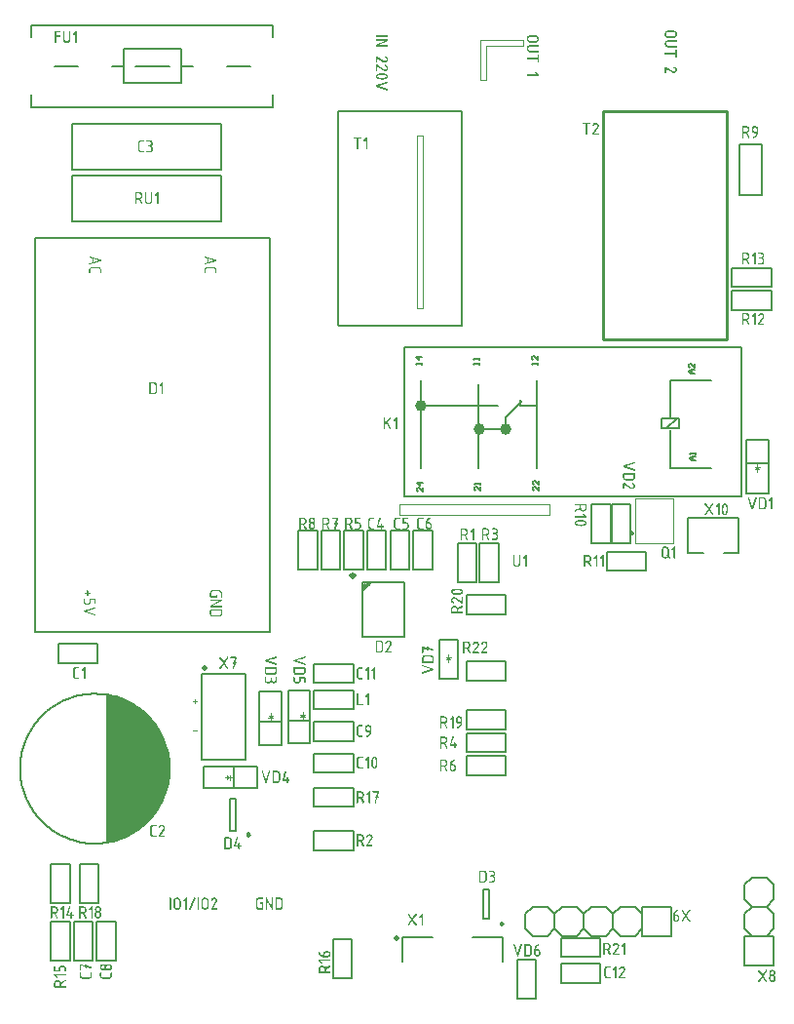
<source format=gto>
G04 Layer_Color=65535*
%FSLAX25Y25*%
%MOIN*%
G70*
G01*
G75*
%ADD28C,0.03937*%
%ADD29C,0.01000*%
%ADD37C,0.01181*%
%ADD42C,0.00600*%
%ADD43C,0.00394*%
%ADD57C,0.00984*%
%ADD58C,0.00787*%
%ADD59C,0.01968*%
G36*
X123126Y106547D02*
X123170Y106539D01*
X123221Y106525D01*
X123264Y106488D01*
X123308Y106445D01*
X123337Y106379D01*
X123352Y106291D01*
Y102625D01*
Y102610D01*
X123345Y102581D01*
X123337Y102544D01*
X123315Y102493D01*
X123286Y102442D01*
X123235Y102406D01*
X123170Y102377D01*
X123082Y102362D01*
X123067D01*
X123038Y102369D01*
X122995Y102377D01*
X122951Y102399D01*
X122900Y102428D01*
X122856Y102472D01*
X122827Y102537D01*
X122812Y102625D01*
Y105730D01*
X122455Y105286D01*
X122441Y105271D01*
X122404Y105249D01*
X122338Y105220D01*
X122302Y105213D01*
X122266Y105205D01*
X122251D01*
X122222Y105213D01*
X122178Y105220D01*
X122134Y105242D01*
X122083Y105271D01*
X122040Y105322D01*
X122011Y105388D01*
X121996Y105475D01*
Y105482D01*
Y105497D01*
X122003Y105541D01*
X122032Y105599D01*
X122047Y105628D01*
X122076Y105657D01*
X122871Y106452D01*
X122878Y106459D01*
X122885Y106466D01*
X122936Y106503D01*
X123002Y106539D01*
X123038Y106547D01*
X123082Y106554D01*
X123097D01*
X123126Y106547D01*
D02*
G37*
G36*
X75379Y57334D02*
X75459Y57327D01*
X75568Y57305D01*
X75692Y57269D01*
X75816Y57210D01*
X75948Y57130D01*
X76013Y57086D01*
X76072Y57028D01*
X76079D01*
X76086Y57013D01*
X76122Y56970D01*
X76174Y56904D01*
X76232Y56817D01*
X76283Y56707D01*
X76334Y56576D01*
X76370Y56423D01*
X76385Y56343D01*
Y56262D01*
Y54229D01*
Y54221D01*
Y54207D01*
Y54185D01*
X76378Y54156D01*
X76370Y54068D01*
X76349Y53966D01*
X76305Y53842D01*
X76247Y53718D01*
X76174Y53587D01*
X76122Y53521D01*
X76064Y53463D01*
X76050Y53448D01*
X76006Y53412D01*
X75940Y53361D01*
X75853Y53310D01*
X75744Y53252D01*
X75612Y53201D01*
X75459Y53164D01*
X75379Y53157D01*
X75299Y53150D01*
X74067D01*
X74038Y53157D01*
X74001Y53164D01*
X73950Y53186D01*
X73899Y53215D01*
X73863Y53259D01*
X73834Y53325D01*
X73819Y53412D01*
Y57079D01*
Y57094D01*
X73826Y57123D01*
X73834Y57159D01*
X73855Y57210D01*
X73884Y57261D01*
X73928Y57298D01*
X73994Y57327D01*
X74081Y57341D01*
X75343D01*
X75379Y57334D01*
D02*
G37*
G36*
X78266D02*
X78310Y57327D01*
X78361Y57312D01*
X78404Y57276D01*
X78448Y57232D01*
X78477Y57166D01*
X78492Y57079D01*
Y57072D01*
Y57050D01*
X78484Y57021D01*
X78470Y56977D01*
X77741Y54491D01*
X78565D01*
Y55038D01*
Y55052D01*
X78572Y55081D01*
X78579Y55118D01*
X78601Y55169D01*
X78630Y55220D01*
X78681Y55256D01*
X78747Y55286D01*
X78834Y55300D01*
X78849D01*
X78878Y55293D01*
X78922Y55286D01*
X78973Y55271D01*
X79017Y55235D01*
X79060Y55191D01*
X79090Y55125D01*
X79104Y55038D01*
Y54491D01*
X79454D01*
X79483Y54484D01*
X79527Y54476D01*
X79578Y54462D01*
X79622Y54425D01*
X79665Y54382D01*
X79695Y54316D01*
X79709Y54229D01*
Y54214D01*
X79702Y54185D01*
X79695Y54141D01*
X79673Y54097D01*
X79644Y54046D01*
X79593Y54002D01*
X79527Y53973D01*
X79440Y53959D01*
X79104D01*
Y53412D01*
Y53398D01*
X79097Y53368D01*
X79090Y53332D01*
X79068Y53281D01*
X79039Y53230D01*
X78987Y53193D01*
X78922Y53164D01*
X78834Y53150D01*
X78820D01*
X78791Y53157D01*
X78747Y53164D01*
X78703Y53186D01*
X78652Y53215D01*
X78608Y53259D01*
X78579Y53325D01*
X78565Y53412D01*
Y53959D01*
X77391D01*
X77362Y53966D01*
X77318Y53973D01*
X77274Y53995D01*
X77223Y54024D01*
X77180Y54068D01*
X77150Y54134D01*
X77136Y54221D01*
Y54229D01*
Y54250D01*
X77143Y54294D01*
X77960Y57144D01*
Y57152D01*
X77974Y57174D01*
X77989Y57210D01*
X78018Y57247D01*
X78047Y57276D01*
X78098Y57312D01*
X78149Y57334D01*
X78222Y57341D01*
X78237D01*
X78266Y57334D01*
D02*
G37*
G36*
X123541Y73082D02*
X123585Y73075D01*
X123636Y73060D01*
X123680Y73024D01*
X123724Y72980D01*
X123753Y72914D01*
X123767Y72827D01*
Y69160D01*
Y69146D01*
X123760Y69116D01*
X123753Y69080D01*
X123731Y69029D01*
X123702Y68978D01*
X123651Y68941D01*
X123585Y68912D01*
X123498Y68898D01*
X123483D01*
X123454Y68905D01*
X123410Y68912D01*
X123366Y68934D01*
X123315Y68963D01*
X123272Y69007D01*
X123242Y69073D01*
X123228Y69160D01*
Y72266D01*
X122871Y71821D01*
X122856Y71806D01*
X122820Y71785D01*
X122754Y71755D01*
X122718Y71748D01*
X122681Y71741D01*
X122667D01*
X122637Y71748D01*
X122594Y71755D01*
X122550Y71777D01*
X122499Y71806D01*
X122455Y71857D01*
X122426Y71923D01*
X122411Y72010D01*
Y72018D01*
Y72032D01*
X122419Y72076D01*
X122448Y72134D01*
X122462Y72164D01*
X122492Y72193D01*
X123286Y72987D01*
X123293Y72995D01*
X123301Y73002D01*
X123352Y73038D01*
X123417Y73075D01*
X123454Y73082D01*
X123498Y73089D01*
X123512D01*
X123541Y73082D01*
D02*
G37*
G36*
X126428D02*
X126465Y73075D01*
X126516Y73060D01*
X126567Y73024D01*
X126603Y72980D01*
X126632Y72922D01*
X126647Y72834D01*
Y72827D01*
Y72820D01*
Y72790D01*
X126640Y72754D01*
X126297Y71260D01*
X126399D01*
X126428Y71252D01*
X126472Y71245D01*
X126523Y71230D01*
X126567Y71194D01*
X126611Y71150D01*
X126640Y71085D01*
X126654Y70997D01*
Y70983D01*
X126647Y70953D01*
X126640Y70910D01*
X126618Y70866D01*
X126589Y70815D01*
X126538Y70771D01*
X126472Y70742D01*
X126384Y70727D01*
X126188D01*
X125830Y69102D01*
Y69095D01*
X125823Y69073D01*
X125801Y69036D01*
X125779Y69000D01*
X125743Y68963D01*
X125699Y68927D01*
X125648Y68905D01*
X125575Y68898D01*
X125561D01*
X125532Y68905D01*
X125488Y68912D01*
X125444Y68934D01*
X125393Y68963D01*
X125349Y69007D01*
X125320Y69073D01*
X125306Y69160D01*
Y69167D01*
Y69182D01*
Y69218D01*
X125655Y70727D01*
X125553D01*
X125524Y70735D01*
X125488Y70742D01*
X125437Y70764D01*
X125386Y70793D01*
X125349Y70844D01*
X125320Y70910D01*
X125306Y70997D01*
Y71012D01*
X125313Y71041D01*
X125320Y71077D01*
X125342Y71128D01*
X125371Y71179D01*
X125415Y71216D01*
X125480Y71245D01*
X125568Y71260D01*
X125758D01*
X126064Y72557D01*
X124744D01*
X124715Y72565D01*
X124671Y72572D01*
X124628Y72594D01*
X124577Y72623D01*
X124533Y72674D01*
X124504Y72739D01*
X124489Y72827D01*
Y72842D01*
X124496Y72871D01*
X124504Y72907D01*
X124525Y72958D01*
X124555Y73009D01*
X124606Y73046D01*
X124671Y73075D01*
X124759Y73089D01*
X126399D01*
X126428Y73082D01*
D02*
G37*
G36*
X119408Y106547D02*
X119452Y106539D01*
X119503Y106525D01*
X119546Y106488D01*
X119590Y106445D01*
X119619Y106379D01*
X119634Y106291D01*
Y102894D01*
X121004D01*
X121034Y102887D01*
X121077Y102880D01*
X121128Y102865D01*
X121172Y102829D01*
X121216Y102785D01*
X121245Y102719D01*
X121260Y102632D01*
Y102617D01*
X121252Y102588D01*
X121245Y102544D01*
X121223Y102501D01*
X121194Y102450D01*
X121143Y102406D01*
X121077Y102377D01*
X120990Y102362D01*
X119350D01*
X119320Y102369D01*
X119277Y102377D01*
X119233Y102399D01*
X119182Y102428D01*
X119138Y102472D01*
X119109Y102537D01*
X119095Y102625D01*
Y106291D01*
Y106306D01*
X119102Y106335D01*
X119109Y106372D01*
X119131Y106423D01*
X119160Y106474D01*
X119211Y106510D01*
X119277Y106539D01*
X119364Y106554D01*
X119379D01*
X119408Y106547D01*
D02*
G37*
G36*
X121034Y115405D02*
X121077Y115398D01*
X121128Y115383D01*
X121172Y115347D01*
X121216Y115303D01*
X121245Y115237D01*
X121260Y115150D01*
Y115135D01*
X121252Y115106D01*
X121245Y115062D01*
X121223Y115019D01*
X121194Y114968D01*
X121143Y114924D01*
X121077Y114895D01*
X120990Y114880D01*
X120137D01*
X120093Y114873D01*
X120042Y114858D01*
X119977Y114844D01*
X119918Y114814D01*
X119853Y114771D01*
X119787Y114720D01*
X119780Y114712D01*
X119765Y114690D01*
X119736Y114654D01*
X119714Y114610D01*
X119685Y114552D01*
X119656Y114486D01*
X119641Y114413D01*
X119634Y114333D01*
Y112299D01*
Y112292D01*
Y112263D01*
X119641Y112219D01*
X119656Y112161D01*
X119670Y112103D01*
X119700Y112037D01*
X119736Y111971D01*
X119787Y111906D01*
X119794Y111898D01*
X119816Y111884D01*
X119853Y111855D01*
X119896Y111833D01*
X119955Y111804D01*
X120020Y111775D01*
X120093Y111760D01*
X120173Y111753D01*
X121004D01*
X121034Y111745D01*
X121077Y111738D01*
X121128Y111723D01*
X121172Y111687D01*
X121216Y111643D01*
X121245Y111578D01*
X121260Y111490D01*
Y111476D01*
X121252Y111446D01*
X121245Y111403D01*
X121223Y111359D01*
X121194Y111308D01*
X121143Y111264D01*
X121077Y111235D01*
X120990Y111221D01*
X120130D01*
X120100Y111228D01*
X120013Y111235D01*
X119911Y111257D01*
X119787Y111301D01*
X119663Y111352D01*
X119532Y111432D01*
X119466Y111476D01*
X119408Y111534D01*
Y111541D01*
X119393Y111548D01*
X119357Y111592D01*
X119306Y111658D01*
X119255Y111745D01*
X119197Y111862D01*
X119146Y111986D01*
X119109Y112139D01*
X119102Y112219D01*
X119095Y112299D01*
Y114333D01*
Y114341D01*
Y114355D01*
Y114377D01*
X119102Y114406D01*
X119109Y114494D01*
X119131Y114596D01*
X119175Y114712D01*
X119226Y114844D01*
X119306Y114968D01*
X119350Y115033D01*
X119408Y115092D01*
X119415Y115099D01*
X119422Y115106D01*
X119466Y115143D01*
X119532Y115193D01*
X119619Y115252D01*
X119736Y115310D01*
X119860Y115361D01*
X120013Y115398D01*
X120093Y115412D01*
X121004D01*
X121034Y115405D01*
D02*
G37*
G36*
X123126Y84893D02*
X123170Y84886D01*
X123221Y84871D01*
X123264Y84835D01*
X123308Y84791D01*
X123337Y84725D01*
X123352Y84638D01*
Y80971D01*
Y80957D01*
X123345Y80927D01*
X123337Y80891D01*
X123315Y80840D01*
X123286Y80789D01*
X123235Y80752D01*
X123170Y80723D01*
X123082Y80709D01*
X123067D01*
X123038Y80716D01*
X122995Y80723D01*
X122951Y80745D01*
X122900Y80774D01*
X122856Y80818D01*
X122827Y80884D01*
X122812Y80971D01*
Y84077D01*
X122455Y83632D01*
X122441Y83617D01*
X122404Y83596D01*
X122338Y83566D01*
X122302Y83559D01*
X122266Y83552D01*
X122251D01*
X122222Y83559D01*
X122178Y83566D01*
X122134Y83588D01*
X122083Y83617D01*
X122040Y83668D01*
X122011Y83734D01*
X121996Y83821D01*
Y83829D01*
Y83843D01*
X122003Y83887D01*
X122032Y83945D01*
X122047Y83975D01*
X122076Y84004D01*
X122871Y84798D01*
X122878Y84806D01*
X122885Y84813D01*
X122936Y84849D01*
X123002Y84886D01*
X123038Y84893D01*
X123082Y84900D01*
X123097D01*
X123126Y84893D01*
D02*
G37*
G36*
X125218D02*
X125262Y84886D01*
X125313Y84878D01*
X125371Y84857D01*
X125437Y84835D01*
X125502Y84798D01*
X125575Y84755D01*
X125648Y84696D01*
X125728Y84631D01*
X125801Y84550D01*
X125874Y84456D01*
X125940Y84346D01*
X125998Y84222D01*
X126056Y84077D01*
Y84069D01*
X126064Y84055D01*
X126071Y84026D01*
X126086Y83982D01*
X126100Y83931D01*
X126115Y83865D01*
X126129Y83800D01*
X126151Y83719D01*
X126166Y83625D01*
X126180Y83530D01*
X126195Y83428D01*
X126209Y83311D01*
X126231Y83071D01*
X126239Y82808D01*
Y82801D01*
Y82779D01*
Y82735D01*
Y82684D01*
X126231Y82619D01*
Y82546D01*
X126224Y82458D01*
X126217Y82371D01*
X126195Y82167D01*
X126158Y81955D01*
X126115Y81736D01*
X126056Y81525D01*
Y81518D01*
X126042Y81489D01*
X126027Y81452D01*
X126005Y81401D01*
X125976Y81336D01*
X125940Y81270D01*
X125838Y81117D01*
X125779Y81044D01*
X125714Y80964D01*
X125641Y80898D01*
X125561Y80840D01*
X125473Y80782D01*
X125379Y80745D01*
X125269Y80716D01*
X125160Y80709D01*
X125131D01*
X125101Y80716D01*
X125058Y80723D01*
X125007Y80730D01*
X124948Y80752D01*
X124883Y80774D01*
X124810Y80811D01*
X124737Y80854D01*
X124664Y80905D01*
X124591Y80971D01*
X124511Y81051D01*
X124445Y81146D01*
X124372Y81255D01*
X124314Y81379D01*
X124256Y81525D01*
Y81532D01*
X124249Y81547D01*
X124241Y81583D01*
X124227Y81620D01*
X124212Y81671D01*
X124197Y81736D01*
X124183Y81810D01*
X124168Y81890D01*
X124154Y81977D01*
X124139Y82079D01*
X124125Y82181D01*
X124110Y82298D01*
X124088Y82538D01*
X124081Y82808D01*
Y82815D01*
Y82845D01*
Y82881D01*
Y82932D01*
X124088Y82998D01*
Y83071D01*
X124095Y83151D01*
X124103Y83246D01*
X124125Y83442D01*
X124154Y83654D01*
X124197Y83872D01*
X124256Y84084D01*
Y84091D01*
X124270Y84120D01*
X124285Y84157D01*
X124307Y84215D01*
X124336Y84273D01*
X124380Y84339D01*
X124424Y84419D01*
X124475Y84492D01*
X124533Y84565D01*
X124598Y84645D01*
X124671Y84711D01*
X124751Y84777D01*
X124846Y84828D01*
X124941Y84864D01*
X125043Y84893D01*
X125160Y84900D01*
X125189D01*
X125218Y84893D01*
D02*
G37*
G36*
X121034Y95720D02*
X121077Y95713D01*
X121128Y95698D01*
X121172Y95662D01*
X121216Y95618D01*
X121245Y95552D01*
X121260Y95465D01*
Y95450D01*
X121252Y95421D01*
X121245Y95377D01*
X121223Y95333D01*
X121194Y95283D01*
X121143Y95239D01*
X121077Y95210D01*
X120990Y95195D01*
X120137D01*
X120093Y95188D01*
X120042Y95173D01*
X119977Y95159D01*
X119918Y95129D01*
X119853Y95086D01*
X119787Y95035D01*
X119780Y95027D01*
X119765Y95006D01*
X119736Y94969D01*
X119714Y94925D01*
X119685Y94867D01*
X119656Y94801D01*
X119641Y94728D01*
X119634Y94648D01*
Y92614D01*
Y92607D01*
Y92578D01*
X119641Y92534D01*
X119656Y92476D01*
X119670Y92418D01*
X119700Y92352D01*
X119736Y92286D01*
X119787Y92221D01*
X119794Y92213D01*
X119816Y92199D01*
X119853Y92170D01*
X119896Y92148D01*
X119955Y92119D01*
X120020Y92089D01*
X120093Y92075D01*
X120173Y92068D01*
X121004D01*
X121034Y92060D01*
X121077Y92053D01*
X121128Y92038D01*
X121172Y92002D01*
X121216Y91958D01*
X121245Y91893D01*
X121260Y91805D01*
Y91791D01*
X121252Y91761D01*
X121245Y91718D01*
X121223Y91674D01*
X121194Y91623D01*
X121143Y91579D01*
X121077Y91550D01*
X120990Y91535D01*
X120130D01*
X120100Y91543D01*
X120013Y91550D01*
X119911Y91572D01*
X119787Y91616D01*
X119663Y91667D01*
X119532Y91747D01*
X119466Y91791D01*
X119408Y91849D01*
Y91856D01*
X119393Y91864D01*
X119357Y91907D01*
X119306Y91973D01*
X119255Y92060D01*
X119197Y92177D01*
X119146Y92301D01*
X119109Y92454D01*
X119102Y92534D01*
X119095Y92614D01*
Y94648D01*
Y94656D01*
Y94670D01*
Y94692D01*
X119102Y94721D01*
X119109Y94809D01*
X119131Y94911D01*
X119175Y95027D01*
X119226Y95159D01*
X119306Y95283D01*
X119350Y95348D01*
X119408Y95406D01*
X119415Y95414D01*
X119422Y95421D01*
X119466Y95457D01*
X119532Y95508D01*
X119619Y95567D01*
X119736Y95625D01*
X119860Y95676D01*
X120013Y95713D01*
X120093Y95727D01*
X121004D01*
X121034Y95720D01*
D02*
G37*
G36*
X123126Y115405D02*
X123170Y115398D01*
X123221Y115383D01*
X123264Y115347D01*
X123308Y115303D01*
X123337Y115237D01*
X123352Y115150D01*
Y111483D01*
Y111468D01*
X123345Y111439D01*
X123337Y111403D01*
X123315Y111352D01*
X123286Y111301D01*
X123235Y111264D01*
X123170Y111235D01*
X123082Y111221D01*
X123067D01*
X123038Y111228D01*
X122995Y111235D01*
X122951Y111257D01*
X122900Y111286D01*
X122856Y111330D01*
X122827Y111395D01*
X122812Y111483D01*
Y114588D01*
X122455Y114144D01*
X122441Y114129D01*
X122404Y114107D01*
X122338Y114078D01*
X122302Y114071D01*
X122266Y114064D01*
X122251D01*
X122222Y114071D01*
X122178Y114078D01*
X122134Y114100D01*
X122083Y114129D01*
X122040Y114180D01*
X122011Y114246D01*
X121996Y114333D01*
Y114341D01*
Y114355D01*
X122003Y114399D01*
X122032Y114457D01*
X122047Y114486D01*
X122076Y114516D01*
X122871Y115310D01*
X122878Y115317D01*
X122885Y115325D01*
X122936Y115361D01*
X123002Y115398D01*
X123038Y115405D01*
X123082Y115412D01*
X123097D01*
X123126Y115405D01*
D02*
G37*
G36*
X125204D02*
X125247Y115398D01*
X125298Y115383D01*
X125342Y115347D01*
X125386Y115303D01*
X125415Y115237D01*
X125429Y115150D01*
Y111483D01*
Y111468D01*
X125422Y111439D01*
X125415Y111403D01*
X125393Y111352D01*
X125364Y111301D01*
X125313Y111264D01*
X125247Y111235D01*
X125160Y111221D01*
X125145D01*
X125116Y111228D01*
X125072Y111235D01*
X125029Y111257D01*
X124978Y111286D01*
X124934Y111330D01*
X124905Y111395D01*
X124890Y111483D01*
Y114588D01*
X124533Y114144D01*
X124518Y114129D01*
X124482Y114107D01*
X124416Y114078D01*
X124380Y114071D01*
X124343Y114064D01*
X124329D01*
X124300Y114071D01*
X124256Y114078D01*
X124212Y114100D01*
X124161Y114129D01*
X124117Y114180D01*
X124088Y114246D01*
X124074Y114333D01*
Y114341D01*
Y114355D01*
X124081Y114399D01*
X124110Y114457D01*
X124125Y114486D01*
X124154Y114516D01*
X124948Y115310D01*
X124956Y115317D01*
X124963Y115325D01*
X125014Y115361D01*
X125080Y115398D01*
X125116Y115405D01*
X125160Y115412D01*
X125174D01*
X125204Y115405D01*
D02*
G37*
G36*
X121034Y84893D02*
X121077Y84886D01*
X121128Y84871D01*
X121172Y84835D01*
X121216Y84791D01*
X121245Y84725D01*
X121260Y84638D01*
Y84623D01*
X121252Y84594D01*
X121245Y84550D01*
X121223Y84507D01*
X121194Y84456D01*
X121143Y84412D01*
X121077Y84383D01*
X120990Y84368D01*
X120137D01*
X120093Y84361D01*
X120042Y84346D01*
X119977Y84332D01*
X119918Y84303D01*
X119853Y84259D01*
X119787Y84208D01*
X119780Y84201D01*
X119765Y84179D01*
X119736Y84142D01*
X119714Y84099D01*
X119685Y84040D01*
X119656Y83975D01*
X119641Y83902D01*
X119634Y83821D01*
Y81788D01*
Y81780D01*
Y81751D01*
X119641Y81707D01*
X119656Y81649D01*
X119670Y81591D01*
X119700Y81525D01*
X119736Y81459D01*
X119787Y81394D01*
X119794Y81387D01*
X119816Y81372D01*
X119853Y81343D01*
X119896Y81321D01*
X119955Y81292D01*
X120020Y81263D01*
X120093Y81248D01*
X120173Y81241D01*
X121004D01*
X121034Y81234D01*
X121077Y81226D01*
X121128Y81212D01*
X121172Y81175D01*
X121216Y81132D01*
X121245Y81066D01*
X121260Y80978D01*
Y80964D01*
X121252Y80935D01*
X121245Y80891D01*
X121223Y80847D01*
X121194Y80796D01*
X121143Y80752D01*
X121077Y80723D01*
X120990Y80709D01*
X120130D01*
X120100Y80716D01*
X120013Y80723D01*
X119911Y80745D01*
X119787Y80789D01*
X119663Y80840D01*
X119532Y80920D01*
X119466Y80964D01*
X119408Y81022D01*
Y81029D01*
X119393Y81037D01*
X119357Y81080D01*
X119306Y81146D01*
X119255Y81234D01*
X119197Y81350D01*
X119146Y81474D01*
X119109Y81627D01*
X119102Y81707D01*
X119095Y81788D01*
Y83821D01*
Y83829D01*
Y83843D01*
Y83865D01*
X119102Y83894D01*
X119109Y83982D01*
X119131Y84084D01*
X119175Y84201D01*
X119226Y84332D01*
X119306Y84456D01*
X119350Y84521D01*
X119408Y84580D01*
X119415Y84587D01*
X119422Y84594D01*
X119466Y84631D01*
X119532Y84682D01*
X119619Y84740D01*
X119736Y84798D01*
X119860Y84849D01*
X120013Y84886D01*
X120093Y84900D01*
X121004D01*
X121034Y84893D01*
D02*
G37*
G36*
X91571Y112030D02*
X91608Y112023D01*
X91659Y112001D01*
X91710Y111972D01*
X91746Y111921D01*
X91776Y111855D01*
X91790Y111768D01*
Y110952D01*
Y110944D01*
Y110930D01*
Y110908D01*
X91783Y110879D01*
X91776Y110791D01*
X91754Y110689D01*
X91710Y110565D01*
X91652Y110441D01*
X91579Y110310D01*
X91528Y110244D01*
X91469Y110186D01*
Y110179D01*
X91455Y110171D01*
X91411Y110135D01*
X91346Y110084D01*
X91258Y110026D01*
X91141Y109967D01*
X91017Y109916D01*
X90872Y109880D01*
X90791Y109865D01*
X90660D01*
X90624Y109873D01*
X90580Y109880D01*
X90529Y109887D01*
X90405Y109916D01*
X90274Y109967D01*
X90143Y110040D01*
X90070Y110084D01*
X90011Y110135D01*
X89953Y110201D01*
X89895Y110274D01*
Y110266D01*
X89880Y110259D01*
X89844Y110208D01*
X89778Y110142D01*
X89691Y110070D01*
X89574Y109997D01*
X89435Y109931D01*
X89275Y109880D01*
X89180Y109873D01*
X89086Y109865D01*
X88634D01*
X88604Y109873D01*
X88517Y109880D01*
X88415Y109902D01*
X88291Y109945D01*
X88167Y110004D01*
X88036Y110077D01*
X87970Y110128D01*
X87912Y110186D01*
X87897Y110201D01*
X87861Y110244D01*
X87810Y110310D01*
X87759Y110405D01*
X87700Y110514D01*
X87650Y110645D01*
X87613Y110791D01*
X87606Y110871D01*
X87598Y110952D01*
Y111768D01*
Y111783D01*
X87606Y111812D01*
X87613Y111855D01*
X87635Y111899D01*
X87664Y111950D01*
X87715Y111994D01*
X87781Y112023D01*
X87868Y112038D01*
X87883D01*
X87912Y112030D01*
X87948Y112023D01*
X87999Y112001D01*
X88050Y111972D01*
X88087Y111921D01*
X88116Y111855D01*
X88131Y111768D01*
Y110952D01*
Y110944D01*
Y110915D01*
X88138Y110871D01*
X88152Y110820D01*
X88167Y110755D01*
X88196Y110696D01*
X88233Y110631D01*
X88284Y110565D01*
X88291Y110558D01*
X88313Y110543D01*
X88349Y110514D01*
X88393Y110485D01*
X88451Y110456D01*
X88517Y110427D01*
X88597Y110412D01*
X88677Y110405D01*
X89122D01*
X89166Y110412D01*
X89217Y110427D01*
X89282Y110441D01*
X89341Y110470D01*
X89406Y110514D01*
X89472Y110565D01*
X89479Y110573D01*
X89494Y110594D01*
X89523Y110631D01*
X89552Y110675D01*
X89581Y110733D01*
X89610Y110799D01*
X89625Y110871D01*
X89632Y110952D01*
Y111360D01*
Y111374D01*
X89640Y111404D01*
X89647Y111447D01*
X89669Y111491D01*
X89698Y111542D01*
X89749Y111586D01*
X89815Y111615D01*
X89902Y111629D01*
X89917D01*
X89946Y111622D01*
X89982Y111615D01*
X90033Y111593D01*
X90084Y111564D01*
X90121Y111513D01*
X90150Y111447D01*
X90165Y111360D01*
Y110952D01*
Y110944D01*
Y110915D01*
X90172Y110871D01*
X90186Y110820D01*
X90201Y110755D01*
X90230Y110696D01*
X90267Y110631D01*
X90318Y110565D01*
X90325Y110558D01*
X90347Y110543D01*
X90383Y110514D01*
X90427Y110485D01*
X90485Y110456D01*
X90551Y110427D01*
X90631Y110412D01*
X90711Y110405D01*
X90748D01*
X90791Y110412D01*
X90842Y110427D01*
X90908Y110441D01*
X90966Y110470D01*
X91032Y110514D01*
X91098Y110565D01*
X91105Y110573D01*
X91119Y110594D01*
X91149Y110631D01*
X91178Y110675D01*
X91207Y110733D01*
X91236Y110799D01*
X91251Y110871D01*
X91258Y110952D01*
Y111768D01*
Y111783D01*
X91265Y111812D01*
X91273Y111855D01*
X91294Y111899D01*
X91324Y111950D01*
X91375Y111994D01*
X91440Y112023D01*
X91528Y112038D01*
X91542D01*
X91571Y112030D01*
D02*
G37*
G36*
Y115347D02*
X91608Y115340D01*
X91659Y115318D01*
X91710Y115289D01*
X91746Y115245D01*
X91776Y115180D01*
X91790Y115092D01*
Y113875D01*
Y113868D01*
Y113853D01*
Y113831D01*
X91783Y113795D01*
X91776Y113715D01*
X91754Y113605D01*
X91717Y113481D01*
X91659Y113357D01*
X91579Y113226D01*
X91535Y113160D01*
X91477Y113102D01*
Y113095D01*
X91462Y113087D01*
X91418Y113051D01*
X91353Y113000D01*
X91265Y112942D01*
X91156Y112891D01*
X91025Y112840D01*
X90872Y112803D01*
X90791Y112789D01*
X88634D01*
X88604Y112796D01*
X88517Y112803D01*
X88415Y112825D01*
X88291Y112869D01*
X88167Y112927D01*
X88036Y113000D01*
X87970Y113051D01*
X87912Y113109D01*
X87897Y113124D01*
X87861Y113168D01*
X87810Y113233D01*
X87759Y113321D01*
X87700Y113430D01*
X87650Y113561D01*
X87613Y113715D01*
X87606Y113795D01*
X87598Y113875D01*
Y115092D01*
Y115107D01*
X87606Y115136D01*
X87613Y115173D01*
X87635Y115224D01*
X87664Y115275D01*
X87708Y115311D01*
X87773Y115340D01*
X87861Y115355D01*
X91542D01*
X91571Y115347D01*
D02*
G37*
G36*
Y119095D02*
X91608Y119087D01*
X91659Y119065D01*
X91710Y119036D01*
X91746Y118985D01*
X91776Y118920D01*
X91790Y118832D01*
Y118825D01*
Y118803D01*
X91783Y118766D01*
X91768Y118723D01*
X91746Y118686D01*
X91710Y118642D01*
X91666Y118606D01*
X91608Y118577D01*
X88575Y117615D01*
X91608Y116652D01*
X91615D01*
X91637Y116638D01*
X91666Y116623D01*
X91703Y116594D01*
X91732Y116558D01*
X91761Y116514D01*
X91783Y116455D01*
X91790Y116390D01*
Y116375D01*
X91783Y116346D01*
X91776Y116302D01*
X91761Y116251D01*
X91725Y116208D01*
X91681Y116164D01*
X91615Y116135D01*
X91528Y116120D01*
X91499D01*
X91440Y116135D01*
X87795Y117352D01*
X87788D01*
X87766Y117367D01*
X87730Y117381D01*
X87700Y117411D01*
X87664Y117447D01*
X87628Y117491D01*
X87606Y117549D01*
X87598Y117615D01*
Y117622D01*
Y117644D01*
X87606Y117680D01*
X87620Y117717D01*
X87650Y117760D01*
X87679Y117804D01*
X87730Y117848D01*
X87795Y117877D01*
X91440Y119087D01*
X91448D01*
X91462Y119095D01*
X91491Y119102D01*
X91542D01*
X91571Y119095D01*
D02*
G37*
G36*
X178036Y20720D02*
X178116Y20713D01*
X178226Y20691D01*
X178349Y20654D01*
X178473Y20596D01*
X178605Y20516D01*
X178670Y20472D01*
X178729Y20414D01*
X178736D01*
X178743Y20399D01*
X178780Y20355D01*
X178831Y20290D01*
X178889Y20202D01*
X178940Y20093D01*
X178991Y19962D01*
X179027Y19809D01*
X179042Y19728D01*
Y19648D01*
Y17614D01*
Y17607D01*
Y17593D01*
Y17571D01*
X179035Y17541D01*
X179027Y17454D01*
X179006Y17352D01*
X178962Y17228D01*
X178904Y17104D01*
X178831Y16973D01*
X178780Y16907D01*
X178721Y16849D01*
X178707Y16834D01*
X178663Y16798D01*
X178597Y16747D01*
X178510Y16696D01*
X178401Y16637D01*
X178269Y16587D01*
X178116Y16550D01*
X178036Y16543D01*
X177956Y16535D01*
X176724D01*
X176695Y16543D01*
X176658Y16550D01*
X176607Y16572D01*
X176556Y16601D01*
X176520Y16645D01*
X176491Y16710D01*
X176476Y16798D01*
Y20465D01*
Y20479D01*
X176483Y20508D01*
X176491Y20545D01*
X176512Y20596D01*
X176542Y20647D01*
X176585Y20683D01*
X176651Y20713D01*
X176738Y20727D01*
X178000D01*
X178036Y20720D01*
D02*
G37*
G36*
X181324D02*
X181368Y20713D01*
X181419Y20698D01*
X181462Y20662D01*
X181506Y20618D01*
X181535Y20552D01*
X181550Y20465D01*
Y20458D01*
Y20436D01*
X181543Y20399D01*
X181528Y20355D01*
X181513Y20319D01*
X181484Y20275D01*
X181448Y20246D01*
X181397Y20224D01*
X181389D01*
X181375Y20217D01*
X181353Y20210D01*
X181324Y20202D01*
X181244Y20166D01*
X181142Y20122D01*
X181025Y20049D01*
X180901Y19962D01*
X180770Y19845D01*
X180646Y19707D01*
X180639Y19692D01*
X180602Y19648D01*
X180566Y19590D01*
X180515Y19510D01*
X180464Y19415D01*
X180413Y19313D01*
X180376Y19211D01*
X180354Y19102D01*
X180923D01*
X180952Y19094D01*
X181040Y19087D01*
X181142Y19065D01*
X181265Y19021D01*
X181389Y18963D01*
X181521Y18890D01*
X181586Y18839D01*
X181645Y18781D01*
X181652D01*
X181659Y18766D01*
X181696Y18722D01*
X181747Y18657D01*
X181805Y18569D01*
X181856Y18460D01*
X181907Y18329D01*
X181944Y18183D01*
X181958Y18103D01*
Y18023D01*
Y17614D01*
Y17607D01*
Y17593D01*
Y17571D01*
X181951Y17541D01*
X181944Y17454D01*
X181922Y17352D01*
X181878Y17228D01*
X181820Y17104D01*
X181747Y16973D01*
X181696Y16907D01*
X181637Y16849D01*
X181623Y16834D01*
X181579Y16798D01*
X181513Y16747D01*
X181426Y16696D01*
X181317Y16637D01*
X181185Y16587D01*
X181040Y16550D01*
X180959Y16543D01*
X180879Y16535D01*
X180835D01*
X180806Y16543D01*
X180719Y16550D01*
X180609Y16572D01*
X180485Y16608D01*
X180362Y16667D01*
X180230Y16739D01*
X180106Y16842D01*
Y16849D01*
X180092Y16856D01*
X180055Y16900D01*
X180012Y16965D01*
X179953Y17053D01*
X179895Y17170D01*
X179851Y17294D01*
X179815Y17447D01*
X179800Y17607D01*
Y18832D01*
Y18839D01*
Y18861D01*
Y18905D01*
X179807Y18956D01*
X179815Y19014D01*
X179822Y19087D01*
X179837Y19167D01*
X179859Y19255D01*
X179917Y19451D01*
X179953Y19554D01*
X179997Y19663D01*
X180048Y19772D01*
X180114Y19874D01*
X180187Y19984D01*
X180267Y20086D01*
X180274Y20093D01*
X180281Y20100D01*
X180303Y20122D01*
X180332Y20151D01*
X180405Y20224D01*
X180507Y20312D01*
X180624Y20406D01*
X180763Y20508D01*
X180908Y20596D01*
X181069Y20676D01*
X181076D01*
X181091Y20683D01*
X181112Y20691D01*
X181142Y20705D01*
X181214Y20720D01*
X181280Y20727D01*
X181295D01*
X181324Y20720D01*
D02*
G37*
G36*
X175485D02*
X175528Y20713D01*
X175579Y20698D01*
X175623Y20662D01*
X175667Y20618D01*
X175696Y20552D01*
X175710Y20465D01*
Y20458D01*
Y20436D01*
X175696Y20377D01*
X174478Y16732D01*
Y16725D01*
X174464Y16703D01*
X174449Y16667D01*
X174420Y16637D01*
X174384Y16601D01*
X174340Y16565D01*
X174282Y16543D01*
X174216Y16535D01*
X174187D01*
X174151Y16543D01*
X174114Y16557D01*
X174070Y16587D01*
X174027Y16616D01*
X173983Y16667D01*
X173954Y16732D01*
X172743Y20377D01*
Y20384D01*
X172736Y20399D01*
X172729Y20428D01*
Y20465D01*
Y20479D01*
X172736Y20508D01*
X172743Y20545D01*
X172765Y20596D01*
X172794Y20647D01*
X172846Y20683D01*
X172911Y20713D01*
X172999Y20727D01*
X173028D01*
X173064Y20720D01*
X173108Y20705D01*
X173144Y20683D01*
X173188Y20647D01*
X173225Y20603D01*
X173254Y20545D01*
X174216Y17512D01*
X175178Y20545D01*
Y20552D01*
X175193Y20574D01*
X175207Y20603D01*
X175237Y20640D01*
X175273Y20669D01*
X175317Y20698D01*
X175375Y20720D01*
X175441Y20727D01*
X175455D01*
X175485Y20720D01*
D02*
G37*
G36*
X101414Y112023D02*
X101450Y112016D01*
X101502Y111994D01*
X101552Y111965D01*
X101589Y111921D01*
X101618Y111855D01*
X101633Y111768D01*
Y110346D01*
Y110332D01*
X101625Y110303D01*
X101618Y110266D01*
X101603Y110215D01*
X101567Y110164D01*
X101523Y110128D01*
X101458Y110099D01*
X101370Y110084D01*
X101356D01*
X101327Y110091D01*
X101283Y110099D01*
X101239Y110113D01*
X101188Y110150D01*
X101144Y110193D01*
X101115Y110259D01*
X101101Y110346D01*
Y111491D01*
X100007D01*
Y110952D01*
Y110944D01*
Y110930D01*
Y110908D01*
X100000Y110879D01*
X99992Y110791D01*
X99971Y110689D01*
X99927Y110573D01*
X99869Y110441D01*
X99796Y110317D01*
X99745Y110252D01*
X99686Y110193D01*
Y110186D01*
X99672Y110179D01*
X99628Y110142D01*
X99562Y110091D01*
X99475Y110033D01*
X99358Y109975D01*
X99234Y109924D01*
X99089Y109887D01*
X99008Y109873D01*
X98476D01*
X98447Y109880D01*
X98360Y109887D01*
X98257Y109909D01*
X98133Y109953D01*
X98010Y110011D01*
X97878Y110084D01*
X97813Y110135D01*
X97754Y110193D01*
X97740Y110208D01*
X97703Y110252D01*
X97652Y110317D01*
X97601Y110405D01*
X97543Y110514D01*
X97492Y110645D01*
X97456Y110791D01*
X97448Y110871D01*
X97441Y110952D01*
Y111768D01*
Y111783D01*
X97448Y111812D01*
X97456Y111848D01*
X97477Y111899D01*
X97507Y111950D01*
X97558Y111987D01*
X97623Y112016D01*
X97711Y112030D01*
X97725D01*
X97754Y112023D01*
X97791Y112016D01*
X97842Y111994D01*
X97893Y111965D01*
X97929Y111921D01*
X97958Y111855D01*
X97973Y111768D01*
Y110959D01*
Y110952D01*
Y110922D01*
X97980Y110879D01*
X97995Y110828D01*
X98010Y110762D01*
X98039Y110704D01*
X98075Y110638D01*
X98126Y110573D01*
X98133Y110565D01*
X98155Y110551D01*
X98192Y110521D01*
X98236Y110492D01*
X98294Y110463D01*
X98360Y110434D01*
X98440Y110419D01*
X98520Y110412D01*
X98965D01*
X99008Y110419D01*
X99059Y110434D01*
X99125Y110449D01*
X99183Y110478D01*
X99249Y110521D01*
X99314Y110573D01*
X99322Y110580D01*
X99336Y110602D01*
X99366Y110638D01*
X99395Y110682D01*
X99424Y110740D01*
X99453Y110806D01*
X99468Y110879D01*
X99475Y110959D01*
Y111768D01*
Y111783D01*
X99482Y111812D01*
X99489Y111848D01*
X99511Y111899D01*
X99541Y111950D01*
X99584Y111987D01*
X99650Y112016D01*
X99737Y112030D01*
X101385D01*
X101414Y112023D01*
D02*
G37*
G36*
X94801Y79972D02*
X94845Y79965D01*
X94896Y79950D01*
X94939Y79914D01*
X94983Y79870D01*
X95012Y79804D01*
X95027Y79717D01*
Y79709D01*
Y79688D01*
X95020Y79658D01*
X95005Y79615D01*
X94276Y77129D01*
X95100D01*
Y77675D01*
Y77690D01*
X95107Y77719D01*
X95114Y77756D01*
X95136Y77807D01*
X95165Y77858D01*
X95216Y77894D01*
X95282Y77923D01*
X95369Y77938D01*
X95384D01*
X95413Y77931D01*
X95457Y77923D01*
X95508Y77909D01*
X95552Y77872D01*
X95596Y77829D01*
X95625Y77763D01*
X95639Y77675D01*
Y77129D01*
X95989D01*
X96018Y77122D01*
X96062Y77114D01*
X96113Y77100D01*
X96157Y77063D01*
X96201Y77019D01*
X96230Y76954D01*
X96244Y76866D01*
Y76852D01*
X96237Y76823D01*
X96230Y76779D01*
X96208Y76735D01*
X96179Y76684D01*
X96128Y76640D01*
X96062Y76611D01*
X95974Y76597D01*
X95639D01*
Y76050D01*
Y76035D01*
X95632Y76006D01*
X95625Y75970D01*
X95603Y75919D01*
X95574Y75868D01*
X95523Y75831D01*
X95457Y75802D01*
X95369Y75787D01*
X95355D01*
X95326Y75795D01*
X95282Y75802D01*
X95238Y75824D01*
X95187Y75853D01*
X95144Y75897D01*
X95114Y75962D01*
X95100Y76050D01*
Y76597D01*
X93926D01*
X93897Y76604D01*
X93853Y76611D01*
X93809Y76633D01*
X93758Y76662D01*
X93715Y76706D01*
X93686Y76772D01*
X93671Y76859D01*
Y76866D01*
Y76888D01*
X93678Y76932D01*
X94495Y79782D01*
Y79790D01*
X94509Y79812D01*
X94524Y79848D01*
X94553Y79884D01*
X94582Y79914D01*
X94633Y79950D01*
X94684Y79972D01*
X94757Y79979D01*
X94772D01*
X94801Y79972D01*
D02*
G37*
G36*
X89363D02*
X89406Y79965D01*
X89457Y79950D01*
X89501Y79914D01*
X89545Y79870D01*
X89574Y79804D01*
X89588Y79717D01*
Y79709D01*
Y79688D01*
X89574Y79629D01*
X88357Y75984D01*
Y75977D01*
X88342Y75955D01*
X88327Y75919D01*
X88298Y75889D01*
X88262Y75853D01*
X88218Y75817D01*
X88160Y75795D01*
X88094Y75787D01*
X88065D01*
X88028Y75795D01*
X87992Y75809D01*
X87948Y75838D01*
X87905Y75868D01*
X87861Y75919D01*
X87832Y75984D01*
X86621Y79629D01*
Y79637D01*
X86614Y79651D01*
X86607Y79680D01*
Y79717D01*
Y79731D01*
X86614Y79760D01*
X86621Y79797D01*
X86643Y79848D01*
X86673Y79899D01*
X86724Y79935D01*
X86789Y79965D01*
X86877Y79979D01*
X86906D01*
X86942Y79972D01*
X86986Y79957D01*
X87022Y79935D01*
X87066Y79899D01*
X87103Y79855D01*
X87132Y79797D01*
X88094Y76764D01*
X89056Y79797D01*
Y79804D01*
X89071Y79826D01*
X89086Y79855D01*
X89115Y79892D01*
X89151Y79921D01*
X89195Y79950D01*
X89253Y79972D01*
X89319Y79979D01*
X89333D01*
X89363Y79972D01*
D02*
G37*
G36*
X120465Y73082D02*
X120516Y73075D01*
X120567Y73067D01*
X120691Y73046D01*
X120829Y72995D01*
X120983Y72929D01*
X121063Y72885D01*
X121136Y72834D01*
X121209Y72776D01*
X121282Y72710D01*
X121289Y72703D01*
X121296Y72696D01*
X121318Y72674D01*
X121340Y72645D01*
X121369Y72608D01*
X121398Y72565D01*
X121471Y72455D01*
X121544Y72324D01*
X121602Y72171D01*
X121646Y71996D01*
X121653Y71901D01*
X121661Y71806D01*
Y71799D01*
Y71770D01*
X121653Y71726D01*
X121646Y71668D01*
X121639Y71595D01*
X121624Y71515D01*
X121602Y71427D01*
X121566Y71333D01*
X121529Y71230D01*
X121478Y71136D01*
X121420Y71034D01*
X121347Y70939D01*
X121267Y70851D01*
X121165Y70771D01*
X121055Y70698D01*
X120924Y70640D01*
X121624Y69284D01*
X121631Y69277D01*
X121646Y69248D01*
X121653Y69204D01*
X121661Y69160D01*
Y69153D01*
Y69146D01*
X121653Y69102D01*
X121624Y69043D01*
X121602Y69007D01*
X121573Y68978D01*
X121558Y68963D01*
X121522Y68941D01*
X121464Y68912D01*
X121427Y68905D01*
X121391Y68898D01*
X121362D01*
X121333Y68905D01*
X121296Y68912D01*
X121260Y68927D01*
X121223Y68949D01*
X121187Y68978D01*
X121165Y69014D01*
X120407Y70523D01*
X119634D01*
Y69160D01*
Y69146D01*
X119627Y69116D01*
X119619Y69080D01*
X119597Y69029D01*
X119568Y68978D01*
X119517Y68941D01*
X119452Y68912D01*
X119364Y68898D01*
X119350D01*
X119320Y68905D01*
X119277Y68912D01*
X119233Y68934D01*
X119182Y68963D01*
X119138Y69007D01*
X119109Y69073D01*
X119095Y69160D01*
Y72827D01*
Y72842D01*
X119102Y72871D01*
X119109Y72907D01*
X119131Y72958D01*
X119160Y73009D01*
X119204Y73046D01*
X119270Y73075D01*
X119357Y73089D01*
X120429D01*
X120465Y73082D01*
D02*
G37*
G36*
X101414Y115347D02*
X101450Y115340D01*
X101502Y115318D01*
X101552Y115289D01*
X101589Y115245D01*
X101618Y115180D01*
X101633Y115092D01*
Y113875D01*
Y113868D01*
Y113853D01*
Y113831D01*
X101625Y113795D01*
X101618Y113715D01*
X101596Y113605D01*
X101560Y113481D01*
X101502Y113357D01*
X101421Y113226D01*
X101377Y113160D01*
X101319Y113102D01*
Y113095D01*
X101305Y113087D01*
X101261Y113051D01*
X101195Y113000D01*
X101108Y112942D01*
X100998Y112891D01*
X100867Y112840D01*
X100714Y112803D01*
X100634Y112789D01*
X98476D01*
X98447Y112796D01*
X98360Y112803D01*
X98257Y112825D01*
X98133Y112869D01*
X98010Y112927D01*
X97878Y113000D01*
X97813Y113051D01*
X97754Y113109D01*
X97740Y113124D01*
X97703Y113168D01*
X97652Y113233D01*
X97601Y113321D01*
X97543Y113430D01*
X97492Y113561D01*
X97456Y113715D01*
X97448Y113795D01*
X97441Y113875D01*
Y115092D01*
Y115107D01*
X97448Y115136D01*
X97456Y115173D01*
X97477Y115224D01*
X97507Y115275D01*
X97550Y115311D01*
X97616Y115340D01*
X97703Y115355D01*
X101385D01*
X101414Y115347D01*
D02*
G37*
G36*
Y119095D02*
X101450Y119087D01*
X101502Y119065D01*
X101552Y119036D01*
X101589Y118985D01*
X101618Y118920D01*
X101633Y118832D01*
Y118825D01*
Y118803D01*
X101625Y118766D01*
X101611Y118723D01*
X101589Y118686D01*
X101552Y118642D01*
X101509Y118606D01*
X101450Y118577D01*
X98418Y117615D01*
X101450Y116652D01*
X101458D01*
X101480Y116638D01*
X101509Y116623D01*
X101545Y116594D01*
X101574Y116558D01*
X101603Y116514D01*
X101625Y116455D01*
X101633Y116390D01*
Y116375D01*
X101625Y116346D01*
X101618Y116302D01*
X101603Y116251D01*
X101567Y116208D01*
X101523Y116164D01*
X101458Y116135D01*
X101370Y116120D01*
X101341D01*
X101283Y116135D01*
X97638Y117352D01*
X97631D01*
X97609Y117367D01*
X97572Y117381D01*
X97543Y117411D01*
X97507Y117447D01*
X97470Y117491D01*
X97448Y117549D01*
X97441Y117615D01*
Y117622D01*
Y117644D01*
X97448Y117680D01*
X97463Y117717D01*
X97492Y117760D01*
X97521Y117804D01*
X97572Y117848D01*
X97638Y117877D01*
X101283Y119087D01*
X101290D01*
X101305Y119095D01*
X101334Y119102D01*
X101385D01*
X101414Y119095D01*
D02*
G37*
G36*
X91914Y79972D02*
X91994Y79965D01*
X92103Y79943D01*
X92228Y79906D01*
X92351Y79848D01*
X92483Y79768D01*
X92548Y79724D01*
X92607Y79666D01*
X92614D01*
X92621Y79651D01*
X92658Y79607D01*
X92709Y79542D01*
X92767Y79454D01*
X92818Y79345D01*
X92869Y79214D01*
X92905Y79061D01*
X92920Y78980D01*
Y78900D01*
Y76866D01*
Y76859D01*
Y76844D01*
Y76823D01*
X92913Y76793D01*
X92905Y76706D01*
X92884Y76604D01*
X92840Y76480D01*
X92782Y76356D01*
X92709Y76225D01*
X92658Y76159D01*
X92599Y76101D01*
X92585Y76086D01*
X92541Y76050D01*
X92475Y75999D01*
X92388Y75948D01*
X92278Y75889D01*
X92147Y75838D01*
X91994Y75802D01*
X91914Y75795D01*
X91834Y75787D01*
X90602D01*
X90573Y75795D01*
X90536Y75802D01*
X90485Y75824D01*
X90434Y75853D01*
X90398Y75897D01*
X90368Y75962D01*
X90354Y76050D01*
Y79717D01*
Y79731D01*
X90361Y79760D01*
X90368Y79797D01*
X90390Y79848D01*
X90420Y79899D01*
X90463Y79935D01*
X90529Y79965D01*
X90616Y79979D01*
X91878D01*
X91914Y79972D01*
D02*
G37*
G36*
X180260Y331390D02*
X180311Y331383D01*
X180362Y331376D01*
X180486Y331354D01*
X180624Y331310D01*
X180778Y331237D01*
X180858Y331201D01*
X180931Y331150D01*
X181003Y331091D01*
X181076Y331026D01*
X181084Y331019D01*
X181091Y331011D01*
X181113Y330989D01*
X181135Y330960D01*
X181164Y330924D01*
X181193Y330880D01*
X181266Y330771D01*
X181339Y330640D01*
X181397Y330486D01*
X181441Y330311D01*
X181448Y330217D01*
X181456Y330115D01*
Y330107D01*
Y330093D01*
Y330064D01*
X181448Y330027D01*
X181441Y329976D01*
X181434Y329925D01*
X181412Y329801D01*
X181361Y329663D01*
X181295Y329509D01*
X181251Y329429D01*
X181200Y329356D01*
X181142Y329283D01*
X181076Y329211D01*
X181069Y329203D01*
X181062Y329196D01*
X181040Y329174D01*
X181011Y329152D01*
X180974Y329123D01*
X180931Y329094D01*
X180821Y329021D01*
X180690Y328948D01*
X180537Y328890D01*
X180362Y328846D01*
X180267Y328839D01*
X180173Y328832D01*
X178496D01*
X178459Y328839D01*
X178416Y328846D01*
X178357Y328853D01*
X178233Y328875D01*
X178088Y328926D01*
X177942Y328992D01*
X177862Y329036D01*
X177781Y329087D01*
X177708Y329145D01*
X177636Y329211D01*
X177628Y329218D01*
X177621Y329225D01*
X177599Y329247D01*
X177577Y329276D01*
X177548Y329313D01*
X177519Y329356D01*
X177453Y329466D01*
X177380Y329597D01*
X177322Y329750D01*
X177278Y329925D01*
X177271Y330020D01*
X177264Y330115D01*
Y330122D01*
Y330136D01*
Y330166D01*
X177271Y330202D01*
X177278Y330253D01*
X177286Y330304D01*
X177307Y330428D01*
X177351Y330574D01*
X177424Y330727D01*
X177461Y330800D01*
X177512Y330880D01*
X177570Y330953D01*
X177636Y331026D01*
X177643Y331033D01*
X177650Y331040D01*
X177672Y331062D01*
X177701Y331084D01*
X177738Y331113D01*
X177781Y331142D01*
X177891Y331208D01*
X178022Y331281D01*
X178182Y331339D01*
X178357Y331383D01*
X178452Y331390D01*
X178547Y331398D01*
X180224D01*
X180260Y331390D01*
D02*
G37*
G36*
X129662Y315502D02*
X129699Y315494D01*
X129750Y315473D01*
X129800Y315443D01*
X129837Y315392D01*
X129866Y315327D01*
X129881Y315239D01*
Y315232D01*
Y315210D01*
X129873Y315174D01*
X129859Y315130D01*
X129837Y315093D01*
X129800Y315050D01*
X129757Y315013D01*
X129699Y314984D01*
X126666Y314022D01*
X129699Y313060D01*
X129706D01*
X129728Y313045D01*
X129757Y313031D01*
X129793Y313001D01*
X129822Y312965D01*
X129852Y312921D01*
X129873Y312863D01*
X129881Y312797D01*
Y312783D01*
X129873Y312754D01*
X129866Y312710D01*
X129852Y312659D01*
X129815Y312615D01*
X129771Y312571D01*
X129706Y312542D01*
X129618Y312527D01*
X129589D01*
X129531Y312542D01*
X125886Y313759D01*
X125879D01*
X125857Y313774D01*
X125820Y313789D01*
X125791Y313818D01*
X125755Y313854D01*
X125718Y313898D01*
X125696Y313956D01*
X125689Y314022D01*
Y314029D01*
Y314051D01*
X125696Y314088D01*
X125711Y314124D01*
X125740Y314168D01*
X125769Y314212D01*
X125820Y314255D01*
X125886Y314284D01*
X129531Y315494D01*
X129538D01*
X129553Y315502D01*
X129582Y315509D01*
X129633D01*
X129662Y315502D01*
D02*
G37*
G36*
X127978Y318403D02*
X128051D01*
X128131Y318396D01*
X128226Y318389D01*
X128423Y318367D01*
X128634Y318338D01*
X128853Y318294D01*
X129064Y318235D01*
X129071D01*
X129101Y318221D01*
X129137Y318206D01*
X129195Y318184D01*
X129254Y318155D01*
X129319Y318112D01*
X129400Y318068D01*
X129472Y318017D01*
X129545Y317958D01*
X129626Y317893D01*
X129691Y317820D01*
X129757Y317740D01*
X129808Y317645D01*
X129844Y317550D01*
X129873Y317448D01*
X129881Y317332D01*
Y317324D01*
Y317302D01*
X129873Y317273D01*
X129866Y317230D01*
X129859Y317179D01*
X129837Y317120D01*
X129815Y317055D01*
X129779Y316989D01*
X129735Y316916D01*
X129677Y316843D01*
X129611Y316763D01*
X129531Y316690D01*
X129436Y316617D01*
X129327Y316551D01*
X129203Y316493D01*
X129057Y316435D01*
X129050D01*
X129035Y316428D01*
X129006Y316420D01*
X128962Y316406D01*
X128911Y316391D01*
X128846Y316377D01*
X128780Y316362D01*
X128700Y316340D01*
X128605Y316326D01*
X128510Y316311D01*
X128408Y316296D01*
X128291Y316282D01*
X128051Y316260D01*
X127788Y316253D01*
X127665D01*
X127599Y316260D01*
X127526D01*
X127439Y316267D01*
X127351Y316274D01*
X127147Y316296D01*
X126936Y316333D01*
X126717Y316377D01*
X126505Y316435D01*
X126498D01*
X126469Y316449D01*
X126433Y316464D01*
X126382Y316486D01*
X126316Y316515D01*
X126250Y316551D01*
X126097Y316654D01*
X126024Y316712D01*
X125944Y316777D01*
X125879Y316850D01*
X125820Y316931D01*
X125762Y317018D01*
X125725Y317113D01*
X125696Y317222D01*
X125689Y317332D01*
Y317339D01*
Y317361D01*
X125696Y317390D01*
X125704Y317434D01*
X125711Y317485D01*
X125733Y317543D01*
X125755Y317609D01*
X125791Y317682D01*
X125835Y317754D01*
X125886Y317827D01*
X125951Y317900D01*
X126032Y317980D01*
X126126Y318046D01*
X126236Y318119D01*
X126360Y318177D01*
X126505Y318235D01*
X126513D01*
X126527Y318243D01*
X126564Y318250D01*
X126600Y318265D01*
X126651Y318279D01*
X126717Y318294D01*
X126790Y318308D01*
X126870Y318323D01*
X126957Y318338D01*
X127059Y318352D01*
X127162Y318367D01*
X127278Y318381D01*
X127519Y318403D01*
X127788Y318410D01*
X127912D01*
X127978Y318403D01*
D02*
G37*
G36*
X180442Y318932D02*
X180500Y318903D01*
X180530Y318888D01*
X180559Y318859D01*
X181353Y318064D01*
X181361Y318057D01*
X181368Y318050D01*
X181404Y317999D01*
X181441Y317933D01*
X181448Y317897D01*
X181456Y317853D01*
Y317838D01*
X181448Y317809D01*
X181441Y317765D01*
X181426Y317714D01*
X181390Y317671D01*
X181346Y317627D01*
X181281Y317598D01*
X181193Y317583D01*
X177512D01*
X177482Y317590D01*
X177446Y317598D01*
X177395Y317619D01*
X177344Y317649D01*
X177307Y317700D01*
X177278Y317765D01*
X177264Y317853D01*
Y317867D01*
X177271Y317897D01*
X177278Y317940D01*
X177300Y317984D01*
X177329Y318035D01*
X177373Y318079D01*
X177439Y318108D01*
X177526Y318123D01*
X180632D01*
X180187Y318480D01*
X180173Y318494D01*
X180151Y318531D01*
X180122Y318596D01*
X180114Y318633D01*
X180107Y318669D01*
Y318684D01*
X180114Y318713D01*
X180122Y318757D01*
X180143Y318800D01*
X180173Y318851D01*
X180224Y318895D01*
X180289Y318924D01*
X180377Y318939D01*
X180398D01*
X180442Y318932D01*
D02*
G37*
G36*
X181237Y324749D02*
X181273Y324742D01*
X181324Y324720D01*
X181375Y324691D01*
X181412Y324640D01*
X181441Y324574D01*
X181456Y324487D01*
Y322453D01*
Y322438D01*
X181448Y322409D01*
X181441Y322365D01*
X181426Y322314D01*
X181390Y322271D01*
X181346Y322227D01*
X181281Y322198D01*
X181193Y322183D01*
X181178D01*
X181149Y322190D01*
X181106Y322198D01*
X181062Y322219D01*
X181011Y322249D01*
X180967Y322300D01*
X180938Y322365D01*
X180923Y322453D01*
Y323196D01*
X177512D01*
X177482Y323204D01*
X177446Y323211D01*
X177395Y323233D01*
X177344Y323262D01*
X177307Y323313D01*
X177278Y323379D01*
X177264Y323466D01*
Y323481D01*
X177271Y323510D01*
X177278Y323554D01*
X177300Y323597D01*
X177329Y323648D01*
X177373Y323692D01*
X177439Y323721D01*
X177526Y323736D01*
X180923D01*
Y324487D01*
Y324501D01*
X180931Y324531D01*
X180938Y324574D01*
X180960Y324618D01*
X180989Y324669D01*
X181040Y324713D01*
X181106Y324742D01*
X181193Y324756D01*
X181208D01*
X181237Y324749D01*
D02*
G37*
G36*
Y328066D02*
X181273Y328059D01*
X181324Y328037D01*
X181375Y328008D01*
X181412Y327957D01*
X181441Y327891D01*
X181456Y327804D01*
Y327789D01*
X181448Y327760D01*
X181441Y327716D01*
X181426Y327665D01*
X181390Y327621D01*
X181346Y327578D01*
X181281Y327549D01*
X181193Y327534D01*
X178496D01*
X178437Y327519D01*
X178357Y327505D01*
X178277Y327483D01*
X178182Y327447D01*
X178095Y327395D01*
X178007Y327323D01*
X178000Y327315D01*
X177978Y327286D01*
X177942Y327235D01*
X177905Y327177D01*
X177862Y327097D01*
X177832Y327009D01*
X177803Y326900D01*
X177796Y326790D01*
Y326776D01*
Y326739D01*
X177811Y326681D01*
X177825Y326608D01*
X177847Y326528D01*
X177883Y326440D01*
X177935Y326353D01*
X178007Y326266D01*
X178015Y326258D01*
X178044Y326229D01*
X178095Y326193D01*
X178160Y326156D01*
X178233Y326112D01*
X178328Y326083D01*
X178430Y326054D01*
X178547Y326047D01*
X181208D01*
X181237Y326040D01*
X181273Y326032D01*
X181324Y326010D01*
X181375Y325981D01*
X181412Y325930D01*
X181441Y325865D01*
X181456Y325777D01*
Y325763D01*
X181448Y325733D01*
X181441Y325690D01*
X181426Y325639D01*
X181390Y325595D01*
X181346Y325551D01*
X181281Y325522D01*
X181193Y325507D01*
X178496D01*
X178459Y325515D01*
X178416Y325522D01*
X178357Y325529D01*
X178233Y325551D01*
X178088Y325602D01*
X177942Y325668D01*
X177862Y325711D01*
X177781Y325763D01*
X177708Y325821D01*
X177636Y325886D01*
X177628Y325894D01*
X177621Y325901D01*
X177599Y325923D01*
X177577Y325952D01*
X177548Y325989D01*
X177519Y326032D01*
X177453Y326142D01*
X177380Y326273D01*
X177322Y326426D01*
X177278Y326601D01*
X177271Y326696D01*
X177264Y326790D01*
Y326798D01*
Y326812D01*
Y326841D01*
X177271Y326878D01*
X177278Y326929D01*
X177286Y326980D01*
X177307Y327104D01*
X177351Y327250D01*
X177424Y327403D01*
X177461Y327476D01*
X177512Y327556D01*
X177570Y327629D01*
X177636Y327702D01*
X177643Y327709D01*
X177650Y327716D01*
X177672Y327738D01*
X177701Y327760D01*
X177738Y327789D01*
X177781Y327818D01*
X177891Y327884D01*
X178022Y327957D01*
X178182Y328015D01*
X178357Y328059D01*
X178452Y328066D01*
X178547Y328073D01*
X181208D01*
X181237Y328066D01*
D02*
G37*
G36*
X129064Y321319D02*
X129086Y321305D01*
X129093Y321297D01*
X129123Y321283D01*
X129159Y321261D01*
X129210Y321232D01*
X129268Y321188D01*
X129341Y321144D01*
X129407Y321086D01*
X129487Y321020D01*
X129560Y320947D01*
X129633Y320867D01*
X129699Y320780D01*
X129757Y320685D01*
X129808Y320583D01*
X129844Y320474D01*
X129873Y320364D01*
X129881Y320240D01*
Y320233D01*
Y320218D01*
Y320197D01*
X129873Y320167D01*
X129866Y320080D01*
X129844Y319978D01*
X129800Y319861D01*
X129742Y319730D01*
X129669Y319606D01*
X129618Y319540D01*
X129560Y319482D01*
Y319475D01*
X129545Y319467D01*
X129502Y319431D01*
X129436Y319380D01*
X129349Y319322D01*
X129239Y319263D01*
X129108Y319212D01*
X128962Y319176D01*
X128882Y319161D01*
X128751D01*
X128685Y319169D01*
X128612Y319183D01*
X128517Y319212D01*
X128408Y319242D01*
X128299Y319293D01*
X128182Y319358D01*
X126221Y320627D01*
Y319431D01*
Y319416D01*
X126214Y319387D01*
X126207Y319344D01*
X126192Y319293D01*
X126155Y319249D01*
X126112Y319205D01*
X126046Y319176D01*
X125959Y319161D01*
X125944D01*
X125915Y319169D01*
X125871Y319176D01*
X125828Y319198D01*
X125777Y319227D01*
X125733Y319278D01*
X125704Y319344D01*
X125689Y319431D01*
Y321057D01*
Y321071D01*
X125696Y321100D01*
X125704Y321144D01*
X125725Y321188D01*
X125755Y321239D01*
X125798Y321283D01*
X125864Y321312D01*
X125951Y321326D01*
X125966D01*
X126002Y321319D01*
X126054Y321305D01*
X126104Y321283D01*
X128496Y319788D01*
X128503Y319781D01*
X128525Y319774D01*
X128554Y319759D01*
X128590Y319745D01*
X128634Y319730D01*
X128685Y319715D01*
X128744Y319701D01*
X128838D01*
X128882Y319708D01*
X128933Y319723D01*
X128999Y319737D01*
X129057Y319766D01*
X129123Y319810D01*
X129188Y319861D01*
X129195Y319868D01*
X129210Y319890D01*
X129239Y319927D01*
X129268Y319971D01*
X129297Y320022D01*
X129327Y320087D01*
X129341Y320160D01*
X129349Y320240D01*
Y320255D01*
X129341Y320291D01*
X129327Y320357D01*
X129290Y320430D01*
X129232Y320517D01*
X129195Y320568D01*
X129144Y320619D01*
X129093Y320670D01*
X129028Y320721D01*
X128955Y320772D01*
X128867Y320824D01*
X128860D01*
X128846Y320838D01*
X128824Y320853D01*
X128802Y320882D01*
X128780Y320911D01*
X128758Y320955D01*
X128744Y320998D01*
X128736Y321057D01*
Y321071D01*
X128744Y321100D01*
X128751Y321144D01*
X128773Y321188D01*
X128802Y321239D01*
X128853Y321283D01*
X128919Y321312D01*
X129006Y321326D01*
X129035D01*
X129064Y321319D01*
D02*
G37*
G36*
X213612Y178468D02*
X213633Y178453D01*
X213641Y178446D01*
X213670Y178431D01*
X213706Y178409D01*
X213757Y178380D01*
X213816Y178336D01*
X213889Y178293D01*
X213954Y178234D01*
X214034Y178169D01*
X214107Y178096D01*
X214180Y178015D01*
X214246Y177928D01*
X214304Y177833D01*
X214355Y177731D01*
X214391Y177622D01*
X214421Y177513D01*
X214428Y177389D01*
Y177381D01*
Y177367D01*
Y177345D01*
X214421Y177316D01*
X214413Y177228D01*
X214391Y177126D01*
X214348Y177009D01*
X214289Y176878D01*
X214217Y176754D01*
X214165Y176689D01*
X214107Y176630D01*
Y176623D01*
X214093Y176616D01*
X214049Y176579D01*
X213983Y176528D01*
X213896Y176470D01*
X213787Y176412D01*
X213655Y176361D01*
X213509Y176324D01*
X213429Y176310D01*
X213298D01*
X213232Y176317D01*
X213159Y176331D01*
X213065Y176361D01*
X212955Y176390D01*
X212846Y176441D01*
X212729Y176506D01*
X210768Y177775D01*
Y176579D01*
Y176565D01*
X210761Y176536D01*
X210754Y176492D01*
X210739Y176441D01*
X210703Y176397D01*
X210659Y176353D01*
X210593Y176324D01*
X210506Y176310D01*
X210491D01*
X210462Y176317D01*
X210419Y176324D01*
X210375Y176346D01*
X210324Y176375D01*
X210280Y176426D01*
X210251Y176492D01*
X210236Y176579D01*
Y178205D01*
Y178220D01*
X210244Y178249D01*
X210251Y178293D01*
X210273Y178336D01*
X210302Y178387D01*
X210346Y178431D01*
X210411Y178460D01*
X210499Y178475D01*
X210513D01*
X210550Y178468D01*
X210601Y178453D01*
X210652Y178431D01*
X213043Y176937D01*
X213050Y176929D01*
X213072Y176922D01*
X213101Y176907D01*
X213138Y176893D01*
X213181Y176878D01*
X213232Y176864D01*
X213291Y176849D01*
X213386D01*
X213429Y176856D01*
X213480Y176871D01*
X213546Y176886D01*
X213604Y176915D01*
X213670Y176959D01*
X213735Y177009D01*
X213743Y177017D01*
X213757Y177039D01*
X213787Y177075D01*
X213816Y177119D01*
X213845Y177170D01*
X213874Y177235D01*
X213889Y177308D01*
X213896Y177389D01*
Y177403D01*
X213889Y177440D01*
X213874Y177505D01*
X213838Y177578D01*
X213779Y177666D01*
X213743Y177717D01*
X213692Y177768D01*
X213641Y177819D01*
X213575Y177870D01*
X213502Y177921D01*
X213415Y177972D01*
X213407D01*
X213393Y177986D01*
X213371Y178001D01*
X213349Y178030D01*
X213327Y178059D01*
X213305Y178103D01*
X213291Y178147D01*
X213283Y178205D01*
Y178220D01*
X213291Y178249D01*
X213298Y178293D01*
X213320Y178336D01*
X213349Y178387D01*
X213400Y178431D01*
X213466Y178460D01*
X213553Y178475D01*
X213582D01*
X213612Y178468D01*
D02*
G37*
G36*
X214209Y181784D02*
X214246Y181777D01*
X214297Y181755D01*
X214348Y181726D01*
X214384Y181682D01*
X214413Y181617D01*
X214428Y181529D01*
Y180312D01*
Y180305D01*
Y180290D01*
Y180268D01*
X214421Y180232D01*
X214413Y180151D01*
X214391Y180042D01*
X214355Y179918D01*
X214297Y179794D01*
X214217Y179663D01*
X214173Y179597D01*
X214114Y179539D01*
Y179532D01*
X214100Y179525D01*
X214056Y179488D01*
X213991Y179437D01*
X213903Y179379D01*
X213794Y179328D01*
X213663Y179277D01*
X213509Y179240D01*
X213429Y179226D01*
X211271D01*
X211242Y179233D01*
X211155Y179240D01*
X211053Y179262D01*
X210929Y179306D01*
X210805Y179364D01*
X210674Y179437D01*
X210608Y179488D01*
X210550Y179546D01*
X210535Y179561D01*
X210499Y179605D01*
X210448Y179670D01*
X210397Y179758D01*
X210338Y179867D01*
X210287Y179998D01*
X210251Y180151D01*
X210244Y180232D01*
X210236Y180312D01*
Y181529D01*
Y181544D01*
X210244Y181573D01*
X210251Y181609D01*
X210273Y181660D01*
X210302Y181711D01*
X210346Y181748D01*
X210411Y181777D01*
X210499Y181792D01*
X214180D01*
X214209Y181784D01*
D02*
G37*
G36*
Y185531D02*
X214246Y185524D01*
X214297Y185502D01*
X214348Y185473D01*
X214384Y185422D01*
X214413Y185356D01*
X214428Y185269D01*
Y185262D01*
Y185240D01*
X214421Y185203D01*
X214406Y185160D01*
X214384Y185123D01*
X214348Y185080D01*
X214304Y185043D01*
X214246Y185014D01*
X211213Y184052D01*
X214246Y183089D01*
X214253D01*
X214275Y183075D01*
X214304Y183060D01*
X214340Y183031D01*
X214370Y182995D01*
X214399Y182951D01*
X214421Y182893D01*
X214428Y182827D01*
Y182812D01*
X214421Y182783D01*
X214413Y182739D01*
X214399Y182688D01*
X214362Y182645D01*
X214319Y182601D01*
X214253Y182572D01*
X214165Y182557D01*
X214136D01*
X214078Y182572D01*
X210433Y183789D01*
X210426D01*
X210404Y183804D01*
X210367Y183818D01*
X210338Y183847D01*
X210302Y183884D01*
X210265Y183928D01*
X210244Y183986D01*
X210236Y184052D01*
Y184059D01*
Y184081D01*
X210244Y184117D01*
X210258Y184154D01*
X210287Y184197D01*
X210316Y184241D01*
X210367Y184285D01*
X210433Y184314D01*
X214078Y185524D01*
X214085D01*
X214100Y185531D01*
X214129Y185539D01*
X214180D01*
X214209Y185531D01*
D02*
G37*
G36*
X129064Y324228D02*
X129086Y324213D01*
X129093Y324206D01*
X129123Y324191D01*
X129159Y324170D01*
X129210Y324140D01*
X129268Y324097D01*
X129341Y324053D01*
X129407Y323995D01*
X129487Y323929D01*
X129560Y323856D01*
X129633Y323776D01*
X129699Y323689D01*
X129757Y323594D01*
X129808Y323492D01*
X129844Y323382D01*
X129873Y323273D01*
X129881Y323149D01*
Y323142D01*
Y323127D01*
Y323105D01*
X129873Y323076D01*
X129866Y322989D01*
X129844Y322886D01*
X129800Y322770D01*
X129742Y322639D01*
X129669Y322515D01*
X129618Y322449D01*
X129560Y322391D01*
Y322383D01*
X129545Y322376D01*
X129502Y322340D01*
X129436Y322289D01*
X129349Y322231D01*
X129239Y322172D01*
X129108Y322121D01*
X128962Y322085D01*
X128882Y322070D01*
X128751D01*
X128685Y322077D01*
X128612Y322092D01*
X128517Y322121D01*
X128408Y322150D01*
X128299Y322201D01*
X128182Y322267D01*
X126221Y323535D01*
Y322340D01*
Y322325D01*
X126214Y322296D01*
X126207Y322252D01*
X126192Y322201D01*
X126155Y322158D01*
X126112Y322114D01*
X126046Y322085D01*
X125959Y322070D01*
X125944D01*
X125915Y322077D01*
X125871Y322085D01*
X125828Y322107D01*
X125777Y322136D01*
X125733Y322187D01*
X125704Y322252D01*
X125689Y322340D01*
Y323966D01*
Y323980D01*
X125696Y324009D01*
X125704Y324053D01*
X125725Y324097D01*
X125755Y324148D01*
X125798Y324191D01*
X125864Y324221D01*
X125951Y324235D01*
X125966D01*
X126002Y324228D01*
X126054Y324213D01*
X126104Y324191D01*
X128496Y322697D01*
X128503Y322690D01*
X128525Y322682D01*
X128554Y322668D01*
X128590Y322653D01*
X128634Y322639D01*
X128685Y322624D01*
X128744Y322609D01*
X128838D01*
X128882Y322617D01*
X128933Y322631D01*
X128999Y322646D01*
X129057Y322675D01*
X129123Y322719D01*
X129188Y322770D01*
X129195Y322777D01*
X129210Y322799D01*
X129239Y322835D01*
X129268Y322879D01*
X129297Y322930D01*
X129327Y322996D01*
X129341Y323069D01*
X129349Y323149D01*
Y323164D01*
X129341Y323200D01*
X129327Y323266D01*
X129290Y323339D01*
X129232Y323426D01*
X129195Y323477D01*
X129144Y323528D01*
X129093Y323579D01*
X129028Y323630D01*
X128955Y323681D01*
X128867Y323732D01*
X128860D01*
X128846Y323747D01*
X128824Y323761D01*
X128802Y323791D01*
X128780Y323820D01*
X128758Y323863D01*
X128744Y323907D01*
X128736Y323966D01*
Y323980D01*
X128744Y324009D01*
X128751Y324053D01*
X128773Y324097D01*
X128802Y324148D01*
X128853Y324191D01*
X128919Y324221D01*
X129006Y324235D01*
X129035D01*
X129064Y324228D01*
D02*
G37*
G36*
X129662Y330038D02*
X129699Y330031D01*
X129750Y330009D01*
X129800Y329980D01*
X129837Y329929D01*
X129866Y329863D01*
X129881Y329776D01*
Y329768D01*
Y329746D01*
X129873Y329717D01*
X129859Y329681D01*
X129837Y329644D01*
X129800Y329601D01*
X129757Y329557D01*
X129699Y329520D01*
X126804Y328019D01*
X129633D01*
X129662Y328011D01*
X129699Y328004D01*
X129750Y327982D01*
X129800Y327953D01*
X129837Y327902D01*
X129866Y327836D01*
X129881Y327749D01*
Y327734D01*
X129873Y327705D01*
X129866Y327661D01*
X129852Y327610D01*
X129815Y327567D01*
X129771Y327523D01*
X129706Y327494D01*
X129618Y327479D01*
X125937D01*
X125908Y327486D01*
X125871Y327494D01*
X125820Y327516D01*
X125769Y327545D01*
X125733Y327596D01*
X125704Y327661D01*
X125689Y327756D01*
Y327764D01*
Y327785D01*
X125696Y327815D01*
X125704Y327844D01*
X125718Y327888D01*
X125747Y327924D01*
X125777Y327960D01*
X125820Y327997D01*
X128765Y329506D01*
X125937D01*
X125908Y329513D01*
X125871Y329520D01*
X125820Y329542D01*
X125769Y329572D01*
X125733Y329623D01*
X125704Y329688D01*
X125689Y329776D01*
Y329790D01*
X125696Y329819D01*
X125704Y329863D01*
X125725Y329907D01*
X125755Y329958D01*
X125798Y330002D01*
X125864Y330031D01*
X125951Y330045D01*
X129633D01*
X129662Y330038D01*
D02*
G37*
G36*
Y331292D02*
X129699Y331285D01*
X129750Y331263D01*
X129800Y331234D01*
X129837Y331183D01*
X129866Y331117D01*
X129881Y331030D01*
Y331015D01*
X129873Y330986D01*
X129866Y330942D01*
X129852Y330891D01*
X129815Y330847D01*
X129771Y330803D01*
X129706Y330774D01*
X129618Y330760D01*
X125937D01*
X125908Y330767D01*
X125871Y330774D01*
X125820Y330796D01*
X125769Y330825D01*
X125733Y330876D01*
X125704Y330942D01*
X125689Y331030D01*
Y331044D01*
X125696Y331073D01*
X125704Y331117D01*
X125725Y331161D01*
X125755Y331212D01*
X125798Y331256D01*
X125864Y331285D01*
X125951Y331299D01*
X129633D01*
X129662Y331292D01*
D02*
G37*
G36*
X20997Y332925D02*
X21041Y332917D01*
X21092Y332903D01*
X21135Y332866D01*
X21179Y332823D01*
X21208Y332757D01*
X21223Y332669D01*
Y330023D01*
Y330016D01*
Y330001D01*
Y329972D01*
X21215Y329936D01*
X21208Y329892D01*
X21201Y329834D01*
X21179Y329710D01*
X21128Y329564D01*
X21062Y329418D01*
X21019Y329338D01*
X20968Y329258D01*
X20909Y329185D01*
X20844Y329112D01*
X20836Y329105D01*
X20829Y329097D01*
X20807Y329076D01*
X20778Y329054D01*
X20742Y329025D01*
X20698Y328995D01*
X20589Y328930D01*
X20457Y328857D01*
X20304Y328799D01*
X20129Y328755D01*
X20034Y328747D01*
X19940Y328740D01*
X19889D01*
X19852Y328747D01*
X19801Y328755D01*
X19750Y328762D01*
X19626Y328784D01*
X19480Y328828D01*
X19327Y328901D01*
X19254Y328937D01*
X19174Y328988D01*
X19101Y329046D01*
X19028Y329112D01*
X19021Y329119D01*
X19014Y329127D01*
X18992Y329148D01*
X18970Y329178D01*
X18941Y329214D01*
X18912Y329258D01*
X18846Y329367D01*
X18773Y329498D01*
X18715Y329659D01*
X18671Y329834D01*
X18664Y329928D01*
X18657Y330023D01*
Y332669D01*
Y332684D01*
X18664Y332713D01*
X18671Y332750D01*
X18693Y332801D01*
X18722Y332852D01*
X18773Y332888D01*
X18839Y332917D01*
X18926Y332932D01*
X18941D01*
X18970Y332925D01*
X19014Y332917D01*
X19065Y332903D01*
X19109Y332866D01*
X19152Y332823D01*
X19182Y332757D01*
X19196Y332669D01*
Y330023D01*
Y330009D01*
Y329972D01*
X19211Y329914D01*
X19225Y329834D01*
X19247Y329753D01*
X19284Y329659D01*
X19335Y329571D01*
X19408Y329484D01*
X19415Y329476D01*
X19444Y329455D01*
X19495Y329418D01*
X19553Y329382D01*
X19634Y329338D01*
X19721Y329309D01*
X19830Y329280D01*
X19940Y329272D01*
X19991D01*
X20049Y329287D01*
X20122Y329302D01*
X20202Y329323D01*
X20290Y329360D01*
X20377Y329411D01*
X20465Y329484D01*
X20472Y329491D01*
X20501Y329520D01*
X20538Y329571D01*
X20574Y329637D01*
X20618Y329710D01*
X20647Y329804D01*
X20676Y329907D01*
X20683Y330023D01*
Y332669D01*
Y332684D01*
X20691Y332713D01*
X20698Y332750D01*
X20720Y332801D01*
X20749Y332852D01*
X20800Y332888D01*
X20866Y332917D01*
X20953Y332932D01*
X20968D01*
X20997Y332925D01*
D02*
G37*
G36*
X141575Y31153D02*
X141619Y31146D01*
X141670Y31131D01*
X141714Y31095D01*
X141757Y31051D01*
X141786Y30985D01*
X141801Y30898D01*
Y27231D01*
Y27216D01*
X141794Y27187D01*
X141786Y27151D01*
X141765Y27100D01*
X141735Y27049D01*
X141684Y27012D01*
X141619Y26983D01*
X141531Y26969D01*
X141517D01*
X141488Y26976D01*
X141444Y26983D01*
X141400Y27005D01*
X141349Y27034D01*
X141305Y27078D01*
X141276Y27143D01*
X141262Y27231D01*
Y30336D01*
X140904Y29892D01*
X140890Y29877D01*
X140853Y29855D01*
X140788Y29826D01*
X140751Y29819D01*
X140715Y29812D01*
X140700D01*
X140671Y29819D01*
X140627Y29826D01*
X140584Y29848D01*
X140533Y29877D01*
X140489Y29928D01*
X140460Y29994D01*
X140445Y30081D01*
Y30089D01*
Y30103D01*
X140452Y30147D01*
X140481Y30205D01*
X140496Y30234D01*
X140525Y30264D01*
X141320Y31058D01*
X141327Y31065D01*
X141334Y31073D01*
X141385Y31109D01*
X141451Y31146D01*
X141488Y31153D01*
X141531Y31160D01*
X141546D01*
X141575Y31153D01*
D02*
G37*
G36*
X139461D02*
X139505Y31146D01*
X139556Y31131D01*
X139599Y31095D01*
X139643Y31051D01*
X139672Y30985D01*
X139687Y30898D01*
Y30883D01*
X139680Y30847D01*
X139658Y30788D01*
X139614Y30716D01*
X138506Y29061D01*
X139636Y27377D01*
X139643Y27362D01*
X139665Y27333D01*
X139680Y27289D01*
X139687Y27231D01*
Y27216D01*
X139680Y27187D01*
X139672Y27151D01*
X139650Y27100D01*
X139621Y27049D01*
X139570Y27012D01*
X139505Y26983D01*
X139417Y26969D01*
X139395D01*
X139366Y26976D01*
X139330Y26983D01*
X139293Y26998D01*
X139257Y27020D01*
X139220Y27049D01*
X139191Y27085D01*
X138192Y28631D01*
X137201Y27085D01*
Y27078D01*
X137186Y27071D01*
X137143Y27027D01*
X137070Y26990D01*
X137026Y26976D01*
X136975Y26969D01*
X136960D01*
X136931Y26976D01*
X136888Y26983D01*
X136844Y27005D01*
X136793Y27034D01*
X136749Y27078D01*
X136720Y27143D01*
X136705Y27231D01*
Y27238D01*
Y27246D01*
X136713Y27282D01*
X136734Y27340D01*
X136771Y27413D01*
X137886Y29061D01*
X136749Y30745D01*
X136742Y30759D01*
X136727Y30788D01*
X136713Y30839D01*
X136705Y30898D01*
Y30912D01*
X136713Y30942D01*
X136720Y30978D01*
X136742Y31029D01*
X136771Y31080D01*
X136822Y31117D01*
X136888Y31146D01*
X136975Y31160D01*
X136997D01*
X137026Y31153D01*
X137055Y31146D01*
X137092Y31131D01*
X137135Y31109D01*
X137172Y31080D01*
X137201Y31044D01*
X138192Y29498D01*
X139191Y31044D01*
X139199Y31051D01*
X139206Y31065D01*
X139250Y31102D01*
X139279Y31124D01*
X139315Y31146D01*
X139366Y31153D01*
X139417Y31160D01*
X139432D01*
X139461Y31153D01*
D02*
G37*
G36*
X123155Y95720D02*
X123242Y95713D01*
X123345Y95691D01*
X123468Y95654D01*
X123592Y95596D01*
X123724Y95516D01*
X123789Y95472D01*
X123848Y95414D01*
X123855D01*
X123862Y95399D01*
X123899Y95355D01*
X123950Y95290D01*
X124008Y95202D01*
X124059Y95093D01*
X124110Y94962D01*
X124146Y94816D01*
X124161Y94736D01*
Y94656D01*
Y93431D01*
Y93416D01*
Y93387D01*
X124154Y93329D01*
X124146Y93256D01*
X124132Y93161D01*
X124110Y93059D01*
X124081Y92942D01*
X124037Y92818D01*
X123986Y92687D01*
X123921Y92549D01*
X123840Y92403D01*
X123746Y92264D01*
X123629Y92119D01*
X123498Y91987D01*
X123345Y91856D01*
X123170Y91732D01*
X123155Y91725D01*
X123119Y91703D01*
X123060Y91667D01*
X122987Y91637D01*
X122907Y91601D01*
X122820Y91565D01*
X122747Y91543D01*
X122674Y91535D01*
X122659D01*
X122608Y91543D01*
X122550Y91565D01*
X122484Y91608D01*
Y91616D01*
X122470Y91623D01*
X122448Y91659D01*
X122426Y91725D01*
X122411Y91798D01*
Y91805D01*
Y91827D01*
X122419Y91856D01*
X122426Y91893D01*
X122448Y91936D01*
X122470Y91973D01*
X122506Y92009D01*
X122550Y92031D01*
X122557D01*
X122586Y92046D01*
X122623Y92060D01*
X122674Y92082D01*
X122791Y92133D01*
X122907Y92191D01*
X122915Y92199D01*
X122936Y92213D01*
X122966Y92235D01*
X123002Y92264D01*
X123053Y92301D01*
X123111Y92352D01*
X123170Y92403D01*
X123228Y92469D01*
X123352Y92607D01*
X123461Y92775D01*
X123512Y92862D01*
X123556Y92957D01*
X123585Y93059D01*
X123607Y93161D01*
X123031D01*
X123002Y93168D01*
X122915Y93176D01*
X122812Y93198D01*
X122696Y93241D01*
X122564Y93292D01*
X122441Y93372D01*
X122375Y93416D01*
X122317Y93475D01*
Y93482D01*
X122302Y93489D01*
X122266Y93533D01*
X122215Y93599D01*
X122164Y93686D01*
X122105Y93803D01*
X122054Y93927D01*
X122018Y94080D01*
X122011Y94160D01*
X122003Y94240D01*
Y94648D01*
Y94656D01*
Y94670D01*
Y94692D01*
X122011Y94721D01*
X122018Y94809D01*
X122040Y94911D01*
X122083Y95027D01*
X122134Y95159D01*
X122215Y95283D01*
X122258Y95348D01*
X122317Y95406D01*
X122324Y95414D01*
X122331Y95421D01*
X122375Y95457D01*
X122441Y95508D01*
X122528Y95567D01*
X122645Y95625D01*
X122769Y95676D01*
X122922Y95713D01*
X123002Y95727D01*
X123126D01*
X123155Y95720D01*
D02*
G37*
G36*
X17687Y332925D02*
X17731Y332917D01*
X17782Y332903D01*
X17826Y332866D01*
X17869Y332823D01*
X17899Y332757D01*
X17913Y332669D01*
Y332655D01*
X17906Y332626D01*
X17899Y332582D01*
X17877Y332538D01*
X17848Y332487D01*
X17797Y332443D01*
X17731Y332414D01*
X17643Y332400D01*
X16287D01*
Y331306D01*
X17658D01*
X17687Y331299D01*
X17731Y331292D01*
X17782Y331277D01*
X17826Y331241D01*
X17869Y331197D01*
X17899Y331131D01*
X17913Y331044D01*
Y331029D01*
X17906Y331000D01*
X17899Y330956D01*
X17877Y330913D01*
X17848Y330861D01*
X17797Y330818D01*
X17731Y330789D01*
X17643Y330774D01*
X16287D01*
Y329003D01*
Y328988D01*
X16280Y328959D01*
X16273Y328922D01*
X16251Y328871D01*
X16222Y328820D01*
X16171Y328784D01*
X16105Y328755D01*
X16018Y328740D01*
X16003D01*
X15974Y328747D01*
X15930Y328755D01*
X15887Y328777D01*
X15835Y328806D01*
X15792Y328850D01*
X15763Y328915D01*
X15748Y329003D01*
Y332669D01*
Y332684D01*
X15755Y332713D01*
X15763Y332750D01*
X15785Y332801D01*
X15814Y332852D01*
X15865Y332888D01*
X15930Y332917D01*
X16018Y332932D01*
X17658D01*
X17687Y332925D01*
D02*
G37*
G36*
X23104D02*
X23147Y332917D01*
X23198Y332903D01*
X23242Y332866D01*
X23286Y332823D01*
X23315Y332757D01*
X23330Y332669D01*
Y329003D01*
Y328988D01*
X23322Y328959D01*
X23315Y328922D01*
X23293Y328871D01*
X23264Y328820D01*
X23213Y328784D01*
X23147Y328755D01*
X23060Y328740D01*
X23045D01*
X23016Y328747D01*
X22972Y328755D01*
X22929Y328777D01*
X22878Y328806D01*
X22834Y328850D01*
X22805Y328915D01*
X22790Y329003D01*
Y332108D01*
X22433Y331663D01*
X22418Y331649D01*
X22382Y331627D01*
X22316Y331598D01*
X22280Y331591D01*
X22243Y331583D01*
X22229D01*
X22200Y331591D01*
X22156Y331598D01*
X22112Y331620D01*
X22061Y331649D01*
X22017Y331700D01*
X21988Y331766D01*
X21974Y331853D01*
Y331860D01*
Y331875D01*
X21981Y331919D01*
X22010Y331977D01*
X22025Y332006D01*
X22054Y332035D01*
X22849Y332830D01*
X22856Y332837D01*
X22863Y332844D01*
X22914Y332881D01*
X22980Y332917D01*
X23016Y332925D01*
X23060Y332932D01*
X23075D01*
X23104Y332925D01*
D02*
G37*
G36*
X86986Y36665D02*
X87029Y36658D01*
X87081Y36643D01*
X87124Y36606D01*
X87168Y36563D01*
X87197Y36497D01*
X87212Y36410D01*
Y36395D01*
X87204Y36366D01*
X87197Y36322D01*
X87175Y36278D01*
X87146Y36227D01*
X87095Y36184D01*
X87029Y36154D01*
X86942Y36140D01*
X85688D01*
X85644Y36133D01*
X85593Y36118D01*
X85528Y36103D01*
X85469Y36074D01*
X85404Y36031D01*
X85338Y35980D01*
X85331Y35972D01*
X85316Y35950D01*
X85287Y35914D01*
X85265Y35870D01*
X85236Y35812D01*
X85207Y35746D01*
X85192Y35673D01*
X85185Y35593D01*
Y33559D01*
Y33552D01*
Y33523D01*
X85192Y33479D01*
X85207Y33421D01*
X85222Y33362D01*
X85251Y33297D01*
X85287Y33231D01*
X85338Y33166D01*
X85346Y33158D01*
X85367Y33144D01*
X85404Y33115D01*
X85448Y33093D01*
X85506Y33064D01*
X85571Y33034D01*
X85644Y33020D01*
X85725Y33013D01*
X86672D01*
Y34514D01*
X86315D01*
X86286Y34521D01*
X86242Y34529D01*
X86198Y34551D01*
X86147Y34580D01*
X86104Y34631D01*
X86075Y34696D01*
X86060Y34784D01*
Y34798D01*
X86067Y34828D01*
X86075Y34864D01*
X86096Y34915D01*
X86125Y34966D01*
X86177Y35003D01*
X86242Y35032D01*
X86330Y35046D01*
X86957D01*
X86986Y35039D01*
X87029Y35032D01*
X87081Y35017D01*
X87124Y34981D01*
X87168Y34937D01*
X87197Y34871D01*
X87212Y34784D01*
Y32743D01*
Y32728D01*
X87204Y32699D01*
X87197Y32663D01*
X87175Y32612D01*
X87146Y32561D01*
X87095Y32524D01*
X87029Y32495D01*
X86942Y32480D01*
X85681D01*
X85652Y32488D01*
X85564Y32495D01*
X85462Y32517D01*
X85338Y32561D01*
X85214Y32612D01*
X85083Y32692D01*
X85018Y32735D01*
X84959Y32794D01*
Y32801D01*
X84945Y32808D01*
X84908Y32852D01*
X84857Y32918D01*
X84806Y33005D01*
X84748Y33122D01*
X84697Y33246D01*
X84660Y33399D01*
X84653Y33479D01*
X84646Y33559D01*
Y35593D01*
Y35600D01*
Y35615D01*
Y35637D01*
X84653Y35666D01*
X84660Y35754D01*
X84682Y35856D01*
X84726Y35972D01*
X84777Y36103D01*
X84857Y36227D01*
X84901Y36293D01*
X84959Y36351D01*
X84966Y36359D01*
X84974Y36366D01*
X85018Y36402D01*
X85083Y36453D01*
X85171Y36512D01*
X85287Y36570D01*
X85411Y36621D01*
X85564Y36658D01*
X85644Y36672D01*
X86957D01*
X86986Y36665D01*
D02*
G37*
G36*
X228481Y326422D02*
X228517Y326415D01*
X228568Y326393D01*
X228619Y326364D01*
X228656Y326313D01*
X228685Y326247D01*
X228700Y326160D01*
Y324126D01*
Y324112D01*
X228692Y324082D01*
X228685Y324039D01*
X228671Y323988D01*
X228634Y323944D01*
X228590Y323900D01*
X228525Y323871D01*
X228437Y323856D01*
X228423D01*
X228393Y323864D01*
X228350Y323871D01*
X228306Y323893D01*
X228255Y323922D01*
X228211Y323973D01*
X228182Y324039D01*
X228168Y324126D01*
Y324870D01*
X224756D01*
X224727Y324877D01*
X224690Y324884D01*
X224639Y324906D01*
X224588Y324935D01*
X224552Y324986D01*
X224522Y325052D01*
X224508Y325139D01*
Y325154D01*
X224515Y325183D01*
X224522Y325227D01*
X224544Y325271D01*
X224573Y325322D01*
X224617Y325365D01*
X224683Y325395D01*
X224770Y325409D01*
X228168D01*
Y326160D01*
Y326174D01*
X228175Y326204D01*
X228182Y326247D01*
X228204Y326291D01*
X228233Y326342D01*
X228284Y326386D01*
X228350Y326415D01*
X228437Y326430D01*
X228452D01*
X228481Y326422D01*
D02*
G37*
G36*
Y329739D02*
X228517Y329732D01*
X228568Y329710D01*
X228619Y329681D01*
X228656Y329630D01*
X228685Y329564D01*
X228700Y329477D01*
Y329462D01*
X228692Y329433D01*
X228685Y329389D01*
X228671Y329338D01*
X228634Y329295D01*
X228590Y329251D01*
X228525Y329222D01*
X228437Y329207D01*
X225740D01*
X225682Y329193D01*
X225601Y329178D01*
X225521Y329156D01*
X225426Y329120D01*
X225339Y329069D01*
X225252Y328996D01*
X225244Y328989D01*
X225222Y328959D01*
X225186Y328908D01*
X225149Y328850D01*
X225106Y328770D01*
X225077Y328682D01*
X225047Y328573D01*
X225040Y328464D01*
Y328449D01*
Y328413D01*
X225055Y328354D01*
X225069Y328281D01*
X225091Y328201D01*
X225128Y328114D01*
X225179Y328026D01*
X225252Y327939D01*
X225259Y327931D01*
X225288Y327902D01*
X225339Y327866D01*
X225405Y327829D01*
X225477Y327786D01*
X225572Y327757D01*
X225674Y327727D01*
X225791Y327720D01*
X228452D01*
X228481Y327713D01*
X228517Y327705D01*
X228568Y327684D01*
X228619Y327654D01*
X228656Y327603D01*
X228685Y327538D01*
X228700Y327450D01*
Y327436D01*
X228692Y327407D01*
X228685Y327363D01*
X228671Y327312D01*
X228634Y327268D01*
X228590Y327224D01*
X228525Y327195D01*
X228437Y327181D01*
X225740D01*
X225703Y327188D01*
X225660Y327195D01*
X225601Y327202D01*
X225477Y327224D01*
X225332Y327275D01*
X225186Y327341D01*
X225106Y327385D01*
X225026Y327436D01*
X224953Y327494D01*
X224880Y327560D01*
X224872Y327567D01*
X224865Y327574D01*
X224843Y327596D01*
X224821Y327625D01*
X224792Y327662D01*
X224763Y327705D01*
X224697Y327815D01*
X224624Y327946D01*
X224566Y328099D01*
X224522Y328274D01*
X224515Y328369D01*
X224508Y328464D01*
Y328471D01*
Y328485D01*
Y328515D01*
X224515Y328551D01*
X224522Y328602D01*
X224530Y328653D01*
X224552Y328777D01*
X224595Y328923D01*
X224668Y329076D01*
X224705Y329149D01*
X224756Y329229D01*
X224814Y329302D01*
X224880Y329375D01*
X224887Y329382D01*
X224894Y329389D01*
X224916Y329411D01*
X224945Y329433D01*
X224982Y329462D01*
X225026Y329491D01*
X225135Y329557D01*
X225266Y329630D01*
X225426Y329688D01*
X225601Y329732D01*
X225696Y329739D01*
X225791Y329747D01*
X228452D01*
X228481Y329739D01*
D02*
G37*
G36*
X227504Y333064D02*
X227555Y333056D01*
X227606Y333049D01*
X227730Y333027D01*
X227869Y332983D01*
X228022Y332910D01*
X228102Y332874D01*
X228175Y332823D01*
X228248Y332765D01*
X228321Y332699D01*
X228328Y332692D01*
X228335Y332684D01*
X228357Y332663D01*
X228379Y332633D01*
X228408Y332597D01*
X228437Y332553D01*
X228510Y332444D01*
X228583Y332313D01*
X228641Y332160D01*
X228685Y331985D01*
X228692Y331890D01*
X228700Y331788D01*
Y331781D01*
Y331766D01*
Y331737D01*
X228692Y331700D01*
X228685Y331649D01*
X228678Y331598D01*
X228656Y331474D01*
X228605Y331336D01*
X228539Y331183D01*
X228496Y331103D01*
X228445Y331030D01*
X228386Y330957D01*
X228321Y330884D01*
X228313Y330877D01*
X228306Y330869D01*
X228284Y330847D01*
X228255Y330826D01*
X228219Y330796D01*
X228175Y330767D01*
X228065Y330694D01*
X227934Y330621D01*
X227781Y330563D01*
X227606Y330519D01*
X227511Y330512D01*
X227417Y330505D01*
X225740D01*
X225703Y330512D01*
X225660Y330519D01*
X225601Y330527D01*
X225477Y330549D01*
X225332Y330600D01*
X225186Y330665D01*
X225106Y330709D01*
X225026Y330760D01*
X224953Y330818D01*
X224880Y330884D01*
X224872Y330891D01*
X224865Y330898D01*
X224843Y330920D01*
X224821Y330949D01*
X224792Y330986D01*
X224763Y331030D01*
X224697Y331139D01*
X224624Y331270D01*
X224566Y331423D01*
X224522Y331598D01*
X224515Y331693D01*
X224508Y331788D01*
Y331795D01*
Y331810D01*
Y331839D01*
X224515Y331875D01*
X224522Y331926D01*
X224530Y331977D01*
X224552Y332101D01*
X224595Y332247D01*
X224668Y332400D01*
X224705Y332473D01*
X224756Y332553D01*
X224814Y332626D01*
X224880Y332699D01*
X224887Y332706D01*
X224894Y332714D01*
X224916Y332735D01*
X224945Y332757D01*
X224982Y332787D01*
X225026Y332816D01*
X225135Y332881D01*
X225266Y332954D01*
X225426Y333013D01*
X225601Y333056D01*
X225696Y333064D01*
X225791Y333071D01*
X227468D01*
X227504Y333064D01*
D02*
G37*
G36*
X92854Y36665D02*
X92934Y36658D01*
X93044Y36636D01*
X93168Y36599D01*
X93292Y36541D01*
X93423Y36461D01*
X93488Y36417D01*
X93547Y36359D01*
X93554D01*
X93561Y36344D01*
X93598Y36300D01*
X93649Y36235D01*
X93707Y36147D01*
X93758Y36038D01*
X93809Y35907D01*
X93846Y35754D01*
X93860Y35673D01*
Y35593D01*
Y33559D01*
Y33552D01*
Y33537D01*
Y33516D01*
X93853Y33486D01*
X93846Y33399D01*
X93824Y33297D01*
X93780Y33173D01*
X93722Y33049D01*
X93649Y32918D01*
X93598Y32852D01*
X93540Y32794D01*
X93525Y32779D01*
X93481Y32743D01*
X93415Y32692D01*
X93328Y32641D01*
X93219Y32582D01*
X93088Y32531D01*
X92934Y32495D01*
X92854Y32488D01*
X92774Y32480D01*
X91542D01*
X91513Y32488D01*
X91476Y32495D01*
X91425Y32517D01*
X91374Y32546D01*
X91338Y32590D01*
X91309Y32655D01*
X91294Y32743D01*
Y36410D01*
Y36424D01*
X91301Y36453D01*
X91309Y36490D01*
X91331Y36541D01*
X91360Y36592D01*
X91404Y36628D01*
X91469Y36658D01*
X91557Y36672D01*
X92818D01*
X92854Y36665D01*
D02*
G37*
G36*
X90310D02*
X90354Y36658D01*
X90405Y36643D01*
X90448Y36606D01*
X90492Y36563D01*
X90521Y36497D01*
X90536Y36410D01*
Y32743D01*
Y32728D01*
X90529Y32699D01*
X90521Y32663D01*
X90500Y32612D01*
X90470Y32561D01*
X90419Y32524D01*
X90354Y32495D01*
X90259Y32480D01*
X90230D01*
X90201Y32488D01*
X90171Y32495D01*
X90128Y32509D01*
X90091Y32539D01*
X90055Y32568D01*
X90018Y32612D01*
X88509Y35557D01*
Y32743D01*
Y32728D01*
X88502Y32699D01*
X88495Y32663D01*
X88473Y32612D01*
X88444Y32561D01*
X88393Y32524D01*
X88327Y32495D01*
X88240Y32480D01*
X88225D01*
X88196Y32488D01*
X88152Y32495D01*
X88108Y32517D01*
X88057Y32546D01*
X88014Y32590D01*
X87985Y32655D01*
X87970Y32743D01*
Y36410D01*
Y36424D01*
X87977Y36453D01*
X87985Y36490D01*
X88006Y36541D01*
X88036Y36592D01*
X88086Y36628D01*
X88152Y36658D01*
X88240Y36672D01*
X88269D01*
X88298Y36665D01*
X88334Y36650D01*
X88371Y36628D01*
X88415Y36592D01*
X88458Y36548D01*
X88495Y36490D01*
X89996Y33596D01*
Y36410D01*
Y36424D01*
X90004Y36453D01*
X90011Y36490D01*
X90033Y36541D01*
X90062Y36592D01*
X90113Y36628D01*
X90179Y36658D01*
X90266Y36672D01*
X90281D01*
X90310Y36665D01*
D02*
G37*
G36*
X227883Y320605D02*
X227905Y320590D01*
X227912Y320583D01*
X227941Y320568D01*
X227978Y320547D01*
X228029Y320517D01*
X228087Y320474D01*
X228160Y320430D01*
X228226Y320372D01*
X228306Y320306D01*
X228379Y320233D01*
X228452Y320153D01*
X228517Y320065D01*
X228576Y319971D01*
X228627Y319869D01*
X228663Y319759D01*
X228692Y319650D01*
X228700Y319526D01*
Y319519D01*
Y319504D01*
Y319482D01*
X228692Y319453D01*
X228685Y319366D01*
X228663Y319264D01*
X228619Y319147D01*
X228561Y319016D01*
X228488Y318892D01*
X228437Y318826D01*
X228379Y318768D01*
Y318761D01*
X228364Y318753D01*
X228321Y318717D01*
X228255Y318666D01*
X228168Y318607D01*
X228058Y318549D01*
X227927Y318498D01*
X227781Y318462D01*
X227701Y318447D01*
X227570D01*
X227504Y318454D01*
X227431Y318469D01*
X227336Y318498D01*
X227227Y318527D01*
X227118Y318578D01*
X227001Y318644D01*
X225040Y319912D01*
Y318717D01*
Y318702D01*
X225033Y318673D01*
X225026Y318629D01*
X225011Y318578D01*
X224974Y318535D01*
X224931Y318491D01*
X224865Y318462D01*
X224778Y318447D01*
X224763D01*
X224734Y318454D01*
X224690Y318462D01*
X224646Y318484D01*
X224595Y318513D01*
X224552Y318564D01*
X224522Y318629D01*
X224508Y318717D01*
Y320342D01*
Y320357D01*
X224515Y320386D01*
X224522Y320430D01*
X224544Y320474D01*
X224573Y320525D01*
X224617Y320568D01*
X224683Y320598D01*
X224770Y320612D01*
X224785D01*
X224821Y320605D01*
X224872Y320590D01*
X224923Y320568D01*
X227314Y319074D01*
X227322Y319067D01*
X227344Y319059D01*
X227373Y319045D01*
X227409Y319030D01*
X227453Y319016D01*
X227504Y319001D01*
X227562Y318987D01*
X227657D01*
X227701Y318994D01*
X227752Y319008D01*
X227818Y319023D01*
X227876Y319052D01*
X227941Y319096D01*
X228007Y319147D01*
X228014Y319154D01*
X228029Y319176D01*
X228058Y319213D01*
X228087Y319256D01*
X228116Y319307D01*
X228146Y319373D01*
X228160Y319446D01*
X228168Y319526D01*
Y319541D01*
X228160Y319577D01*
X228146Y319643D01*
X228109Y319716D01*
X228051Y319803D01*
X228014Y319854D01*
X227963Y319905D01*
X227912Y319956D01*
X227847Y320007D01*
X227774Y320058D01*
X227686Y320109D01*
X227679D01*
X227664Y320124D01*
X227643Y320138D01*
X227621Y320168D01*
X227599Y320197D01*
X227577Y320240D01*
X227562Y320284D01*
X227555Y320342D01*
Y320357D01*
X227562Y320386D01*
X227570Y320430D01*
X227591Y320474D01*
X227621Y320525D01*
X227672Y320568D01*
X227737Y320598D01*
X227825Y320612D01*
X227854D01*
X227883Y320605D01*
D02*
G37*
G36*
X60819Y36665D02*
X60863Y36658D01*
X60914Y36643D01*
X60957Y36606D01*
X61001Y36563D01*
X61030Y36497D01*
X61045Y36410D01*
Y32743D01*
Y32728D01*
X61038Y32699D01*
X61030Y32663D01*
X61008Y32612D01*
X60979Y32561D01*
X60928Y32524D01*
X60863Y32495D01*
X60775Y32480D01*
X60761D01*
X60731Y32488D01*
X60688Y32495D01*
X60644Y32517D01*
X60593Y32546D01*
X60549Y32590D01*
X60520Y32655D01*
X60505Y32743D01*
Y35848D01*
X60148Y35404D01*
X60134Y35389D01*
X60097Y35367D01*
X60032Y35338D01*
X59995Y35331D01*
X59959Y35323D01*
X59944D01*
X59915Y35331D01*
X59871Y35338D01*
X59827Y35360D01*
X59776Y35389D01*
X59733Y35440D01*
X59703Y35506D01*
X59689Y35593D01*
Y35600D01*
Y35615D01*
X59696Y35659D01*
X59725Y35717D01*
X59740Y35746D01*
X59769Y35775D01*
X60564Y36570D01*
X60571Y36577D01*
X60578Y36585D01*
X60629Y36621D01*
X60695Y36658D01*
X60731Y36665D01*
X60775Y36672D01*
X60790D01*
X60819Y36665D01*
D02*
G37*
G36*
X63728D02*
X63786Y36636D01*
X63822Y36621D01*
X63851Y36592D01*
X63859D01*
X63866Y36577D01*
X63895Y36541D01*
X63917Y36483D01*
X63932Y36446D01*
Y36410D01*
Y36402D01*
Y36373D01*
X63924Y36337D01*
X63910Y36300D01*
X62284Y32633D01*
Y32626D01*
X62270Y32612D01*
X62255Y32582D01*
X62226Y32561D01*
X62197Y32531D01*
X62153Y32502D01*
X62102Y32488D01*
X62044Y32480D01*
X62022D01*
X62000Y32488D01*
X61978D01*
X61912Y32509D01*
X61847Y32553D01*
Y32561D01*
X61832Y32568D01*
X61810Y32604D01*
X61781Y32670D01*
X61774Y32706D01*
X61767Y32743D01*
Y32750D01*
X61774Y32779D01*
X61781Y32823D01*
X61803Y32881D01*
X63421Y36512D01*
Y36519D01*
X63436Y36534D01*
X63451Y36563D01*
X63480Y36592D01*
X63509Y36621D01*
X63553Y36650D01*
X63604Y36665D01*
X63662Y36672D01*
X63684D01*
X63728Y36665D01*
D02*
G37*
G36*
X64996D02*
X65040Y36658D01*
X65091Y36643D01*
X65135Y36606D01*
X65178Y36563D01*
X65207Y36497D01*
X65222Y36410D01*
Y32743D01*
Y32728D01*
X65215Y32699D01*
X65207Y32663D01*
X65186Y32612D01*
X65156Y32561D01*
X65105Y32524D01*
X65040Y32495D01*
X64952Y32480D01*
X64938D01*
X64909Y32488D01*
X64865Y32495D01*
X64821Y32517D01*
X64770Y32546D01*
X64726Y32590D01*
X64697Y32655D01*
X64683Y32743D01*
Y36410D01*
Y36424D01*
X64690Y36453D01*
X64697Y36490D01*
X64719Y36541D01*
X64748Y36592D01*
X64799Y36628D01*
X64865Y36658D01*
X64952Y36672D01*
X64967D01*
X64996Y36665D01*
D02*
G37*
G36*
X123571Y58318D02*
X123658Y58311D01*
X123760Y58289D01*
X123877Y58245D01*
X124008Y58187D01*
X124132Y58114D01*
X124197Y58063D01*
X124256Y58005D01*
X124263D01*
X124270Y57990D01*
X124307Y57946D01*
X124358Y57881D01*
X124416Y57793D01*
X124475Y57684D01*
X124525Y57553D01*
X124562Y57407D01*
X124577Y57327D01*
Y57247D01*
Y57232D01*
Y57196D01*
X124569Y57130D01*
X124555Y57057D01*
X124525Y56962D01*
X124496Y56853D01*
X124445Y56744D01*
X124380Y56627D01*
X123111Y54666D01*
X124321D01*
X124351Y54659D01*
X124394Y54651D01*
X124445Y54637D01*
X124489Y54600D01*
X124533Y54557D01*
X124562Y54491D01*
X124577Y54404D01*
Y54389D01*
X124569Y54360D01*
X124562Y54316D01*
X124540Y54272D01*
X124511Y54221D01*
X124460Y54178D01*
X124394Y54148D01*
X124307Y54134D01*
X122667D01*
X122637Y54141D01*
X122594Y54148D01*
X122550Y54170D01*
X122499Y54199D01*
X122455Y54243D01*
X122426Y54309D01*
X122411Y54396D01*
Y54404D01*
Y54411D01*
X122419Y54447D01*
X122433Y54498D01*
X122455Y54549D01*
X123950Y56941D01*
X123957Y56948D01*
X123964Y56970D01*
X123979Y56999D01*
X123993Y57035D01*
X124008Y57079D01*
X124022Y57130D01*
X124037Y57188D01*
Y57247D01*
Y57254D01*
Y57283D01*
X124030Y57327D01*
X124015Y57378D01*
X124001Y57443D01*
X123971Y57502D01*
X123928Y57567D01*
X123877Y57633D01*
X123869Y57640D01*
X123848Y57655D01*
X123811Y57684D01*
X123767Y57713D01*
X123716Y57742D01*
X123651Y57772D01*
X123578Y57786D01*
X123498Y57793D01*
X123483D01*
X123447Y57786D01*
X123381Y57772D01*
X123308Y57735D01*
X123221Y57677D01*
X123170Y57640D01*
X123119Y57589D01*
X123067Y57538D01*
X123017Y57473D01*
X122966Y57400D01*
X122915Y57312D01*
Y57305D01*
X122900Y57290D01*
X122885Y57269D01*
X122856Y57247D01*
X122827Y57225D01*
X122783Y57203D01*
X122740Y57188D01*
X122681Y57181D01*
X122667D01*
X122637Y57188D01*
X122594Y57196D01*
X122550Y57218D01*
X122499Y57247D01*
X122455Y57298D01*
X122426Y57363D01*
X122411Y57451D01*
Y57458D01*
Y57480D01*
X122419Y57509D01*
X122433Y57531D01*
X122441Y57538D01*
X122455Y57567D01*
X122477Y57604D01*
X122506Y57655D01*
X122550Y57713D01*
X122594Y57786D01*
X122652Y57852D01*
X122718Y57932D01*
X122791Y58005D01*
X122871Y58078D01*
X122958Y58143D01*
X123053Y58202D01*
X123155Y58253D01*
X123264Y58289D01*
X123374Y58318D01*
X123498Y58326D01*
X123541D01*
X123571Y58318D01*
D02*
G37*
G36*
X55432Y36665D02*
X55475Y36658D01*
X55526Y36643D01*
X55570Y36606D01*
X55614Y36563D01*
X55643Y36497D01*
X55658Y36410D01*
Y32743D01*
Y32728D01*
X55650Y32699D01*
X55643Y32663D01*
X55621Y32612D01*
X55592Y32561D01*
X55541Y32524D01*
X55475Y32495D01*
X55388Y32480D01*
X55373D01*
X55344Y32488D01*
X55300Y32495D01*
X55257Y32517D01*
X55206Y32546D01*
X55162Y32590D01*
X55133Y32655D01*
X55118Y32743D01*
Y36410D01*
Y36424D01*
X55125Y36453D01*
X55133Y36490D01*
X55155Y36541D01*
X55184Y36592D01*
X55235Y36628D01*
X55300Y36658D01*
X55388Y36672D01*
X55402D01*
X55432Y36665D01*
D02*
G37*
G36*
X57743D02*
X57793Y36658D01*
X57845Y36650D01*
X57968Y36628D01*
X58107Y36577D01*
X58260Y36512D01*
X58340Y36468D01*
X58413Y36417D01*
X58486Y36359D01*
X58559Y36293D01*
X58566Y36286D01*
X58574Y36278D01*
X58595Y36257D01*
X58617Y36227D01*
X58647Y36191D01*
X58676Y36147D01*
X58749Y36038D01*
X58821Y35907D01*
X58880Y35754D01*
X58924Y35579D01*
X58931Y35484D01*
X58938Y35389D01*
Y33763D01*
Y33756D01*
Y33742D01*
Y33712D01*
X58931Y33676D01*
X58924Y33632D01*
X58916Y33574D01*
X58894Y33450D01*
X58843Y33304D01*
X58778Y33158D01*
X58734Y33078D01*
X58683Y32998D01*
X58625Y32925D01*
X58559Y32852D01*
X58552Y32845D01*
X58544Y32838D01*
X58522Y32816D01*
X58493Y32794D01*
X58457Y32765D01*
X58413Y32735D01*
X58304Y32670D01*
X58173Y32597D01*
X58020Y32539D01*
X57845Y32495D01*
X57750Y32488D01*
X57655Y32480D01*
X57604D01*
X57568Y32488D01*
X57516Y32495D01*
X57465Y32502D01*
X57342Y32524D01*
X57196Y32568D01*
X57043Y32641D01*
X56970Y32677D01*
X56890Y32728D01*
X56817Y32787D01*
X56744Y32852D01*
X56736Y32859D01*
X56729Y32867D01*
X56707Y32889D01*
X56686Y32918D01*
X56656Y32954D01*
X56627Y32998D01*
X56561Y33107D01*
X56489Y33239D01*
X56430Y33399D01*
X56387Y33574D01*
X56379Y33669D01*
X56372Y33763D01*
Y35389D01*
Y35396D01*
Y35411D01*
Y35440D01*
X56379Y35476D01*
X56387Y35528D01*
X56394Y35579D01*
X56416Y35702D01*
X56459Y35841D01*
X56532Y35994D01*
X56569Y36074D01*
X56620Y36147D01*
X56678Y36220D01*
X56744Y36293D01*
X56751Y36300D01*
X56758Y36308D01*
X56780Y36329D01*
X56809Y36351D01*
X56846Y36380D01*
X56890Y36410D01*
X56999Y36483D01*
X57130Y36555D01*
X57283Y36614D01*
X57458Y36658D01*
X57553Y36665D01*
X57655Y36672D01*
X57706D01*
X57743Y36665D01*
D02*
G37*
G36*
X67307D02*
X67358Y36658D01*
X67409Y36650D01*
X67533Y36628D01*
X67672Y36577D01*
X67825Y36512D01*
X67905Y36468D01*
X67978Y36417D01*
X68051Y36359D01*
X68124Y36293D01*
X68131Y36286D01*
X68138Y36278D01*
X68160Y36257D01*
X68182Y36227D01*
X68211Y36191D01*
X68240Y36147D01*
X68313Y36038D01*
X68386Y35907D01*
X68444Y35754D01*
X68488Y35579D01*
X68495Y35484D01*
X68502Y35389D01*
Y33763D01*
Y33756D01*
Y33742D01*
Y33712D01*
X68495Y33676D01*
X68488Y33632D01*
X68481Y33574D01*
X68459Y33450D01*
X68408Y33304D01*
X68342Y33158D01*
X68298Y33078D01*
X68247Y32998D01*
X68189Y32925D01*
X68124Y32852D01*
X68116Y32845D01*
X68109Y32838D01*
X68087Y32816D01*
X68058Y32794D01*
X68021Y32765D01*
X67978Y32735D01*
X67868Y32670D01*
X67737Y32597D01*
X67584Y32539D01*
X67409Y32495D01*
X67314Y32488D01*
X67220Y32480D01*
X67168D01*
X67132Y32488D01*
X67081Y32495D01*
X67030Y32502D01*
X66906Y32524D01*
X66760Y32568D01*
X66607Y32641D01*
X66534Y32677D01*
X66454Y32728D01*
X66381Y32787D01*
X66308Y32852D01*
X66301Y32859D01*
X66294Y32867D01*
X66272Y32889D01*
X66250Y32918D01*
X66221Y32954D01*
X66192Y32998D01*
X66126Y33107D01*
X66053Y33239D01*
X65995Y33399D01*
X65951Y33574D01*
X65944Y33669D01*
X65936Y33763D01*
Y35389D01*
Y35396D01*
Y35411D01*
Y35440D01*
X65944Y35476D01*
X65951Y35528D01*
X65958Y35579D01*
X65980Y35702D01*
X66024Y35841D01*
X66097Y35994D01*
X66133Y36074D01*
X66184Y36147D01*
X66243Y36220D01*
X66308Y36293D01*
X66316Y36300D01*
X66323Y36308D01*
X66345Y36329D01*
X66374Y36351D01*
X66410Y36380D01*
X66454Y36410D01*
X66563Y36483D01*
X66695Y36555D01*
X66848Y36614D01*
X67023Y36658D01*
X67117Y36665D01*
X67220Y36672D01*
X67270D01*
X67307Y36665D01*
D02*
G37*
G36*
X240937Y171507D02*
X240981Y171500D01*
X241032Y171485D01*
X241076Y171449D01*
X241120Y171405D01*
X241149Y171340D01*
X241163Y171252D01*
Y171238D01*
X241156Y171201D01*
X241134Y171143D01*
X241090Y171070D01*
X239982Y169415D01*
X241112Y167731D01*
X241120Y167717D01*
X241141Y167687D01*
X241156Y167644D01*
X241163Y167585D01*
Y167571D01*
X241156Y167542D01*
X241149Y167505D01*
X241127Y167454D01*
X241098Y167403D01*
X241047Y167367D01*
X240981Y167337D01*
X240894Y167323D01*
X240872D01*
X240843Y167330D01*
X240806Y167337D01*
X240770Y167352D01*
X240733Y167374D01*
X240697Y167403D01*
X240668Y167439D01*
X239669Y168985D01*
X238677Y167439D01*
Y167432D01*
X238663Y167425D01*
X238619Y167381D01*
X238546Y167345D01*
X238502Y167330D01*
X238451Y167323D01*
X238437D01*
X238408Y167330D01*
X238364Y167337D01*
X238320Y167359D01*
X238269Y167388D01*
X238225Y167432D01*
X238196Y167498D01*
X238182Y167585D01*
Y167593D01*
Y167600D01*
X238189Y167636D01*
X238211Y167695D01*
X238247Y167768D01*
X239363Y169415D01*
X238225Y171099D01*
X238218Y171114D01*
X238204Y171143D01*
X238189Y171194D01*
X238182Y171252D01*
Y171267D01*
X238189Y171296D01*
X238196Y171332D01*
X238218Y171383D01*
X238247Y171434D01*
X238298Y171471D01*
X238364Y171500D01*
X238451Y171515D01*
X238473D01*
X238502Y171507D01*
X238532Y171500D01*
X238568Y171485D01*
X238612Y171464D01*
X238648Y171434D01*
X238677Y171398D01*
X239669Y169852D01*
X240668Y171398D01*
X240675Y171405D01*
X240682Y171420D01*
X240726Y171456D01*
X240755Y171478D01*
X240792Y171500D01*
X240843Y171507D01*
X240894Y171515D01*
X240908D01*
X240937Y171507D01*
D02*
G37*
G36*
X228923Y32473D02*
X228981Y32451D01*
X229047Y32407D01*
Y32400D01*
X229061Y32393D01*
X229083Y32356D01*
X229105Y32291D01*
X229120Y32218D01*
Y32211D01*
Y32189D01*
X229112Y32160D01*
X229105Y32123D01*
X229083Y32079D01*
X229061Y32043D01*
X229025Y32006D01*
X228981Y31985D01*
X228974D01*
X228945Y31970D01*
X228908Y31955D01*
X228857Y31934D01*
X228741Y31883D01*
X228624Y31824D01*
X228617Y31817D01*
X228595Y31802D01*
X228566Y31780D01*
X228529Y31751D01*
X228478Y31715D01*
X228420Y31664D01*
X228362Y31613D01*
X228303Y31547D01*
X228179Y31409D01*
X228070Y31241D01*
X228019Y31154D01*
X227975Y31059D01*
X227946Y30957D01*
X227924Y30855D01*
X228500D01*
X228529Y30847D01*
X228617Y30840D01*
X228719Y30818D01*
X228835Y30775D01*
X228967Y30723D01*
X229090Y30643D01*
X229156Y30599D01*
X229215Y30541D01*
Y30534D01*
X229229Y30527D01*
X229265Y30483D01*
X229316Y30417D01*
X229368Y30330D01*
X229426Y30213D01*
X229477Y30089D01*
X229513Y29936D01*
X229521Y29856D01*
X229528Y29776D01*
Y29368D01*
Y29360D01*
Y29346D01*
Y29324D01*
X229521Y29295D01*
X229513Y29207D01*
X229491Y29105D01*
X229448Y28988D01*
X229397Y28857D01*
X229316Y28733D01*
X229273Y28668D01*
X229215Y28609D01*
X229207Y28602D01*
X229200Y28595D01*
X229156Y28558D01*
X229090Y28507D01*
X229003Y28449D01*
X228886Y28391D01*
X228763Y28340D01*
X228609Y28303D01*
X228529Y28289D01*
X228405D01*
X228376Y28296D01*
X228289Y28303D01*
X228187Y28325D01*
X228063Y28361D01*
X227939Y28420D01*
X227807Y28500D01*
X227742Y28544D01*
X227684Y28602D01*
X227676D01*
X227669Y28617D01*
X227632Y28660D01*
X227582Y28726D01*
X227523Y28813D01*
X227472Y28923D01*
X227421Y29054D01*
X227385Y29200D01*
X227370Y29280D01*
Y29360D01*
Y30585D01*
Y30599D01*
Y30629D01*
X227377Y30687D01*
X227385Y30760D01*
X227399Y30855D01*
X227421Y30957D01*
X227450Y31073D01*
X227494Y31197D01*
X227545Y31328D01*
X227611Y31467D01*
X227691Y31613D01*
X227786Y31751D01*
X227902Y31897D01*
X228033Y32028D01*
X228187Y32160D01*
X228362Y32283D01*
X228376Y32291D01*
X228413Y32313D01*
X228471Y32349D01*
X228544Y32378D01*
X228624Y32415D01*
X228712Y32451D01*
X228784Y32473D01*
X228857Y32480D01*
X228872D01*
X228923Y32473D01*
D02*
G37*
G36*
X233049D02*
X233093Y32466D01*
X233137Y32444D01*
X233188Y32415D01*
X233231Y32371D01*
X233260Y32305D01*
X233275Y32218D01*
Y32211D01*
Y32203D01*
X233268Y32167D01*
X233246Y32109D01*
X233209Y32036D01*
X232094Y30388D01*
X233231Y28704D01*
X233239Y28690D01*
X233253Y28660D01*
X233268Y28609D01*
X233275Y28551D01*
Y28536D01*
X233268Y28507D01*
X233260Y28471D01*
X233239Y28420D01*
X233209Y28369D01*
X233158Y28332D01*
X233093Y28303D01*
X233005Y28289D01*
X232983D01*
X232954Y28296D01*
X232925Y28303D01*
X232889Y28318D01*
X232845Y28340D01*
X232808Y28369D01*
X232779Y28405D01*
X231788Y29951D01*
X230789Y28405D01*
X230782Y28398D01*
X230774Y28383D01*
X230731Y28347D01*
X230702Y28325D01*
X230665Y28303D01*
X230614Y28296D01*
X230563Y28289D01*
X230549D01*
X230519Y28296D01*
X230476Y28303D01*
X230425Y28318D01*
X230381Y28354D01*
X230337Y28398D01*
X230308Y28464D01*
X230293Y28551D01*
Y28566D01*
X230301Y28602D01*
X230323Y28660D01*
X230366Y28733D01*
X231474Y30388D01*
X230344Y32072D01*
X230337Y32087D01*
X230315Y32116D01*
X230301Y32160D01*
X230293Y32218D01*
Y32232D01*
X230301Y32262D01*
X230308Y32298D01*
X230330Y32349D01*
X230359Y32400D01*
X230410Y32437D01*
X230476Y32466D01*
X230563Y32480D01*
X230585D01*
X230614Y32473D01*
X230651Y32466D01*
X230687Y32451D01*
X230724Y32429D01*
X230760Y32400D01*
X230789Y32364D01*
X231788Y30818D01*
X232779Y32364D01*
Y32371D01*
X232794Y32378D01*
X232838Y32422D01*
X232910Y32458D01*
X232954Y32473D01*
X233005Y32480D01*
X233020D01*
X233049Y32473D01*
D02*
G37*
G36*
X70412Y36665D02*
X70500Y36658D01*
X70602Y36636D01*
X70719Y36592D01*
X70850Y36534D01*
X70974Y36461D01*
X71039Y36410D01*
X71098Y36351D01*
X71105D01*
X71112Y36337D01*
X71149Y36293D01*
X71200Y36227D01*
X71258Y36140D01*
X71316Y36031D01*
X71368Y35899D01*
X71404Y35754D01*
X71419Y35673D01*
Y35593D01*
Y35579D01*
Y35542D01*
X71411Y35476D01*
X71397Y35404D01*
X71368Y35309D01*
X71338Y35199D01*
X71287Y35090D01*
X71222Y34973D01*
X69953Y33013D01*
X71163D01*
X71193Y33005D01*
X71236Y32998D01*
X71287Y32983D01*
X71331Y32947D01*
X71375Y32903D01*
X71404Y32838D01*
X71419Y32750D01*
Y32735D01*
X71411Y32706D01*
X71404Y32663D01*
X71382Y32619D01*
X71353Y32568D01*
X71302Y32524D01*
X71236Y32495D01*
X71149Y32480D01*
X69509D01*
X69479Y32488D01*
X69436Y32495D01*
X69392Y32517D01*
X69341Y32546D01*
X69297Y32590D01*
X69268Y32655D01*
X69253Y32743D01*
Y32750D01*
Y32757D01*
X69261Y32794D01*
X69275Y32845D01*
X69297Y32896D01*
X70792Y35287D01*
X70799Y35294D01*
X70806Y35316D01*
X70821Y35345D01*
X70835Y35382D01*
X70850Y35425D01*
X70864Y35476D01*
X70879Y35535D01*
Y35593D01*
Y35600D01*
Y35630D01*
X70872Y35673D01*
X70857Y35724D01*
X70843Y35790D01*
X70814Y35848D01*
X70770Y35914D01*
X70719Y35980D01*
X70711Y35987D01*
X70689Y36001D01*
X70653Y36031D01*
X70609Y36060D01*
X70558Y36089D01*
X70493Y36118D01*
X70420Y36133D01*
X70340Y36140D01*
X70325D01*
X70289Y36133D01*
X70223Y36118D01*
X70150Y36082D01*
X70063Y36023D01*
X70012Y35987D01*
X69961Y35936D01*
X69910Y35885D01*
X69858Y35819D01*
X69807Y35746D01*
X69756Y35659D01*
Y35651D01*
X69742Y35637D01*
X69727Y35615D01*
X69698Y35593D01*
X69669Y35571D01*
X69625Y35549D01*
X69582Y35535D01*
X69523Y35528D01*
X69509D01*
X69479Y35535D01*
X69436Y35542D01*
X69392Y35564D01*
X69341Y35593D01*
X69297Y35644D01*
X69268Y35710D01*
X69253Y35797D01*
Y35805D01*
Y35826D01*
X69261Y35856D01*
X69275Y35877D01*
X69283Y35885D01*
X69297Y35914D01*
X69319Y35950D01*
X69348Y36001D01*
X69392Y36060D01*
X69436Y36133D01*
X69494Y36198D01*
X69560Y36278D01*
X69633Y36351D01*
X69713Y36424D01*
X69800Y36490D01*
X69895Y36548D01*
X69997Y36599D01*
X70106Y36636D01*
X70216Y36665D01*
X70340Y36672D01*
X70383D01*
X70412Y36665D01*
D02*
G37*
G36*
X243051Y171507D02*
X243095Y171500D01*
X243146Y171485D01*
X243190Y171449D01*
X243234Y171405D01*
X243263Y171340D01*
X243277Y171252D01*
Y167585D01*
Y167571D01*
X243270Y167542D01*
X243263Y167505D01*
X243241Y167454D01*
X243212Y167403D01*
X243161Y167367D01*
X243095Y167337D01*
X243008Y167323D01*
X242993D01*
X242964Y167330D01*
X242920Y167337D01*
X242877Y167359D01*
X242825Y167388D01*
X242782Y167432D01*
X242753Y167498D01*
X242738Y167585D01*
Y170691D01*
X242381Y170246D01*
X242366Y170231D01*
X242330Y170210D01*
X242264Y170180D01*
X242228Y170173D01*
X242191Y170166D01*
X242177D01*
X242147Y170173D01*
X242104Y170180D01*
X242060Y170202D01*
X242009Y170231D01*
X241965Y170283D01*
X241936Y170348D01*
X241921Y170436D01*
Y170443D01*
Y170457D01*
X241929Y170501D01*
X241958Y170560D01*
X241972Y170589D01*
X242002Y170618D01*
X242796Y171413D01*
X242804Y171420D01*
X242811Y171427D01*
X242862Y171464D01*
X242928Y171500D01*
X242964Y171507D01*
X243008Y171515D01*
X243022D01*
X243051Y171507D01*
D02*
G37*
G36*
X245144D02*
X245187Y171500D01*
X245238Y171493D01*
X245297Y171471D01*
X245362Y171449D01*
X245428Y171413D01*
X245501Y171369D01*
X245574Y171310D01*
X245654Y171245D01*
X245727Y171165D01*
X245800Y171070D01*
X245865Y170960D01*
X245924Y170837D01*
X245982Y170691D01*
Y170684D01*
X245989Y170669D01*
X245997Y170640D01*
X246011Y170596D01*
X246026Y170545D01*
X246040Y170479D01*
X246055Y170414D01*
X246077Y170334D01*
X246091Y170239D01*
X246106Y170144D01*
X246121Y170042D01*
X246135Y169925D01*
X246157Y169685D01*
X246164Y169422D01*
Y169415D01*
Y169393D01*
Y169350D01*
Y169298D01*
X246157Y169233D01*
Y169160D01*
X246150Y169072D01*
X246142Y168985D01*
X246121Y168781D01*
X246084Y168569D01*
X246040Y168351D01*
X245982Y168139D01*
Y168132D01*
X245967Y168103D01*
X245953Y168066D01*
X245931Y168015D01*
X245902Y167950D01*
X245865Y167884D01*
X245763Y167731D01*
X245705Y167658D01*
X245639Y167578D01*
X245567Y167512D01*
X245486Y167454D01*
X245399Y167396D01*
X245304Y167359D01*
X245195Y167330D01*
X245085Y167323D01*
X245056D01*
X245027Y167330D01*
X244983Y167337D01*
X244932Y167345D01*
X244874Y167367D01*
X244808Y167388D01*
X244735Y167425D01*
X244662Y167469D01*
X244590Y167520D01*
X244517Y167585D01*
X244437Y167666D01*
X244371Y167760D01*
X244298Y167870D01*
X244240Y167993D01*
X244181Y168139D01*
Y168147D01*
X244174Y168161D01*
X244167Y168198D01*
X244152Y168234D01*
X244138Y168285D01*
X244123Y168351D01*
X244109Y168424D01*
X244094Y168504D01*
X244079Y168591D01*
X244065Y168693D01*
X244050Y168795D01*
X244036Y168912D01*
X244014Y169153D01*
X244006Y169422D01*
Y169430D01*
Y169459D01*
Y169495D01*
Y169546D01*
X244014Y169612D01*
Y169685D01*
X244021Y169765D01*
X244028Y169860D01*
X244050Y170057D01*
X244079Y170268D01*
X244123Y170487D01*
X244181Y170698D01*
Y170705D01*
X244196Y170735D01*
X244211Y170771D01*
X244232Y170829D01*
X244262Y170888D01*
X244305Y170953D01*
X244349Y171033D01*
X244400Y171106D01*
X244458Y171179D01*
X244524Y171259D01*
X244597Y171325D01*
X244677Y171391D01*
X244772Y171442D01*
X244867Y171478D01*
X244969Y171507D01*
X245085Y171515D01*
X245114D01*
X245144Y171507D01*
D02*
G37*
G36*
X29585Y135915D02*
X29629Y135900D01*
X29666Y135878D01*
X29702Y135842D01*
X29724Y135791D01*
X29731Y135718D01*
Y135711D01*
Y135696D01*
X29724Y135667D01*
X29717Y135638D01*
X29695Y135609D01*
X29673Y135572D01*
X29636Y135543D01*
X29585Y135521D01*
X26451Y134479D01*
X29585Y133429D01*
X29593D01*
X29607Y133422D01*
X29658Y133385D01*
X29688Y133363D01*
X29709Y133327D01*
X29724Y133283D01*
X29731Y133232D01*
Y133225D01*
Y133203D01*
X29724Y133167D01*
X29702Y133130D01*
X29680Y133094D01*
X29644Y133057D01*
X29593Y133035D01*
X29520Y133028D01*
X29498D01*
X29454Y133035D01*
X25744Y134275D01*
X25736D01*
X25722Y134282D01*
X25671Y134318D01*
X25642Y134347D01*
X25612Y134384D01*
X25598Y134428D01*
X25591Y134479D01*
Y134486D01*
Y134501D01*
X25598Y134530D01*
X25612Y134559D01*
X25627Y134595D01*
X25656Y134625D01*
X25693Y134654D01*
X25744Y134683D01*
X29454Y135915D01*
X29462D01*
X29476Y135922D01*
X29520Y135929D01*
X29556D01*
X29585Y135915D01*
D02*
G37*
G36*
X29593Y138809D02*
X29636Y138794D01*
X29673Y138772D01*
X29709Y138736D01*
X29731Y138685D01*
X29739Y138619D01*
Y137169D01*
Y137161D01*
Y137140D01*
X29731Y137103D01*
X29709Y137067D01*
X29688Y137030D01*
X29651Y136994D01*
X29600Y136972D01*
X29527Y136965D01*
X29498D01*
X29462Y136972D01*
X29425Y136986D01*
X29389Y137016D01*
X29352Y137052D01*
X29330Y137103D01*
X29323Y137169D01*
Y138408D01*
X28076D01*
Y137788D01*
Y137781D01*
Y137767D01*
Y137745D01*
X28069Y137715D01*
X28062Y137635D01*
X28040Y137533D01*
X28003Y137424D01*
X27945Y137300D01*
X27872Y137176D01*
X27770Y137059D01*
X27756Y137045D01*
X27719Y137008D01*
X27654Y136965D01*
X27566Y136906D01*
X27457Y136848D01*
X27333Y136804D01*
X27187Y136768D01*
X27034Y136753D01*
X26582D01*
X26553Y136760D01*
X26473Y136768D01*
X26371Y136790D01*
X26254Y136826D01*
X26137Y136884D01*
X26006Y136957D01*
X25889Y137059D01*
X25875Y137074D01*
X25846Y137110D01*
X25795Y137176D01*
X25744Y137264D01*
X25685Y137373D01*
X25634Y137497D01*
X25605Y137635D01*
X25591Y137788D01*
Y138619D01*
Y138627D01*
Y138649D01*
X25605Y138685D01*
X25620Y138722D01*
X25642Y138758D01*
X25678Y138794D01*
X25729Y138816D01*
X25795Y138824D01*
X25831D01*
X25860Y138809D01*
X25904Y138794D01*
X25940Y138772D01*
X25977Y138736D01*
X25999Y138685D01*
X26006Y138619D01*
Y137796D01*
Y137781D01*
Y137752D01*
X26013Y137701D01*
X26028Y137643D01*
X26050Y137570D01*
X26079Y137497D01*
X26123Y137424D01*
X26181Y137351D01*
X26188Y137344D01*
X26217Y137322D01*
X26254Y137293D01*
X26305Y137256D01*
X26371Y137227D01*
X26443Y137198D01*
X26531Y137176D01*
X26626Y137169D01*
X27078D01*
X27129Y137176D01*
X27187Y137191D01*
X27260Y137213D01*
X27333Y137249D01*
X27406Y137293D01*
X27479Y137351D01*
X27486Y137358D01*
X27508Y137380D01*
X27537Y137424D01*
X27573Y137475D01*
X27603Y137540D01*
X27632Y137613D01*
X27654Y137701D01*
X27661Y137796D01*
Y138619D01*
Y138627D01*
Y138649D01*
X27676Y138685D01*
X27690Y138722D01*
X27712Y138758D01*
X27748Y138794D01*
X27799Y138816D01*
X27865Y138824D01*
X29564D01*
X29593Y138809D01*
D02*
G37*
G36*
X27100Y141718D02*
X27143Y141703D01*
X27180Y141681D01*
X27216Y141645D01*
X27238Y141594D01*
X27245Y141528D01*
Y140901D01*
X27902D01*
X27931Y140887D01*
X27974Y140872D01*
X28011Y140850D01*
X28047Y140814D01*
X28069Y140763D01*
X28076Y140697D01*
Y140690D01*
Y140661D01*
X28069Y140631D01*
X28047Y140588D01*
X28025Y140551D01*
X27989Y140515D01*
X27938Y140493D01*
X27865Y140486D01*
X27245D01*
Y139866D01*
Y139859D01*
Y139837D01*
X27238Y139800D01*
X27216Y139764D01*
X27194Y139727D01*
X27158Y139691D01*
X27107Y139669D01*
X27034Y139662D01*
X27005D01*
X26968Y139669D01*
X26932Y139684D01*
X26895Y139713D01*
X26859Y139749D01*
X26837Y139800D01*
X26830Y139866D01*
Y140486D01*
X26181D01*
X26145Y140493D01*
X26108Y140515D01*
X26072Y140537D01*
X26035Y140573D01*
X26013Y140624D01*
X26006Y140697D01*
Y140704D01*
Y140726D01*
X26021Y140763D01*
X26035Y140799D01*
X26057Y140836D01*
X26094Y140872D01*
X26145Y140894D01*
X26210Y140901D01*
X26830D01*
Y141528D01*
Y141535D01*
Y141557D01*
X26844Y141594D01*
X26859Y141630D01*
X26881Y141667D01*
X26917Y141703D01*
X26968Y141725D01*
X27034Y141732D01*
X27070D01*
X27100Y141718D01*
D02*
G37*
G36*
X72900Y135084D02*
X72944Y135069D01*
X72980Y135047D01*
X73017Y135011D01*
X73038Y134960D01*
X73046Y134894D01*
Y133655D01*
Y133648D01*
Y133633D01*
Y133611D01*
X73038Y133582D01*
X73031Y133502D01*
X73009Y133400D01*
X72973Y133283D01*
X72914Y133159D01*
X72842Y133035D01*
X72739Y132919D01*
X72725Y132904D01*
X72688Y132868D01*
X72623Y132824D01*
X72535Y132766D01*
X72426Y132707D01*
X72302Y132664D01*
X72164Y132627D01*
X72003Y132613D01*
X69889D01*
X69860Y132620D01*
X69780Y132627D01*
X69678Y132649D01*
X69561Y132685D01*
X69444Y132744D01*
X69313Y132817D01*
X69196Y132919D01*
X69182Y132933D01*
X69153Y132970D01*
X69102Y133035D01*
X69051Y133123D01*
X68992Y133232D01*
X68941Y133356D01*
X68912Y133502D01*
X68898Y133655D01*
Y134894D01*
Y134901D01*
Y134923D01*
X68912Y134960D01*
X68927Y134996D01*
X68949Y135033D01*
X68985Y135069D01*
X69036Y135091D01*
X69102Y135098D01*
X72871D01*
X72900Y135084D01*
D02*
G37*
G36*
X72893Y138401D02*
X72936Y138386D01*
X72973Y138364D01*
X73009Y138328D01*
X73031Y138277D01*
X73038Y138211D01*
Y138204D01*
Y138189D01*
X73031Y138168D01*
X73024Y138138D01*
X73009Y138109D01*
X72987Y138073D01*
X72958Y138043D01*
X72914Y138014D01*
X69904Y136345D01*
X72863D01*
X72893Y136330D01*
X72936Y136316D01*
X72973Y136294D01*
X73009Y136258D01*
X73031Y136206D01*
X73038Y136141D01*
Y136134D01*
Y136104D01*
X73031Y136075D01*
X73009Y136031D01*
X72987Y135995D01*
X72951Y135959D01*
X72900Y135937D01*
X72827Y135929D01*
X69073D01*
X69036Y135937D01*
X69000Y135959D01*
X68963Y135980D01*
X68927Y136017D01*
X68905Y136068D01*
X68898Y136141D01*
Y136148D01*
Y136163D01*
X68905Y136185D01*
X68912Y136214D01*
X68941Y136272D01*
X68963Y136301D01*
X69000Y136323D01*
X72032Y138000D01*
X69073D01*
X69036Y138007D01*
X69000Y138029D01*
X68963Y138051D01*
X68927Y138087D01*
X68905Y138138D01*
X68898Y138211D01*
Y138218D01*
Y138240D01*
X68912Y138277D01*
X68927Y138313D01*
X68949Y138350D01*
X68985Y138386D01*
X69036Y138408D01*
X69102Y138415D01*
X72863D01*
X72893Y138401D01*
D02*
G37*
G36*
X72076Y141725D02*
X72156Y141718D01*
X72258Y141696D01*
X72375Y141659D01*
X72499Y141608D01*
X72623Y141535D01*
X72739Y141433D01*
X72754Y141419D01*
X72790Y141375D01*
X72834Y141317D01*
X72893Y141229D01*
X72951Y141120D01*
X72995Y140996D01*
X73031Y140850D01*
X73046Y140697D01*
Y139458D01*
Y139451D01*
Y139421D01*
X73038Y139392D01*
X73017Y139348D01*
X72995Y139312D01*
X72958Y139276D01*
X72907Y139254D01*
X72834Y139246D01*
X72805D01*
X72769Y139254D01*
X72732Y139276D01*
X72696Y139297D01*
X72659Y139334D01*
X72637Y139385D01*
X72630Y139458D01*
Y140697D01*
Y140712D01*
Y140741D01*
X72623Y140792D01*
X72608Y140850D01*
X72586Y140923D01*
X72550Y140996D01*
X72506Y141069D01*
X72448Y141142D01*
X72441Y141149D01*
X72419Y141171D01*
X72375Y141200D01*
X72324Y141229D01*
X72258Y141258D01*
X72185Y141288D01*
X72098Y141309D01*
X72003Y141317D01*
X69889D01*
X69838Y141309D01*
X69780Y141295D01*
X69707Y141273D01*
X69634Y141244D01*
X69561Y141200D01*
X69488Y141142D01*
X69481Y141135D01*
X69459Y141105D01*
X69430Y141069D01*
X69401Y141018D01*
X69371Y140952D01*
X69342Y140879D01*
X69320Y140792D01*
X69313Y140697D01*
Y139662D01*
X70968D01*
Y140077D01*
Y140085D01*
Y140107D01*
X70983Y140143D01*
X70997Y140180D01*
X71019Y140223D01*
X71056Y140252D01*
X71106Y140282D01*
X71172Y140289D01*
X71209D01*
X71238Y140274D01*
X71281Y140260D01*
X71318Y140238D01*
X71354Y140201D01*
X71376Y140150D01*
X71384Y140077D01*
Y139458D01*
Y139451D01*
Y139421D01*
X71376Y139392D01*
X71354Y139348D01*
X71333Y139312D01*
X71296Y139276D01*
X71245Y139254D01*
X71172Y139246D01*
X69073D01*
X69036Y139254D01*
X69000Y139276D01*
X68963Y139297D01*
X68927Y139334D01*
X68905Y139385D01*
X68898Y139458D01*
Y140697D01*
Y140704D01*
Y140719D01*
Y140741D01*
X68905Y140770D01*
X68912Y140850D01*
X68934Y140952D01*
X68971Y141069D01*
X69022Y141185D01*
X69095Y141317D01*
X69196Y141433D01*
X69211Y141448D01*
X69255Y141477D01*
X69313Y141528D01*
X69401Y141579D01*
X69510Y141638D01*
X69634Y141689D01*
X69780Y141718D01*
X69933Y141732D01*
X72047D01*
X72076Y141725D01*
D02*
G37*
G36*
X30738Y252166D02*
X30818Y252158D01*
X30920Y252137D01*
X31036Y252100D01*
X31160Y252049D01*
X31284Y251976D01*
X31401Y251874D01*
X31416Y251860D01*
X31452Y251816D01*
X31496Y251758D01*
X31554Y251670D01*
X31612Y251561D01*
X31656Y251437D01*
X31692Y251291D01*
X31707Y251138D01*
Y250314D01*
Y250307D01*
Y250278D01*
X31700Y250249D01*
X31678Y250205D01*
X31656Y250168D01*
X31620Y250132D01*
X31569Y250110D01*
X31496Y250103D01*
X31466D01*
X31430Y250110D01*
X31394Y250132D01*
X31357Y250154D01*
X31321Y250190D01*
X31299Y250241D01*
X31291Y250314D01*
Y251138D01*
Y251152D01*
Y251182D01*
X31284Y251233D01*
X31270Y251291D01*
X31248Y251364D01*
X31211Y251437D01*
X31168Y251510D01*
X31109Y251583D01*
X31102Y251590D01*
X31080Y251612D01*
X31036Y251641D01*
X30985Y251670D01*
X30920Y251699D01*
X30847Y251728D01*
X30759Y251750D01*
X30665Y251758D01*
X28550D01*
X28499Y251750D01*
X28441Y251736D01*
X28368Y251714D01*
X28295Y251685D01*
X28222Y251641D01*
X28150Y251583D01*
X28142Y251575D01*
X28120Y251546D01*
X28091Y251510D01*
X28062Y251459D01*
X28033Y251393D01*
X28004Y251320D01*
X27982Y251233D01*
X27975Y251138D01*
Y250314D01*
Y250307D01*
Y250278D01*
X27967Y250249D01*
X27945Y250205D01*
X27924Y250168D01*
X27887Y250132D01*
X27836Y250110D01*
X27763Y250103D01*
X27734D01*
X27698Y250110D01*
X27661Y250132D01*
X27625Y250154D01*
X27588Y250190D01*
X27566Y250241D01*
X27559Y250314D01*
Y251138D01*
Y251145D01*
Y251160D01*
Y251182D01*
X27566Y251211D01*
X27574Y251291D01*
X27595Y251393D01*
X27632Y251510D01*
X27683Y251626D01*
X27756Y251758D01*
X27858Y251874D01*
X27872Y251889D01*
X27916Y251918D01*
X27975Y251969D01*
X28062Y252020D01*
X28171Y252078D01*
X28295Y252129D01*
X28441Y252158D01*
X28594Y252173D01*
X30708D01*
X30738Y252166D01*
D02*
G37*
G36*
X63852Y104310D02*
X63886Y104305D01*
X63924Y104294D01*
X63958Y104266D01*
X63991Y104233D01*
X64013Y104183D01*
X64024Y104116D01*
Y103694D01*
X64446D01*
X64468Y103689D01*
X64502Y103683D01*
X64541Y103672D01*
X64574Y103644D01*
X64607Y103611D01*
X64629Y103561D01*
X64640Y103494D01*
Y103483D01*
X64635Y103461D01*
X64629Y103428D01*
X64613Y103394D01*
X64591Y103356D01*
X64552Y103322D01*
X64502Y103300D01*
X64435Y103289D01*
X64024D01*
Y102873D01*
Y102862D01*
X64019Y102840D01*
X64013Y102812D01*
X63997Y102773D01*
X63974Y102734D01*
X63936Y102706D01*
X63886Y102684D01*
X63819Y102673D01*
X63808D01*
X63786Y102679D01*
X63753Y102684D01*
X63719Y102701D01*
X63680Y102723D01*
X63647Y102756D01*
X63625Y102806D01*
X63614Y102873D01*
Y103289D01*
X63186D01*
X63164Y103295D01*
X63131Y103300D01*
X63098Y103317D01*
X63059Y103339D01*
X63025Y103378D01*
X63003Y103428D01*
X62992Y103494D01*
Y103506D01*
X62998Y103528D01*
X63003Y103555D01*
X63020Y103594D01*
X63042Y103633D01*
X63081Y103661D01*
X63131Y103683D01*
X63197Y103694D01*
X63614D01*
Y104116D01*
Y104127D01*
X63619Y104149D01*
X63625Y104177D01*
X63642Y104216D01*
X63664Y104255D01*
X63702Y104282D01*
X63753Y104305D01*
X63819Y104316D01*
X63830D01*
X63852Y104310D01*
D02*
G37*
G36*
X64463Y93691D02*
X64496Y93685D01*
X64535Y93674D01*
X64568Y93646D01*
X64602Y93613D01*
X64624Y93563D01*
X64635Y93497D01*
Y93485D01*
X64629Y93463D01*
X64624Y93430D01*
X64607Y93397D01*
X64585Y93358D01*
X64546Y93324D01*
X64496Y93302D01*
X64430Y93291D01*
X63181D01*
X63159Y93297D01*
X63125Y93302D01*
X63092Y93319D01*
X63053Y93341D01*
X63020Y93380D01*
X62998Y93430D01*
X62987Y93497D01*
Y93508D01*
X62992Y93530D01*
X62998Y93558D01*
X63014Y93596D01*
X63037Y93635D01*
X63075Y93663D01*
X63125Y93685D01*
X63192Y93696D01*
X64441D01*
X64463Y93691D01*
D02*
G37*
G36*
X120465Y58318D02*
X120516Y58311D01*
X120567Y58304D01*
X120691Y58282D01*
X120829Y58231D01*
X120983Y58165D01*
X121063Y58122D01*
X121136Y58070D01*
X121209Y58012D01*
X121282Y57946D01*
X121289Y57939D01*
X121296Y57932D01*
X121318Y57910D01*
X121340Y57881D01*
X121369Y57845D01*
X121398Y57801D01*
X121471Y57691D01*
X121544Y57560D01*
X121602Y57407D01*
X121646Y57232D01*
X121653Y57137D01*
X121661Y57043D01*
Y57035D01*
Y57006D01*
X121653Y56962D01*
X121646Y56904D01*
X121639Y56831D01*
X121624Y56751D01*
X121602Y56664D01*
X121566Y56569D01*
X121529Y56467D01*
X121478Y56372D01*
X121420Y56270D01*
X121347Y56175D01*
X121267Y56088D01*
X121165Y56007D01*
X121055Y55935D01*
X120924Y55876D01*
X121624Y54520D01*
X121631Y54513D01*
X121646Y54484D01*
X121653Y54440D01*
X121661Y54396D01*
Y54389D01*
Y54382D01*
X121653Y54338D01*
X121624Y54280D01*
X121602Y54243D01*
X121573Y54214D01*
X121558Y54199D01*
X121522Y54178D01*
X121464Y54148D01*
X121427Y54141D01*
X121391Y54134D01*
X121362D01*
X121333Y54141D01*
X121296Y54148D01*
X121260Y54163D01*
X121223Y54185D01*
X121187Y54214D01*
X121165Y54251D01*
X120407Y55760D01*
X119634D01*
Y54396D01*
Y54382D01*
X119627Y54353D01*
X119619Y54316D01*
X119597Y54265D01*
X119568Y54214D01*
X119517Y54178D01*
X119452Y54148D01*
X119364Y54134D01*
X119350D01*
X119320Y54141D01*
X119277Y54148D01*
X119233Y54170D01*
X119182Y54199D01*
X119138Y54243D01*
X119109Y54309D01*
X119095Y54396D01*
Y58063D01*
Y58078D01*
X119102Y58107D01*
X119109Y58143D01*
X119131Y58194D01*
X119160Y58245D01*
X119204Y58282D01*
X119270Y58311D01*
X119357Y58326D01*
X120429D01*
X120465Y58318D01*
D02*
G37*
G36*
X27829Y255898D02*
X31532Y254666D01*
X31539D01*
X31561Y254652D01*
X31583Y254637D01*
X31620Y254615D01*
X31649Y254593D01*
X31671Y254557D01*
X31692Y254513D01*
X31700Y254462D01*
Y254455D01*
Y254440D01*
X31692Y254411D01*
X31678Y254382D01*
X31663Y254345D01*
X31634Y254309D01*
X31590Y254280D01*
X31539Y254258D01*
X27829Y253019D01*
X27821D01*
X27807Y253011D01*
X27734D01*
X27698Y253019D01*
X27661Y253033D01*
X27625Y253062D01*
X27588Y253099D01*
X27566Y253150D01*
X27559Y253216D01*
Y253223D01*
Y253237D01*
X27566Y253267D01*
X27574Y253296D01*
X27595Y253332D01*
X27617Y253361D01*
X27654Y253391D01*
X27698Y253412D01*
X28594Y253711D01*
Y255206D01*
X27698Y255505D01*
X27690D01*
X27676Y255512D01*
X27632Y255548D01*
X27603Y255577D01*
X27581Y255607D01*
X27566Y255650D01*
X27559Y255701D01*
Y255709D01*
Y255731D01*
X27574Y255767D01*
X27588Y255803D01*
X27610Y255847D01*
X27646Y255876D01*
X27698Y255906D01*
X27763Y255913D01*
X27785D01*
X27829Y255898D01*
D02*
G37*
G36*
X70108Y252166D02*
X70188Y252158D01*
X70290Y252137D01*
X70407Y252100D01*
X70530Y252049D01*
X70654Y251976D01*
X70771Y251874D01*
X70786Y251860D01*
X70822Y251816D01*
X70866Y251758D01*
X70924Y251670D01*
X70982Y251561D01*
X71026Y251437D01*
X71063Y251291D01*
X71077Y251138D01*
Y250314D01*
Y250307D01*
Y250278D01*
X71070Y250249D01*
X71048Y250205D01*
X71026Y250168D01*
X70990Y250132D01*
X70939Y250110D01*
X70866Y250103D01*
X70837D01*
X70800Y250110D01*
X70764Y250132D01*
X70727Y250154D01*
X70691Y250190D01*
X70669Y250241D01*
X70662Y250314D01*
Y251138D01*
Y251152D01*
Y251182D01*
X70654Y251233D01*
X70640Y251291D01*
X70618Y251364D01*
X70581Y251437D01*
X70538Y251510D01*
X70479Y251583D01*
X70472Y251590D01*
X70450Y251612D01*
X70407Y251641D01*
X70355Y251670D01*
X70290Y251699D01*
X70217Y251728D01*
X70129Y251750D01*
X70035Y251758D01*
X67921D01*
X67870Y251750D01*
X67811Y251736D01*
X67738Y251714D01*
X67665Y251685D01*
X67593Y251641D01*
X67520Y251583D01*
X67512Y251575D01*
X67491Y251546D01*
X67461Y251510D01*
X67432Y251459D01*
X67403Y251393D01*
X67374Y251320D01*
X67352Y251233D01*
X67345Y251138D01*
Y250314D01*
Y250307D01*
Y250278D01*
X67337Y250249D01*
X67316Y250205D01*
X67294Y250168D01*
X67257Y250132D01*
X67206Y250110D01*
X67133Y250103D01*
X67104D01*
X67068Y250110D01*
X67031Y250132D01*
X66995Y250154D01*
X66958Y250190D01*
X66936Y250241D01*
X66929Y250314D01*
Y251138D01*
Y251145D01*
Y251160D01*
Y251182D01*
X66936Y251211D01*
X66944Y251291D01*
X66966Y251393D01*
X67002Y251510D01*
X67053Y251626D01*
X67126Y251758D01*
X67228Y251874D01*
X67243Y251889D01*
X67286Y251918D01*
X67345Y251969D01*
X67432Y252020D01*
X67541Y252078D01*
X67665Y252129D01*
X67811Y252158D01*
X67964Y252173D01*
X70078D01*
X70108Y252166D01*
D02*
G37*
G36*
X67199Y255898D02*
X70902Y254666D01*
X70910D01*
X70931Y254652D01*
X70953Y254637D01*
X70990Y254615D01*
X71019Y254593D01*
X71041Y254557D01*
X71063Y254513D01*
X71070Y254462D01*
Y254455D01*
Y254440D01*
X71063Y254411D01*
X71048Y254382D01*
X71033Y254345D01*
X71004Y254309D01*
X70960Y254280D01*
X70910Y254258D01*
X67199Y253019D01*
X67192D01*
X67177Y253011D01*
X67104D01*
X67068Y253019D01*
X67031Y253033D01*
X66995Y253062D01*
X66958Y253099D01*
X66936Y253150D01*
X66929Y253216D01*
Y253223D01*
Y253237D01*
X66936Y253267D01*
X66944Y253296D01*
X66966Y253332D01*
X66988Y253361D01*
X67024Y253391D01*
X67068Y253412D01*
X67964Y253711D01*
Y255206D01*
X67068Y255505D01*
X67060D01*
X67046Y255512D01*
X67002Y255548D01*
X66973Y255577D01*
X66951Y255607D01*
X66936Y255650D01*
X66929Y255701D01*
Y255709D01*
Y255731D01*
X66944Y255767D01*
X66958Y255803D01*
X66980Y255847D01*
X67017Y255876D01*
X67068Y255906D01*
X67133Y255913D01*
X67155D01*
X67199Y255898D01*
D02*
G37*
G36*
X154192Y98673D02*
X154279Y98665D01*
X154381Y98643D01*
X154505Y98607D01*
X154629Y98549D01*
X154760Y98469D01*
X154826Y98425D01*
X154884Y98366D01*
X154891D01*
X154899Y98352D01*
X154935Y98308D01*
X154986Y98242D01*
X155044Y98155D01*
X155096Y98046D01*
X155147Y97914D01*
X155183Y97769D01*
X155198Y97689D01*
Y97608D01*
Y96384D01*
Y96369D01*
Y96340D01*
X155190Y96281D01*
X155183Y96209D01*
X155168Y96114D01*
X155147Y96012D01*
X155117Y95895D01*
X155074Y95771D01*
X155023Y95640D01*
X154957Y95502D01*
X154877Y95356D01*
X154782Y95217D01*
X154665Y95071D01*
X154534Y94940D01*
X154381Y94809D01*
X154206Y94685D01*
X154192Y94678D01*
X154155Y94656D01*
X154097Y94619D01*
X154024Y94590D01*
X153944Y94554D01*
X153856Y94517D01*
X153783Y94495D01*
X153710Y94488D01*
X153696D01*
X153645Y94495D01*
X153586Y94517D01*
X153521Y94561D01*
Y94568D01*
X153506Y94576D01*
X153484Y94612D01*
X153463Y94678D01*
X153448Y94751D01*
Y94758D01*
Y94780D01*
X153455Y94809D01*
X153463Y94845D01*
X153484Y94889D01*
X153506Y94926D01*
X153543Y94962D01*
X153586Y94984D01*
X153594D01*
X153623Y94999D01*
X153659Y95013D01*
X153710Y95035D01*
X153827Y95086D01*
X153944Y95144D01*
X153951Y95152D01*
X153973Y95166D01*
X154002Y95188D01*
X154038Y95217D01*
X154089Y95254D01*
X154148Y95305D01*
X154206Y95356D01*
X154264Y95421D01*
X154388Y95560D01*
X154498Y95727D01*
X154549Y95815D01*
X154593Y95910D01*
X154622Y96012D01*
X154643Y96114D01*
X154068D01*
X154038Y96121D01*
X153951Y96128D01*
X153849Y96150D01*
X153732Y96194D01*
X153601Y96245D01*
X153477Y96325D01*
X153411Y96369D01*
X153353Y96427D01*
Y96435D01*
X153339Y96442D01*
X153302Y96486D01*
X153251Y96551D01*
X153200Y96639D01*
X153142Y96755D01*
X153091Y96879D01*
X153054Y97032D01*
X153047Y97113D01*
X153040Y97193D01*
Y97601D01*
Y97608D01*
Y97623D01*
Y97645D01*
X153047Y97674D01*
X153054Y97761D01*
X153076Y97864D01*
X153120Y97980D01*
X153171Y98111D01*
X153251Y98235D01*
X153295Y98301D01*
X153353Y98359D01*
X153360Y98366D01*
X153368Y98374D01*
X153411Y98410D01*
X153477Y98461D01*
X153565Y98520D01*
X153681Y98578D01*
X153805Y98629D01*
X153958Y98665D01*
X154038Y98680D01*
X154162D01*
X154192Y98673D01*
D02*
G37*
G36*
X149008Y83909D02*
X149059Y83902D01*
X149110Y83894D01*
X149234Y83872D01*
X149373Y83821D01*
X149526Y83756D01*
X149606Y83712D01*
X149679Y83661D01*
X149752Y83603D01*
X149825Y83537D01*
X149832Y83530D01*
X149839Y83522D01*
X149861Y83501D01*
X149883Y83472D01*
X149912Y83435D01*
X149941Y83391D01*
X150014Y83282D01*
X150087Y83151D01*
X150146Y82998D01*
X150189Y82823D01*
X150197Y82728D01*
X150204Y82633D01*
Y82626D01*
Y82597D01*
X150197Y82553D01*
X150189Y82495D01*
X150182Y82422D01*
X150167Y82341D01*
X150146Y82254D01*
X150109Y82159D01*
X150073Y82057D01*
X150022Y81962D01*
X149963Y81860D01*
X149890Y81766D01*
X149810Y81678D01*
X149708Y81598D01*
X149599Y81525D01*
X149468Y81467D01*
X150167Y80111D01*
X150175Y80103D01*
X150189Y80074D01*
X150197Y80031D01*
X150204Y79987D01*
Y79980D01*
Y79972D01*
X150197Y79928D01*
X150167Y79870D01*
X150146Y79834D01*
X150116Y79805D01*
X150102Y79790D01*
X150065Y79768D01*
X150007Y79739D01*
X149971Y79732D01*
X149934Y79724D01*
X149905D01*
X149876Y79732D01*
X149839Y79739D01*
X149803Y79754D01*
X149767Y79775D01*
X149730Y79805D01*
X149708Y79841D01*
X148950Y81350D01*
X148177D01*
Y79987D01*
Y79972D01*
X148170Y79943D01*
X148163Y79907D01*
X148141Y79856D01*
X148112Y79805D01*
X148061Y79768D01*
X147995Y79739D01*
X147907Y79724D01*
X147893D01*
X147864Y79732D01*
X147820Y79739D01*
X147776Y79761D01*
X147725Y79790D01*
X147681Y79834D01*
X147652Y79899D01*
X147638Y79987D01*
Y83654D01*
Y83668D01*
X147645Y83697D01*
X147652Y83734D01*
X147674Y83785D01*
X147703Y83836D01*
X147747Y83872D01*
X147813Y83902D01*
X147900Y83916D01*
X148972D01*
X149008Y83909D01*
D02*
G37*
G36*
X152486D02*
X152529Y83902D01*
X152580Y83887D01*
X152624Y83851D01*
X152668Y83807D01*
X152697Y83741D01*
X152712Y83654D01*
Y83646D01*
Y83625D01*
X152704Y83588D01*
X152690Y83544D01*
X152675Y83508D01*
X152646Y83464D01*
X152610Y83435D01*
X152559Y83413D01*
X152551D01*
X152537Y83406D01*
X152515Y83399D01*
X152486Y83391D01*
X152406Y83355D01*
X152303Y83311D01*
X152187Y83238D01*
X152063Y83151D01*
X151932Y83034D01*
X151808Y82896D01*
X151800Y82881D01*
X151764Y82837D01*
X151727Y82779D01*
X151676Y82699D01*
X151625Y82604D01*
X151574Y82502D01*
X151538Y82400D01*
X151516Y82291D01*
X152085D01*
X152114Y82283D01*
X152201Y82276D01*
X152303Y82254D01*
X152427Y82210D01*
X152551Y82152D01*
X152682Y82079D01*
X152748Y82028D01*
X152806Y81970D01*
X152814D01*
X152821Y81955D01*
X152857Y81911D01*
X152909Y81846D01*
X152967Y81758D01*
X153018Y81649D01*
X153069Y81518D01*
X153105Y81372D01*
X153120Y81292D01*
Y81212D01*
Y80803D01*
Y80796D01*
Y80782D01*
Y80760D01*
X153113Y80730D01*
X153105Y80643D01*
X153083Y80541D01*
X153040Y80417D01*
X152981Y80293D01*
X152909Y80162D01*
X152857Y80096D01*
X152799Y80038D01*
X152785Y80023D01*
X152741Y79987D01*
X152675Y79936D01*
X152588Y79885D01*
X152478Y79826D01*
X152347Y79775D01*
X152201Y79739D01*
X152121Y79732D01*
X152041Y79724D01*
X151997D01*
X151968Y79732D01*
X151881Y79739D01*
X151771Y79761D01*
X151647Y79797D01*
X151523Y79856D01*
X151392Y79928D01*
X151268Y80031D01*
Y80038D01*
X151254Y80045D01*
X151217Y80089D01*
X151173Y80155D01*
X151115Y80242D01*
X151057Y80359D01*
X151013Y80483D01*
X150977Y80636D01*
X150962Y80796D01*
Y82021D01*
Y82028D01*
Y82050D01*
Y82094D01*
X150969Y82145D01*
X150977Y82203D01*
X150984Y82276D01*
X150998Y82356D01*
X151020Y82444D01*
X151079Y82640D01*
X151115Y82743D01*
X151159Y82852D01*
X151210Y82961D01*
X151276Y83063D01*
X151348Y83173D01*
X151429Y83275D01*
X151436Y83282D01*
X151443Y83289D01*
X151465Y83311D01*
X151494Y83340D01*
X151567Y83413D01*
X151669Y83501D01*
X151786Y83595D01*
X151924Y83697D01*
X152070Y83785D01*
X152231Y83865D01*
X152238D01*
X152252Y83872D01*
X152274Y83880D01*
X152303Y83894D01*
X152376Y83909D01*
X152442Y83916D01*
X152456D01*
X152486Y83909D01*
D02*
G37*
G36*
X153602Y142242D02*
X153675D01*
X153762Y142235D01*
X153850Y142227D01*
X154054Y142205D01*
X154265Y142169D01*
X154484Y142125D01*
X154695Y142067D01*
X154703D01*
X154732Y142052D01*
X154768Y142038D01*
X154819Y142016D01*
X154885Y141987D01*
X154950Y141950D01*
X155104Y141848D01*
X155176Y141790D01*
X155257Y141724D01*
X155322Y141651D01*
X155381Y141571D01*
X155439Y141484D01*
X155475Y141389D01*
X155505Y141279D01*
X155512Y141170D01*
Y141163D01*
Y141141D01*
X155505Y141112D01*
X155497Y141068D01*
X155490Y141017D01*
X155468Y140959D01*
X155446Y140893D01*
X155410Y140820D01*
X155366Y140747D01*
X155315Y140674D01*
X155249Y140602D01*
X155169Y140521D01*
X155074Y140456D01*
X154965Y140383D01*
X154841Y140324D01*
X154695Y140266D01*
X154688D01*
X154674Y140259D01*
X154637Y140252D01*
X154601Y140237D01*
X154550Y140222D01*
X154484Y140208D01*
X154411Y140193D01*
X154331Y140179D01*
X154243Y140164D01*
X154141Y140149D01*
X154039Y140135D01*
X153923Y140120D01*
X153682Y140099D01*
X153412Y140091D01*
X153288D01*
X153223Y140099D01*
X153150D01*
X153070Y140106D01*
X152975Y140113D01*
X152778Y140135D01*
X152567Y140164D01*
X152348Y140208D01*
X152137Y140266D01*
X152129D01*
X152100Y140281D01*
X152064Y140295D01*
X152005Y140317D01*
X151947Y140346D01*
X151881Y140390D01*
X151801Y140434D01*
X151728Y140485D01*
X151655Y140543D01*
X151575Y140609D01*
X151510Y140682D01*
X151444Y140762D01*
X151393Y140857D01*
X151356Y140951D01*
X151327Y141053D01*
X151320Y141170D01*
Y141177D01*
Y141199D01*
X151327Y141228D01*
X151335Y141272D01*
X151342Y141323D01*
X151364Y141382D01*
X151386Y141447D01*
X151422Y141513D01*
X151466Y141586D01*
X151524Y141659D01*
X151590Y141739D01*
X151670Y141812D01*
X151765Y141885D01*
X151874Y141950D01*
X151998Y142008D01*
X152144Y142067D01*
X152151D01*
X152166Y142074D01*
X152195Y142081D01*
X152239Y142096D01*
X152290Y142111D01*
X152355Y142125D01*
X152421Y142140D01*
X152501Y142162D01*
X152596Y142176D01*
X152691Y142191D01*
X152793Y142205D01*
X152909Y142220D01*
X153150Y142242D01*
X153412Y142249D01*
X153536D01*
X153602Y142242D01*
D02*
G37*
G36*
X149008Y98673D02*
X149059Y98665D01*
X149110Y98658D01*
X149234Y98636D01*
X149373Y98585D01*
X149526Y98520D01*
X149606Y98476D01*
X149679Y98425D01*
X149752Y98366D01*
X149825Y98301D01*
X149832Y98294D01*
X149839Y98286D01*
X149861Y98264D01*
X149883Y98235D01*
X149912Y98199D01*
X149941Y98155D01*
X150014Y98046D01*
X150087Y97914D01*
X150146Y97761D01*
X150189Y97586D01*
X150197Y97492D01*
X150204Y97397D01*
Y97390D01*
Y97360D01*
X150197Y97317D01*
X150189Y97258D01*
X150182Y97185D01*
X150167Y97105D01*
X150146Y97018D01*
X150109Y96923D01*
X150073Y96821D01*
X150022Y96726D01*
X149963Y96624D01*
X149890Y96529D01*
X149810Y96442D01*
X149708Y96362D01*
X149599Y96289D01*
X149468Y96231D01*
X150167Y94875D01*
X150175Y94867D01*
X150189Y94838D01*
X150197Y94794D01*
X150204Y94751D01*
Y94743D01*
Y94736D01*
X150197Y94692D01*
X150167Y94634D01*
X150146Y94598D01*
X150116Y94568D01*
X150102Y94554D01*
X150065Y94532D01*
X150007Y94503D01*
X149971Y94495D01*
X149934Y94488D01*
X149905D01*
X149876Y94495D01*
X149839Y94503D01*
X149803Y94517D01*
X149767Y94539D01*
X149730Y94568D01*
X149708Y94605D01*
X148950Y96114D01*
X148177D01*
Y94751D01*
Y94736D01*
X148170Y94707D01*
X148163Y94670D01*
X148141Y94619D01*
X148112Y94568D01*
X148061Y94532D01*
X147995Y94503D01*
X147907Y94488D01*
X147893D01*
X147864Y94495D01*
X147820Y94503D01*
X147776Y94525D01*
X147725Y94554D01*
X147681Y94598D01*
X147652Y94663D01*
X147638Y94751D01*
Y98418D01*
Y98432D01*
X147645Y98461D01*
X147652Y98498D01*
X147674Y98549D01*
X147703Y98600D01*
X147747Y98636D01*
X147813Y98665D01*
X147900Y98680D01*
X148972D01*
X149008Y98673D01*
D02*
G37*
G36*
X152085D02*
X152128Y98665D01*
X152180Y98651D01*
X152223Y98614D01*
X152267Y98571D01*
X152296Y98505D01*
X152311Y98418D01*
Y94751D01*
Y94736D01*
X152303Y94707D01*
X152296Y94670D01*
X152274Y94619D01*
X152245Y94568D01*
X152194Y94532D01*
X152128Y94503D01*
X152041Y94488D01*
X152026D01*
X151997Y94495D01*
X151953Y94503D01*
X151910Y94525D01*
X151859Y94554D01*
X151815Y94598D01*
X151786Y94663D01*
X151771Y94751D01*
Y97856D01*
X151414Y97412D01*
X151399Y97397D01*
X151363Y97375D01*
X151297Y97346D01*
X151261Y97339D01*
X151225Y97331D01*
X151210D01*
X151181Y97339D01*
X151137Y97346D01*
X151093Y97368D01*
X151042Y97397D01*
X150998Y97448D01*
X150969Y97514D01*
X150955Y97601D01*
Y97608D01*
Y97623D01*
X150962Y97667D01*
X150991Y97725D01*
X151006Y97754D01*
X151035Y97783D01*
X151830Y98578D01*
X151837Y98585D01*
X151844Y98593D01*
X151895Y98629D01*
X151961Y98665D01*
X151997Y98673D01*
X152041Y98680D01*
X152056D01*
X152085Y98673D01*
D02*
G37*
G36*
X149008Y91783D02*
X149059Y91776D01*
X149110Y91768D01*
X149234Y91746D01*
X149373Y91695D01*
X149526Y91630D01*
X149606Y91586D01*
X149679Y91535D01*
X149752Y91477D01*
X149825Y91411D01*
X149832Y91404D01*
X149839Y91396D01*
X149861Y91375D01*
X149883Y91346D01*
X149912Y91309D01*
X149941Y91265D01*
X150014Y91156D01*
X150087Y91025D01*
X150146Y90872D01*
X150189Y90697D01*
X150197Y90602D01*
X150204Y90507D01*
Y90500D01*
Y90471D01*
X150197Y90427D01*
X150189Y90369D01*
X150182Y90296D01*
X150167Y90215D01*
X150146Y90128D01*
X150109Y90033D01*
X150073Y89931D01*
X150022Y89837D01*
X149963Y89734D01*
X149890Y89640D01*
X149810Y89552D01*
X149708Y89472D01*
X149599Y89399D01*
X149468Y89341D01*
X150167Y87985D01*
X150175Y87977D01*
X150189Y87948D01*
X150197Y87905D01*
X150204Y87861D01*
Y87854D01*
Y87846D01*
X150197Y87802D01*
X150167Y87744D01*
X150146Y87708D01*
X150116Y87679D01*
X150102Y87664D01*
X150065Y87642D01*
X150007Y87613D01*
X149971Y87606D01*
X149934Y87598D01*
X149905D01*
X149876Y87606D01*
X149839Y87613D01*
X149803Y87628D01*
X149767Y87650D01*
X149730Y87679D01*
X149708Y87715D01*
X148950Y89224D01*
X148177D01*
Y87861D01*
Y87846D01*
X148170Y87817D01*
X148163Y87781D01*
X148141Y87730D01*
X148112Y87679D01*
X148061Y87642D01*
X147995Y87613D01*
X147907Y87598D01*
X147893D01*
X147864Y87606D01*
X147820Y87613D01*
X147776Y87635D01*
X147725Y87664D01*
X147681Y87708D01*
X147652Y87773D01*
X147638Y87861D01*
Y91528D01*
Y91542D01*
X147645Y91571D01*
X147652Y91608D01*
X147674Y91659D01*
X147703Y91710D01*
X147747Y91746D01*
X147813Y91776D01*
X147900Y91790D01*
X148972D01*
X149008Y91783D01*
D02*
G37*
G36*
X205778Y13240D02*
X205821Y13232D01*
X205873Y13218D01*
X205916Y13181D01*
X205960Y13137D01*
X205989Y13072D01*
X206004Y12984D01*
Y12970D01*
X205996Y12941D01*
X205989Y12897D01*
X205967Y12853D01*
X205938Y12802D01*
X205887Y12758D01*
X205821Y12729D01*
X205734Y12715D01*
X204881D01*
X204837Y12707D01*
X204786Y12693D01*
X204721Y12678D01*
X204662Y12649D01*
X204597Y12605D01*
X204531Y12554D01*
X204524Y12547D01*
X204509Y12525D01*
X204480Y12489D01*
X204458Y12445D01*
X204429Y12387D01*
X204400Y12321D01*
X204385Y12248D01*
X204378Y12168D01*
Y10134D01*
Y10127D01*
Y10098D01*
X204385Y10054D01*
X204400Y9995D01*
X204415Y9937D01*
X204444Y9872D01*
X204480Y9806D01*
X204531Y9740D01*
X204538Y9733D01*
X204560Y9719D01*
X204597Y9689D01*
X204641Y9668D01*
X204699Y9638D01*
X204764Y9609D01*
X204837Y9595D01*
X204918Y9587D01*
X205749D01*
X205778Y9580D01*
X205821Y9573D01*
X205873Y9558D01*
X205916Y9522D01*
X205960Y9478D01*
X205989Y9412D01*
X206004Y9325D01*
Y9310D01*
X205996Y9281D01*
X205989Y9237D01*
X205967Y9194D01*
X205938Y9143D01*
X205887Y9099D01*
X205821Y9070D01*
X205734Y9055D01*
X204874D01*
X204845Y9062D01*
X204757Y9070D01*
X204655Y9092D01*
X204531Y9135D01*
X204407Y9186D01*
X204276Y9267D01*
X204210Y9310D01*
X204152Y9369D01*
Y9376D01*
X204137Y9383D01*
X204101Y9427D01*
X204050Y9493D01*
X203999Y9580D01*
X203941Y9697D01*
X203890Y9821D01*
X203853Y9974D01*
X203846Y10054D01*
X203839Y10134D01*
Y12168D01*
Y12175D01*
Y12190D01*
Y12212D01*
X203846Y12241D01*
X203853Y12328D01*
X203875Y12430D01*
X203919Y12547D01*
X203970Y12678D01*
X204050Y12802D01*
X204094Y12868D01*
X204152Y12926D01*
X204159Y12933D01*
X204167Y12941D01*
X204210Y12977D01*
X204276Y13028D01*
X204363Y13086D01*
X204480Y13145D01*
X204604Y13196D01*
X204757Y13232D01*
X204837Y13247D01*
X205749D01*
X205778Y13240D01*
D02*
G37*
G36*
X207870D02*
X207914Y13232D01*
X207965Y13218D01*
X208009Y13181D01*
X208052Y13137D01*
X208081Y13072D01*
X208096Y12984D01*
Y9318D01*
Y9303D01*
X208089Y9274D01*
X208081Y9237D01*
X208060Y9186D01*
X208030Y9135D01*
X207979Y9099D01*
X207914Y9070D01*
X207826Y9055D01*
X207812D01*
X207783Y9062D01*
X207739Y9070D01*
X207695Y9092D01*
X207644Y9121D01*
X207600Y9165D01*
X207571Y9230D01*
X207557Y9318D01*
Y12423D01*
X207199Y11978D01*
X207185Y11964D01*
X207148Y11942D01*
X207083Y11913D01*
X207046Y11906D01*
X207010Y11898D01*
X206995D01*
X206966Y11906D01*
X206922Y11913D01*
X206878Y11935D01*
X206827Y11964D01*
X206784Y12015D01*
X206755Y12081D01*
X206740Y12168D01*
Y12175D01*
Y12190D01*
X206747Y12234D01*
X206776Y12292D01*
X206791Y12321D01*
X206820Y12350D01*
X207615Y13145D01*
X207622Y13152D01*
X207629Y13159D01*
X207680Y13196D01*
X207746Y13232D01*
X207783Y13240D01*
X207826Y13247D01*
X207841D01*
X207870Y13240D01*
D02*
G37*
G36*
X209977D02*
X210064Y13232D01*
X210166Y13210D01*
X210283Y13167D01*
X210414Y13108D01*
X210538Y13036D01*
X210604Y12984D01*
X210662Y12926D01*
X210669D01*
X210677Y12912D01*
X210713Y12868D01*
X210764Y12802D01*
X210822Y12715D01*
X210881Y12605D01*
X210932Y12474D01*
X210968Y12328D01*
X210983Y12248D01*
Y12168D01*
Y12153D01*
Y12117D01*
X210976Y12051D01*
X210961Y11978D01*
X210932Y11884D01*
X210903Y11774D01*
X210852Y11665D01*
X210786Y11548D01*
X209518Y9587D01*
X210728D01*
X210757Y9580D01*
X210801Y9573D01*
X210852Y9558D01*
X210895Y9522D01*
X210939Y9478D01*
X210968Y9412D01*
X210983Y9325D01*
Y9310D01*
X210976Y9281D01*
X210968Y9237D01*
X210946Y9194D01*
X210917Y9143D01*
X210866Y9099D01*
X210801Y9070D01*
X210713Y9055D01*
X209073D01*
X209044Y9062D01*
X209000Y9070D01*
X208956Y9092D01*
X208905Y9121D01*
X208861Y9165D01*
X208832Y9230D01*
X208818Y9318D01*
Y9325D01*
Y9332D01*
X208825Y9369D01*
X208840Y9420D01*
X208861Y9471D01*
X210356Y11862D01*
X210363Y11869D01*
X210370Y11891D01*
X210385Y11920D01*
X210400Y11957D01*
X210414Y12000D01*
X210429Y12051D01*
X210443Y12110D01*
Y12168D01*
Y12175D01*
Y12204D01*
X210436Y12248D01*
X210421Y12299D01*
X210407Y12365D01*
X210378Y12423D01*
X210334Y12489D01*
X210283Y12554D01*
X210276Y12562D01*
X210254Y12576D01*
X210217Y12605D01*
X210174Y12634D01*
X210123Y12664D01*
X210057Y12693D01*
X209984Y12707D01*
X209904Y12715D01*
X209889D01*
X209853Y12707D01*
X209787Y12693D01*
X209714Y12656D01*
X209627Y12598D01*
X209576Y12562D01*
X209525Y12511D01*
X209474Y12460D01*
X209423Y12394D01*
X209372Y12321D01*
X209321Y12234D01*
Y12226D01*
X209306Y12212D01*
X209292Y12190D01*
X209262Y12168D01*
X209233Y12146D01*
X209189Y12124D01*
X209146Y12110D01*
X209087Y12102D01*
X209073D01*
X209044Y12110D01*
X209000Y12117D01*
X208956Y12139D01*
X208905Y12168D01*
X208861Y12219D01*
X208832Y12285D01*
X208818Y12372D01*
Y12379D01*
Y12401D01*
X208825Y12430D01*
X208840Y12452D01*
X208847Y12460D01*
X208861Y12489D01*
X208883Y12525D01*
X208912Y12576D01*
X208956Y12634D01*
X209000Y12707D01*
X209058Y12773D01*
X209124Y12853D01*
X209197Y12926D01*
X209277Y12999D01*
X209364Y13065D01*
X209459Y13123D01*
X209561Y13174D01*
X209671Y13210D01*
X209780Y13240D01*
X209904Y13247D01*
X209948D01*
X209977Y13240D01*
D02*
G37*
G36*
X152085Y91783D02*
X152128Y91776D01*
X152180Y91761D01*
X152223Y91725D01*
X152267Y91681D01*
X152296Y91615D01*
X152311Y91528D01*
Y91521D01*
Y91499D01*
X152303Y91469D01*
X152289Y91426D01*
X151560Y88940D01*
X152384D01*
Y89486D01*
Y89501D01*
X152391Y89530D01*
X152398Y89567D01*
X152420Y89618D01*
X152449Y89669D01*
X152500Y89705D01*
X152566Y89734D01*
X152653Y89749D01*
X152668D01*
X152697Y89742D01*
X152741Y89734D01*
X152792Y89720D01*
X152836Y89683D01*
X152879Y89640D01*
X152909Y89574D01*
X152923Y89486D01*
Y88940D01*
X153273D01*
X153302Y88933D01*
X153346Y88925D01*
X153397Y88911D01*
X153441Y88874D01*
X153484Y88830D01*
X153514Y88765D01*
X153528Y88677D01*
Y88663D01*
X153521Y88634D01*
X153514Y88590D01*
X153492Y88546D01*
X153463Y88495D01*
X153411Y88451D01*
X153346Y88422D01*
X153258Y88408D01*
X152923D01*
Y87861D01*
Y87846D01*
X152916Y87817D01*
X152909Y87781D01*
X152887Y87730D01*
X152857Y87679D01*
X152806Y87642D01*
X152741Y87613D01*
X152653Y87598D01*
X152639D01*
X152610Y87606D01*
X152566Y87613D01*
X152522Y87635D01*
X152471Y87664D01*
X152427Y87708D01*
X152398Y87773D01*
X152384Y87861D01*
Y88408D01*
X151210D01*
X151181Y88415D01*
X151137Y88422D01*
X151093Y88444D01*
X151042Y88473D01*
X150998Y88517D01*
X150969Y88583D01*
X150955Y88670D01*
Y88677D01*
Y88699D01*
X150962Y88743D01*
X151778Y91593D01*
Y91601D01*
X151793Y91623D01*
X151808Y91659D01*
X151837Y91695D01*
X151866Y91725D01*
X151917Y91761D01*
X151968Y91783D01*
X152041Y91790D01*
X152056D01*
X152085Y91783D01*
D02*
G37*
G36*
X162584Y45917D02*
X162664Y45909D01*
X162773Y45888D01*
X162897Y45851D01*
X163021Y45793D01*
X163152Y45713D01*
X163218Y45669D01*
X163276Y45611D01*
X163284D01*
X163291Y45596D01*
X163327Y45552D01*
X163378Y45487D01*
X163437Y45399D01*
X163488Y45290D01*
X163539Y45159D01*
X163575Y45006D01*
X163590Y44925D01*
Y44845D01*
Y42811D01*
Y42804D01*
Y42789D01*
Y42768D01*
X163582Y42738D01*
X163575Y42651D01*
X163553Y42549D01*
X163510Y42425D01*
X163451Y42301D01*
X163378Y42170D01*
X163327Y42104D01*
X163269Y42046D01*
X163254Y42031D01*
X163211Y41995D01*
X163145Y41944D01*
X163057Y41893D01*
X162948Y41834D01*
X162817Y41783D01*
X162664Y41747D01*
X162584Y41740D01*
X162504Y41732D01*
X161272D01*
X161242Y41740D01*
X161206Y41747D01*
X161155Y41769D01*
X161104Y41798D01*
X161067Y41842D01*
X161038Y41907D01*
X161024Y41995D01*
Y45662D01*
Y45676D01*
X161031Y45705D01*
X161038Y45742D01*
X161060Y45793D01*
X161089Y45844D01*
X161133Y45880D01*
X161199Y45909D01*
X161286Y45924D01*
X162547D01*
X162584Y45917D01*
D02*
G37*
G36*
X165500D02*
X165587Y45909D01*
X165689Y45888D01*
X165813Y45844D01*
X165937Y45785D01*
X166068Y45713D01*
X166134Y45662D01*
X166192Y45603D01*
X166200D01*
X166207Y45589D01*
X166243Y45545D01*
X166294Y45479D01*
X166353Y45392D01*
X166411Y45275D01*
X166462Y45151D01*
X166498Y45006D01*
X166513Y44925D01*
Y44845D01*
Y44838D01*
Y44823D01*
Y44794D01*
X166506Y44758D01*
X166498Y44714D01*
X166491Y44663D01*
X166462Y44539D01*
X166411Y44408D01*
X166338Y44276D01*
X166294Y44204D01*
X166243Y44145D01*
X166178Y44087D01*
X166105Y44029D01*
X166112D01*
X166119Y44014D01*
X166170Y43978D01*
X166236Y43912D01*
X166309Y43824D01*
X166382Y43708D01*
X166447Y43569D01*
X166498Y43409D01*
X166506Y43314D01*
X166513Y43219D01*
Y42811D01*
Y42804D01*
Y42789D01*
Y42768D01*
X166506Y42738D01*
X166498Y42651D01*
X166477Y42549D01*
X166433Y42425D01*
X166375Y42301D01*
X166302Y42170D01*
X166251Y42104D01*
X166192Y42046D01*
X166178Y42031D01*
X166134Y41995D01*
X166068Y41944D01*
X165973Y41893D01*
X165864Y41834D01*
X165733Y41783D01*
X165587Y41747D01*
X165507Y41740D01*
X165427Y41732D01*
X164596D01*
X164567Y41740D01*
X164523Y41747D01*
X164479Y41769D01*
X164428Y41798D01*
X164384Y41849D01*
X164355Y41914D01*
X164341Y42002D01*
Y42017D01*
X164348Y42046D01*
X164355Y42082D01*
X164377Y42133D01*
X164406Y42184D01*
X164457Y42221D01*
X164523Y42250D01*
X164610Y42264D01*
X165463D01*
X165507Y42272D01*
X165558Y42286D01*
X165624Y42301D01*
X165682Y42330D01*
X165747Y42366D01*
X165813Y42417D01*
X165820Y42425D01*
X165835Y42447D01*
X165864Y42483D01*
X165893Y42527D01*
X165922Y42585D01*
X165952Y42651D01*
X165966Y42731D01*
X165973Y42811D01*
Y43219D01*
Y43227D01*
Y43256D01*
X165966Y43300D01*
X165952Y43351D01*
X165937Y43416D01*
X165908Y43475D01*
X165864Y43540D01*
X165813Y43606D01*
X165806Y43613D01*
X165784Y43628D01*
X165747Y43657D01*
X165704Y43686D01*
X165646Y43715D01*
X165580Y43744D01*
X165507Y43759D01*
X165427Y43766D01*
X165004D01*
X164975Y43773D01*
X164931Y43781D01*
X164887Y43803D01*
X164836Y43832D01*
X164793Y43883D01*
X164763Y43948D01*
X164749Y44036D01*
Y44050D01*
X164756Y44080D01*
X164763Y44116D01*
X164785Y44167D01*
X164814Y44218D01*
X164866Y44255D01*
X164931Y44284D01*
X165018Y44298D01*
X165463D01*
X165507Y44306D01*
X165558Y44320D01*
X165624Y44335D01*
X165682Y44364D01*
X165747Y44400D01*
X165813Y44451D01*
X165820Y44459D01*
X165835Y44481D01*
X165864Y44517D01*
X165893Y44561D01*
X165922Y44619D01*
X165952Y44685D01*
X165966Y44765D01*
X165973Y44845D01*
Y44852D01*
Y44882D01*
X165966Y44925D01*
X165952Y44976D01*
X165937Y45042D01*
X165908Y45100D01*
X165864Y45166D01*
X165813Y45232D01*
X165806Y45239D01*
X165784Y45253D01*
X165747Y45283D01*
X165704Y45312D01*
X165646Y45341D01*
X165580Y45370D01*
X165507Y45385D01*
X165427Y45392D01*
X164596D01*
X164567Y45399D01*
X164523Y45406D01*
X164479Y45428D01*
X164428Y45458D01*
X164384Y45509D01*
X164355Y45574D01*
X164341Y45662D01*
Y45676D01*
X164348Y45705D01*
X164355Y45742D01*
X164377Y45793D01*
X164406Y45844D01*
X164457Y45880D01*
X164523Y45909D01*
X164610Y45924D01*
X165471D01*
X165500Y45917D01*
D02*
G37*
G36*
X144565Y119488D02*
X144652Y119480D01*
X144754Y119458D01*
X144878Y119415D01*
X145002Y119356D01*
X145133Y119283D01*
X145199Y119232D01*
X145257Y119174D01*
X145272Y119159D01*
X145308Y119116D01*
X145360Y119050D01*
X145411Y118963D01*
X145469Y118853D01*
X145520Y118722D01*
X145556Y118569D01*
X145564Y118489D01*
X145571Y118409D01*
Y117191D01*
Y117177D01*
X145564Y117148D01*
X145556Y117111D01*
X145534Y117060D01*
X145505Y117009D01*
X145461Y116972D01*
X145396Y116943D01*
X145308Y116929D01*
X141627D01*
X141598Y116936D01*
X141561Y116943D01*
X141510Y116965D01*
X141459Y116994D01*
X141423Y117038D01*
X141394Y117104D01*
X141379Y117191D01*
Y118409D01*
Y118416D01*
Y118430D01*
Y118452D01*
X141386Y118489D01*
X141394Y118569D01*
X141416Y118678D01*
X141452Y118802D01*
X141510Y118926D01*
X141590Y119057D01*
X141634Y119123D01*
X141693Y119181D01*
Y119189D01*
X141707Y119196D01*
X141751Y119232D01*
X141816Y119283D01*
X141904Y119342D01*
X142013Y119393D01*
X142145Y119444D01*
X142298Y119480D01*
X142378Y119495D01*
X144536D01*
X144565Y119488D01*
D02*
G37*
G36*
X143515Y122404D02*
X143559Y122396D01*
X143603Y122374D01*
X143654Y122345D01*
X143697Y122294D01*
X143727Y122229D01*
X143741Y122141D01*
Y121944D01*
X145367Y121587D01*
X145374D01*
X145396Y121580D01*
X145432Y121558D01*
X145469Y121536D01*
X145505Y121500D01*
X145542Y121456D01*
X145564Y121405D01*
X145571Y121332D01*
Y121317D01*
X145564Y121288D01*
X145556Y121244D01*
X145534Y121201D01*
X145505Y121150D01*
X145461Y121106D01*
X145396Y121077D01*
X145308Y121062D01*
X145250D01*
X143741Y121412D01*
Y121325D01*
Y121310D01*
X143734Y121281D01*
X143727Y121244D01*
X143705Y121193D01*
X143675Y121142D01*
X143624Y121106D01*
X143559Y121077D01*
X143471Y121062D01*
X143457D01*
X143428Y121070D01*
X143391Y121077D01*
X143340Y121099D01*
X143289Y121128D01*
X143253Y121171D01*
X143224Y121237D01*
X143209Y121325D01*
Y121514D01*
X141911Y121820D01*
Y120515D01*
Y120501D01*
X141904Y120472D01*
X141897Y120428D01*
X141875Y120384D01*
X141846Y120333D01*
X141795Y120290D01*
X141729Y120260D01*
X141642Y120246D01*
X141627D01*
X141598Y120253D01*
X141561Y120260D01*
X141510Y120282D01*
X141459Y120311D01*
X141423Y120362D01*
X141394Y120428D01*
X141379Y120515D01*
Y122141D01*
Y122156D01*
X141386Y122185D01*
X141394Y122221D01*
X141408Y122272D01*
X141445Y122323D01*
X141489Y122360D01*
X141547Y122389D01*
X141634Y122404D01*
X141678D01*
X141715Y122396D01*
X143209Y122054D01*
Y122141D01*
Y122156D01*
X143216Y122185D01*
X143224Y122229D01*
X143238Y122280D01*
X143274Y122323D01*
X143318Y122367D01*
X143384Y122396D01*
X143471Y122411D01*
X143486D01*
X143515Y122404D01*
D02*
G37*
G36*
X156882Y124263D02*
X156933Y124256D01*
X156984Y124249D01*
X157108Y124227D01*
X157247Y124176D01*
X157400Y124110D01*
X157480Y124066D01*
X157553Y124015D01*
X157626Y123957D01*
X157699Y123891D01*
X157706Y123884D01*
X157713Y123877D01*
X157735Y123855D01*
X157757Y123826D01*
X157786Y123789D01*
X157815Y123746D01*
X157888Y123636D01*
X157961Y123505D01*
X158020Y123352D01*
X158063Y123177D01*
X158071Y123082D01*
X158078Y122987D01*
Y122980D01*
Y122951D01*
X158071Y122907D01*
X158063Y122849D01*
X158056Y122776D01*
X158041Y122696D01*
X158020Y122608D01*
X157983Y122514D01*
X157947Y122412D01*
X157896Y122317D01*
X157837Y122215D01*
X157764Y122120D01*
X157684Y122032D01*
X157582Y121952D01*
X157473Y121879D01*
X157342Y121821D01*
X158041Y120465D01*
X158049Y120458D01*
X158063Y120429D01*
X158071Y120385D01*
X158078Y120341D01*
Y120334D01*
Y120327D01*
X158071Y120283D01*
X158041Y120224D01*
X158020Y120188D01*
X157990Y120159D01*
X157976Y120144D01*
X157939Y120123D01*
X157881Y120093D01*
X157845Y120086D01*
X157808Y120079D01*
X157779D01*
X157750Y120086D01*
X157713Y120093D01*
X157677Y120108D01*
X157641Y120130D01*
X157604Y120159D01*
X157582Y120195D01*
X156824Y121704D01*
X156051D01*
Y120341D01*
Y120327D01*
X156044Y120298D01*
X156037Y120261D01*
X156015Y120210D01*
X155986Y120159D01*
X155935Y120123D01*
X155869Y120093D01*
X155781Y120079D01*
X155767D01*
X155738Y120086D01*
X155694Y120093D01*
X155650Y120115D01*
X155599Y120144D01*
X155555Y120188D01*
X155526Y120254D01*
X155512Y120341D01*
Y124008D01*
Y124023D01*
X155519Y124052D01*
X155526Y124088D01*
X155548Y124139D01*
X155577Y124190D01*
X155621Y124227D01*
X155687Y124256D01*
X155774Y124270D01*
X156846D01*
X156882Y124263D01*
D02*
G37*
G36*
X261388Y11960D02*
X261475Y11953D01*
X261577Y11931D01*
X261694Y11887D01*
X261825Y11829D01*
X261949Y11756D01*
X262015Y11705D01*
X262073Y11647D01*
X262080D01*
X262087Y11632D01*
X262124Y11588D01*
X262175Y11523D01*
X262233Y11435D01*
X262292Y11326D01*
X262343Y11195D01*
X262379Y11049D01*
X262394Y10969D01*
Y10888D01*
Y10881D01*
Y10866D01*
Y10837D01*
X262386Y10801D01*
X262379Y10757D01*
X262372Y10706D01*
X262343Y10582D01*
X262292Y10451D01*
X262219Y10320D01*
X262175Y10247D01*
X262124Y10189D01*
X262058Y10130D01*
X261985Y10072D01*
X262000Y10065D01*
X262029Y10035D01*
X262080Y9992D01*
X262139Y9933D01*
X262197Y9860D01*
X262262Y9773D01*
X262314Y9671D01*
X262350Y9554D01*
Y9547D01*
X262357Y9518D01*
X262365Y9467D01*
X262372Y9401D01*
X262379Y9307D01*
X262386Y9183D01*
Y9110D01*
X262394Y9037D01*
Y8949D01*
Y8855D01*
Y8847D01*
Y8833D01*
Y8811D01*
X262386Y8782D01*
X262379Y8694D01*
X262357Y8592D01*
X262314Y8468D01*
X262255Y8344D01*
X262182Y8213D01*
X262131Y8147D01*
X262073Y8089D01*
X262058Y8074D01*
X262015Y8038D01*
X261949Y7987D01*
X261861Y7936D01*
X261752Y7878D01*
X261621Y7827D01*
X261475Y7790D01*
X261395Y7783D01*
X261315Y7776D01*
X261271D01*
X261242Y7783D01*
X261154Y7790D01*
X261052Y7812D01*
X260928Y7856D01*
X260804Y7907D01*
X260673Y7987D01*
X260608Y8031D01*
X260549Y8089D01*
Y8096D01*
X260535Y8104D01*
X260498Y8147D01*
X260447Y8213D01*
X260396Y8301D01*
X260338Y8417D01*
X260287Y8541D01*
X260250Y8694D01*
X260243Y8774D01*
X260236Y8855D01*
Y9263D01*
Y9270D01*
Y9285D01*
Y9314D01*
X260243Y9350D01*
X260250Y9394D01*
X260258Y9445D01*
X260287Y9562D01*
X260338Y9693D01*
X260411Y9831D01*
X260455Y9897D01*
X260513Y9955D01*
X260571Y10021D01*
X260644Y10072D01*
X260637D01*
X260630Y10086D01*
X260578Y10123D01*
X260513Y10189D01*
X260440Y10276D01*
X260367Y10393D01*
X260301Y10531D01*
X260250Y10699D01*
X260243Y10794D01*
X260236Y10888D01*
Y10896D01*
Y10910D01*
Y10932D01*
X260243Y10961D01*
X260250Y11049D01*
X260272Y11151D01*
X260316Y11268D01*
X260367Y11399D01*
X260447Y11523D01*
X260491Y11588D01*
X260549Y11647D01*
X260557Y11654D01*
X260564Y11661D01*
X260608Y11698D01*
X260673Y11749D01*
X260761Y11807D01*
X260877Y11865D01*
X261001Y11916D01*
X261154Y11953D01*
X261235Y11967D01*
X261358D01*
X261388Y11960D01*
D02*
G37*
G36*
X259244D02*
X259288Y11953D01*
X259339Y11938D01*
X259383Y11902D01*
X259427Y11858D01*
X259456Y11792D01*
X259470Y11705D01*
Y11690D01*
X259463Y11654D01*
X259441Y11596D01*
X259398Y11523D01*
X258289Y9868D01*
X259419Y8184D01*
X259427Y8169D01*
X259449Y8140D01*
X259463Y8096D01*
X259470Y8038D01*
Y8023D01*
X259463Y7994D01*
X259456Y7958D01*
X259434Y7907D01*
X259405Y7856D01*
X259354Y7819D01*
X259288Y7790D01*
X259201Y7776D01*
X259179D01*
X259150Y7783D01*
X259113Y7790D01*
X259077Y7805D01*
X259040Y7827D01*
X259004Y7856D01*
X258975Y7892D01*
X257976Y9438D01*
X256984Y7892D01*
Y7885D01*
X256970Y7878D01*
X256926Y7834D01*
X256853Y7797D01*
X256809Y7783D01*
X256758Y7776D01*
X256744D01*
X256715Y7783D01*
X256671Y7790D01*
X256627Y7812D01*
X256576Y7841D01*
X256533Y7885D01*
X256503Y7950D01*
X256489Y8038D01*
Y8045D01*
Y8053D01*
X256496Y8089D01*
X256518Y8147D01*
X256554Y8220D01*
X257670Y9868D01*
X256533Y11552D01*
X256525Y11566D01*
X256511Y11596D01*
X256496Y11647D01*
X256489Y11705D01*
Y11720D01*
X256496Y11749D01*
X256503Y11785D01*
X256525Y11836D01*
X256554Y11887D01*
X256605Y11924D01*
X256671Y11953D01*
X256758Y11967D01*
X256780D01*
X256809Y11960D01*
X256839Y11953D01*
X256875Y11938D01*
X256919Y11916D01*
X256955Y11887D01*
X256984Y11851D01*
X257976Y10305D01*
X258975Y11851D01*
X258982Y11858D01*
X258989Y11873D01*
X259033Y11909D01*
X259062Y11931D01*
X259099Y11953D01*
X259150Y11960D01*
X259201Y11967D01*
X259215D01*
X259244Y11960D01*
D02*
G37*
G36*
X141729Y116149D02*
X145374Y114931D01*
X145381D01*
X145403Y114917D01*
X145440Y114902D01*
X145469Y114873D01*
X145505Y114837D01*
X145542Y114793D01*
X145564Y114734D01*
X145571Y114669D01*
Y114662D01*
Y114640D01*
X145564Y114603D01*
X145549Y114567D01*
X145520Y114523D01*
X145491Y114479D01*
X145440Y114436D01*
X145374Y114406D01*
X141729Y113196D01*
X141722D01*
X141707Y113189D01*
X141678Y113182D01*
X141627D01*
X141598Y113189D01*
X141561Y113196D01*
X141510Y113218D01*
X141459Y113247D01*
X141423Y113298D01*
X141394Y113364D01*
X141379Y113451D01*
Y113459D01*
Y113481D01*
X141386Y113517D01*
X141401Y113561D01*
X141423Y113597D01*
X141459Y113641D01*
X141503Y113677D01*
X141561Y113707D01*
X144594Y114669D01*
X141561Y115631D01*
X141554D01*
X141532Y115646D01*
X141503Y115660D01*
X141467Y115690D01*
X141437Y115726D01*
X141408Y115770D01*
X141386Y115828D01*
X141379Y115894D01*
Y115908D01*
X141386Y115937D01*
X141394Y115981D01*
X141408Y116032D01*
X141445Y116076D01*
X141489Y116120D01*
X141554Y116149D01*
X141642Y116163D01*
X141671D01*
X141729Y116149D01*
D02*
G37*
G36*
X159988Y124263D02*
X160075Y124256D01*
X160177Y124234D01*
X160294Y124190D01*
X160425Y124132D01*
X160549Y124059D01*
X160615Y124008D01*
X160673Y123950D01*
X160680D01*
X160688Y123935D01*
X160724Y123891D01*
X160775Y123826D01*
X160834Y123738D01*
X160892Y123629D01*
X160943Y123498D01*
X160979Y123352D01*
X160994Y123272D01*
Y123192D01*
Y123177D01*
Y123141D01*
X160987Y123075D01*
X160972Y123002D01*
X160943Y122907D01*
X160914Y122798D01*
X160863Y122689D01*
X160797Y122572D01*
X159529Y120611D01*
X160739D01*
X160768Y120604D01*
X160812Y120596D01*
X160863Y120582D01*
X160906Y120545D01*
X160950Y120502D01*
X160979Y120436D01*
X160994Y120349D01*
Y120334D01*
X160987Y120305D01*
X160979Y120261D01*
X160957Y120217D01*
X160928Y120166D01*
X160877Y120123D01*
X160812Y120093D01*
X160724Y120079D01*
X159084D01*
X159055Y120086D01*
X159011Y120093D01*
X158967Y120115D01*
X158916Y120144D01*
X158872Y120188D01*
X158843Y120254D01*
X158829Y120341D01*
Y120349D01*
Y120356D01*
X158836Y120392D01*
X158851Y120443D01*
X158872Y120494D01*
X160367Y122885D01*
X160374Y122893D01*
X160381Y122915D01*
X160396Y122944D01*
X160411Y122980D01*
X160425Y123024D01*
X160440Y123075D01*
X160454Y123133D01*
Y123192D01*
Y123199D01*
Y123228D01*
X160447Y123272D01*
X160433Y123323D01*
X160418Y123388D01*
X160389Y123447D01*
X160345Y123512D01*
X160294Y123578D01*
X160287Y123585D01*
X160265Y123600D01*
X160228Y123629D01*
X160185Y123658D01*
X160134Y123687D01*
X160068Y123716D01*
X159995Y123731D01*
X159915Y123738D01*
X159900D01*
X159864Y123731D01*
X159798Y123716D01*
X159725Y123680D01*
X159638Y123622D01*
X159587Y123585D01*
X159536Y123534D01*
X159485Y123483D01*
X159434Y123418D01*
X159383Y123345D01*
X159332Y123257D01*
Y123250D01*
X159317Y123235D01*
X159303Y123213D01*
X159273Y123192D01*
X159244Y123170D01*
X159201Y123148D01*
X159157Y123133D01*
X159098Y123126D01*
X159084D01*
X159055Y123133D01*
X159011Y123141D01*
X158967Y123162D01*
X158916Y123192D01*
X158872Y123243D01*
X158843Y123308D01*
X158829Y123396D01*
Y123403D01*
Y123425D01*
X158836Y123454D01*
X158851Y123476D01*
X158858Y123483D01*
X158872Y123512D01*
X158894Y123549D01*
X158923Y123600D01*
X158967Y123658D01*
X159011Y123731D01*
X159069Y123797D01*
X159135Y123877D01*
X159208Y123950D01*
X159288Y124023D01*
X159376Y124088D01*
X159470Y124147D01*
X159572Y124198D01*
X159682Y124234D01*
X159791Y124263D01*
X159915Y124270D01*
X159959D01*
X159988Y124263D01*
D02*
G37*
G36*
X210801Y21212D02*
X210844Y21205D01*
X210895Y21190D01*
X210939Y21154D01*
X210983Y21110D01*
X211012Y21044D01*
X211027Y20957D01*
Y17290D01*
Y17275D01*
X211019Y17246D01*
X211012Y17210D01*
X210990Y17159D01*
X210961Y17108D01*
X210910Y17071D01*
X210844Y17042D01*
X210757Y17028D01*
X210742D01*
X210713Y17035D01*
X210669Y17042D01*
X210626Y17064D01*
X210575Y17093D01*
X210531Y17137D01*
X210502Y17202D01*
X210487Y17290D01*
Y20395D01*
X210130Y19951D01*
X210115Y19936D01*
X210079Y19914D01*
X210013Y19885D01*
X209977Y19878D01*
X209940Y19871D01*
X209926D01*
X209896Y19878D01*
X209853Y19885D01*
X209809Y19907D01*
X209758Y19936D01*
X209714Y19987D01*
X209685Y20053D01*
X209670Y20140D01*
Y20148D01*
Y20162D01*
X209678Y20206D01*
X209707Y20264D01*
X209722Y20293D01*
X209751Y20323D01*
X210545Y21117D01*
X210553Y21125D01*
X210560Y21132D01*
X210611Y21168D01*
X210677Y21205D01*
X210713Y21212D01*
X210757Y21219D01*
X210771D01*
X210801Y21212D01*
D02*
G37*
G36*
X155308Y136417D02*
X155366Y136388D01*
X155403Y136366D01*
X155432Y136337D01*
X155446Y136322D01*
X155468Y136286D01*
X155497Y136228D01*
X155505Y136191D01*
X155512Y136155D01*
Y136147D01*
Y136126D01*
X155505Y136096D01*
X155497Y136060D01*
X155483Y136023D01*
X155461Y135987D01*
X155432Y135951D01*
X155395Y135929D01*
X153886Y135170D01*
Y135141D01*
Y134398D01*
X155264D01*
X155293Y134390D01*
X155330Y134383D01*
X155381Y134361D01*
X155432Y134332D01*
X155468Y134281D01*
X155497Y134215D01*
X155512Y134128D01*
Y134113D01*
X155505Y134084D01*
X155497Y134040D01*
X155475Y133997D01*
X155446Y133946D01*
X155403Y133902D01*
X155337Y133873D01*
X155249Y133858D01*
X151568D01*
X151539Y133866D01*
X151502Y133873D01*
X151451Y133895D01*
X151400Y133924D01*
X151364Y133968D01*
X151335Y134033D01*
X151320Y134121D01*
Y135141D01*
Y135149D01*
Y135163D01*
Y135192D01*
X151327Y135229D01*
X151335Y135280D01*
X151342Y135331D01*
X151364Y135455D01*
X151415Y135593D01*
X151480Y135746D01*
X151524Y135827D01*
X151575Y135899D01*
X151634Y135972D01*
X151699Y136045D01*
X151706Y136053D01*
X151714Y136060D01*
X151736Y136082D01*
X151765Y136104D01*
X151801Y136133D01*
X151845Y136162D01*
X151954Y136235D01*
X152085Y136308D01*
X152239Y136366D01*
X152414Y136410D01*
X152508Y136417D01*
X152603Y136424D01*
X152640D01*
X152683Y136417D01*
X152742Y136410D01*
X152814Y136402D01*
X152895Y136388D01*
X152982Y136366D01*
X153077Y136330D01*
X153179Y136293D01*
X153274Y136242D01*
X153376Y136184D01*
X153471Y136111D01*
X153558Y136031D01*
X153638Y135929D01*
X153711Y135819D01*
X153770Y135688D01*
X155125Y136388D01*
X155133Y136395D01*
X155162Y136410D01*
X155206Y136417D01*
X155249Y136424D01*
X155264D01*
X155308Y136417D01*
D02*
G37*
G36*
X155286Y139333D02*
X155330Y139326D01*
X155373Y139304D01*
X155424Y139275D01*
X155468Y139224D01*
X155497Y139158D01*
X155512Y139071D01*
Y137445D01*
Y137430D01*
X155505Y137401D01*
X155497Y137357D01*
X155475Y137314D01*
X155446Y137263D01*
X155403Y137219D01*
X155337Y137190D01*
X155249Y137175D01*
X155235D01*
X155198Y137182D01*
X155147Y137197D01*
X155096Y137219D01*
X152705Y138713D01*
X152698Y138721D01*
X152676Y138728D01*
X152647Y138743D01*
X152610Y138757D01*
X152567Y138772D01*
X152516Y138786D01*
X152457Y138801D01*
X152363D01*
X152319Y138794D01*
X152268Y138779D01*
X152202Y138764D01*
X152144Y138735D01*
X152078Y138691D01*
X152013Y138640D01*
X152005Y138633D01*
X151991Y138611D01*
X151962Y138575D01*
X151932Y138531D01*
X151903Y138480D01*
X151874Y138415D01*
X151859Y138342D01*
X151852Y138261D01*
Y138247D01*
X151859Y138210D01*
X151874Y138145D01*
X151910Y138072D01*
X151969Y137984D01*
X152005Y137933D01*
X152056Y137882D01*
X152107Y137831D01*
X152173Y137780D01*
X152246Y137729D01*
X152333Y137678D01*
X152341D01*
X152355Y137664D01*
X152377Y137649D01*
X152399Y137620D01*
X152421Y137591D01*
X152443Y137547D01*
X152457Y137503D01*
X152465Y137445D01*
Y137430D01*
X152457Y137401D01*
X152450Y137357D01*
X152428Y137314D01*
X152399Y137263D01*
X152348Y137219D01*
X152282Y137190D01*
X152195Y137175D01*
X152166D01*
X152137Y137182D01*
X152115Y137197D01*
X152107Y137204D01*
X152078Y137219D01*
X152042Y137241D01*
X151991Y137270D01*
X151932Y137314D01*
X151859Y137357D01*
X151794Y137416D01*
X151714Y137481D01*
X151641Y137554D01*
X151568Y137635D01*
X151502Y137722D01*
X151444Y137817D01*
X151393Y137919D01*
X151356Y138028D01*
X151327Y138137D01*
X151320Y138261D01*
Y138269D01*
Y138283D01*
Y138305D01*
X151327Y138334D01*
X151335Y138422D01*
X151356Y138524D01*
X151400Y138640D01*
X151459Y138772D01*
X151532Y138896D01*
X151583Y138961D01*
X151641Y139020D01*
Y139027D01*
X151655Y139034D01*
X151699Y139071D01*
X151765Y139122D01*
X151852Y139180D01*
X151962Y139238D01*
X152093Y139289D01*
X152239Y139326D01*
X152319Y139340D01*
X152450D01*
X152516Y139333D01*
X152588Y139319D01*
X152683Y139289D01*
X152793Y139260D01*
X152902Y139209D01*
X153019Y139144D01*
X154980Y137875D01*
Y139071D01*
Y139085D01*
X154987Y139114D01*
X154994Y139158D01*
X155009Y139209D01*
X155045Y139253D01*
X155089Y139297D01*
X155155Y139326D01*
X155242Y139340D01*
X155257D01*
X155286Y139333D01*
D02*
G37*
G36*
X162897Y124263D02*
X162984Y124256D01*
X163086Y124234D01*
X163203Y124190D01*
X163334Y124132D01*
X163458Y124059D01*
X163523Y124008D01*
X163582Y123950D01*
X163589D01*
X163596Y123935D01*
X163633Y123891D01*
X163684Y123826D01*
X163742Y123738D01*
X163801Y123629D01*
X163852Y123498D01*
X163888Y123352D01*
X163903Y123272D01*
Y123192D01*
Y123177D01*
Y123141D01*
X163895Y123075D01*
X163881Y123002D01*
X163852Y122907D01*
X163822Y122798D01*
X163771Y122689D01*
X163706Y122572D01*
X162437Y120611D01*
X163647D01*
X163677Y120604D01*
X163720Y120596D01*
X163771Y120582D01*
X163815Y120545D01*
X163859Y120502D01*
X163888Y120436D01*
X163903Y120349D01*
Y120334D01*
X163895Y120305D01*
X163888Y120261D01*
X163866Y120217D01*
X163837Y120166D01*
X163786Y120123D01*
X163720Y120093D01*
X163633Y120079D01*
X161993D01*
X161963Y120086D01*
X161920Y120093D01*
X161876Y120115D01*
X161825Y120144D01*
X161781Y120188D01*
X161752Y120254D01*
X161738Y120341D01*
Y120349D01*
Y120356D01*
X161745Y120392D01*
X161759Y120443D01*
X161781Y120494D01*
X163276Y122885D01*
X163283Y122893D01*
X163290Y122915D01*
X163305Y122944D01*
X163319Y122980D01*
X163334Y123024D01*
X163349Y123075D01*
X163363Y123133D01*
Y123192D01*
Y123199D01*
Y123228D01*
X163356Y123272D01*
X163341Y123323D01*
X163327Y123388D01*
X163297Y123447D01*
X163254Y123512D01*
X163203Y123578D01*
X163196Y123585D01*
X163174Y123600D01*
X163137Y123629D01*
X163093Y123658D01*
X163042Y123687D01*
X162977Y123716D01*
X162904Y123731D01*
X162824Y123738D01*
X162809D01*
X162773Y123731D01*
X162707Y123716D01*
X162634Y123680D01*
X162547Y123622D01*
X162496Y123585D01*
X162445Y123534D01*
X162394Y123483D01*
X162343Y123418D01*
X162292Y123345D01*
X162241Y123257D01*
Y123250D01*
X162226Y123235D01*
X162211Y123213D01*
X162182Y123192D01*
X162153Y123170D01*
X162109Y123148D01*
X162065Y123133D01*
X162007Y123126D01*
X161993D01*
X161963Y123133D01*
X161920Y123141D01*
X161876Y123162D01*
X161825Y123192D01*
X161781Y123243D01*
X161752Y123308D01*
X161738Y123396D01*
Y123403D01*
Y123425D01*
X161745Y123454D01*
X161759Y123476D01*
X161767Y123483D01*
X161781Y123512D01*
X161803Y123549D01*
X161832Y123600D01*
X161876Y123658D01*
X161920Y123731D01*
X161978Y123797D01*
X162044Y123877D01*
X162117Y123950D01*
X162197Y124023D01*
X162284Y124088D01*
X162379Y124147D01*
X162481Y124198D01*
X162590Y124234D01*
X162700Y124263D01*
X162824Y124270D01*
X162867D01*
X162897Y124263D01*
D02*
G37*
G36*
X204815Y21212D02*
X204866Y21205D01*
X204918Y21197D01*
X205041Y21176D01*
X205180Y21125D01*
X205333Y21059D01*
X205413Y21015D01*
X205486Y20964D01*
X205559Y20906D01*
X205632Y20840D01*
X205639Y20833D01*
X205646Y20826D01*
X205668Y20804D01*
X205690Y20775D01*
X205719Y20738D01*
X205749Y20694D01*
X205821Y20585D01*
X205894Y20454D01*
X205953Y20301D01*
X205996Y20126D01*
X206004Y20031D01*
X206011Y19936D01*
Y19929D01*
Y19900D01*
X206004Y19856D01*
X205996Y19798D01*
X205989Y19725D01*
X205975Y19645D01*
X205953Y19557D01*
X205916Y19462D01*
X205880Y19360D01*
X205829Y19266D01*
X205770Y19163D01*
X205697Y19069D01*
X205617Y18981D01*
X205515Y18901D01*
X205406Y18828D01*
X205275Y18770D01*
X205975Y17414D01*
X205982Y17407D01*
X205996Y17378D01*
X206004Y17334D01*
X206011Y17290D01*
Y17283D01*
Y17275D01*
X206004Y17232D01*
X205975Y17173D01*
X205953Y17137D01*
X205924Y17108D01*
X205909Y17093D01*
X205872Y17071D01*
X205814Y17042D01*
X205778Y17035D01*
X205741Y17028D01*
X205712D01*
X205683Y17035D01*
X205646Y17042D01*
X205610Y17057D01*
X205574Y17079D01*
X205537Y17108D01*
X205515Y17144D01*
X204757Y18653D01*
X203984D01*
Y17290D01*
Y17275D01*
X203977Y17246D01*
X203970Y17210D01*
X203948Y17159D01*
X203919Y17108D01*
X203868Y17071D01*
X203802Y17042D01*
X203715Y17028D01*
X203700D01*
X203671Y17035D01*
X203627Y17042D01*
X203583Y17064D01*
X203532Y17093D01*
X203489Y17137D01*
X203460Y17202D01*
X203445Y17290D01*
Y20957D01*
Y20971D01*
X203452Y21001D01*
X203460Y21037D01*
X203481Y21088D01*
X203510Y21139D01*
X203554Y21176D01*
X203620Y21205D01*
X203707Y21219D01*
X204779D01*
X204815Y21212D01*
D02*
G37*
G36*
X207921D02*
X208008Y21205D01*
X208110Y21183D01*
X208227Y21139D01*
X208358Y21081D01*
X208482Y21008D01*
X208548Y20957D01*
X208606Y20899D01*
X208613D01*
X208621Y20884D01*
X208657Y20840D01*
X208708Y20775D01*
X208767Y20687D01*
X208825Y20578D01*
X208876Y20447D01*
X208912Y20301D01*
X208927Y20221D01*
Y20140D01*
Y20126D01*
Y20089D01*
X208920Y20024D01*
X208905Y19951D01*
X208876Y19856D01*
X208847Y19747D01*
X208796Y19637D01*
X208730Y19521D01*
X207462Y17560D01*
X208672D01*
X208701Y17552D01*
X208745Y17545D01*
X208796Y17531D01*
X208840Y17494D01*
X208883Y17450D01*
X208912Y17385D01*
X208927Y17297D01*
Y17283D01*
X208920Y17254D01*
X208912Y17210D01*
X208891Y17166D01*
X208861Y17115D01*
X208810Y17071D01*
X208745Y17042D01*
X208657Y17028D01*
X207017D01*
X206988Y17035D01*
X206944Y17042D01*
X206900Y17064D01*
X206849Y17093D01*
X206806Y17137D01*
X206776Y17202D01*
X206762Y17290D01*
Y17297D01*
Y17305D01*
X206769Y17341D01*
X206784Y17392D01*
X206806Y17443D01*
X208300Y19834D01*
X208307Y19841D01*
X208315Y19863D01*
X208329Y19893D01*
X208344Y19929D01*
X208358Y19973D01*
X208373Y20024D01*
X208387Y20082D01*
Y20140D01*
Y20148D01*
Y20177D01*
X208380Y20221D01*
X208366Y20272D01*
X208351Y20337D01*
X208322Y20395D01*
X208278Y20461D01*
X208227Y20527D01*
X208220Y20534D01*
X208198Y20549D01*
X208161Y20578D01*
X208118Y20607D01*
X208067Y20636D01*
X208001Y20665D01*
X207928Y20680D01*
X207848Y20687D01*
X207834D01*
X207797Y20680D01*
X207731Y20665D01*
X207659Y20629D01*
X207571Y20571D01*
X207520Y20534D01*
X207469Y20483D01*
X207418Y20432D01*
X207367Y20366D01*
X207316Y20293D01*
X207265Y20206D01*
Y20199D01*
X207250Y20184D01*
X207236Y20162D01*
X207207Y20140D01*
X207177Y20119D01*
X207134Y20097D01*
X207090Y20082D01*
X207032Y20075D01*
X207017D01*
X206988Y20082D01*
X206944Y20089D01*
X206900Y20111D01*
X206849Y20140D01*
X206806Y20191D01*
X206776Y20257D01*
X206762Y20345D01*
Y20352D01*
Y20374D01*
X206769Y20403D01*
X206784Y20425D01*
X206791Y20432D01*
X206806Y20461D01*
X206827Y20498D01*
X206857Y20549D01*
X206900Y20607D01*
X206944Y20680D01*
X207002Y20745D01*
X207068Y20826D01*
X207141Y20899D01*
X207221Y20971D01*
X207309Y21037D01*
X207403Y21095D01*
X207505Y21146D01*
X207615Y21183D01*
X207724Y21212D01*
X207848Y21219D01*
X207892D01*
X207921Y21212D01*
D02*
G37*
G36*
X100780Y166586D02*
X100831Y166579D01*
X100882Y166571D01*
X101006Y166550D01*
X101145Y166499D01*
X101298Y166433D01*
X101378Y166389D01*
X101451Y166338D01*
X101524Y166280D01*
X101596Y166214D01*
X101604Y166207D01*
X101611Y166200D01*
X101633Y166178D01*
X101655Y166149D01*
X101684Y166112D01*
X101713Y166068D01*
X101786Y165959D01*
X101859Y165828D01*
X101917Y165675D01*
X101961Y165500D01*
X101968Y165405D01*
X101976Y165310D01*
Y165303D01*
Y165274D01*
X101968Y165230D01*
X101961Y165172D01*
X101954Y165099D01*
X101939Y165019D01*
X101917Y164931D01*
X101881Y164836D01*
X101844Y164734D01*
X101793Y164640D01*
X101735Y164538D01*
X101662Y164443D01*
X101582Y164355D01*
X101480Y164275D01*
X101371Y164202D01*
X101239Y164144D01*
X101939Y162788D01*
X101946Y162781D01*
X101961Y162751D01*
X101968Y162708D01*
X101976Y162664D01*
Y162657D01*
Y162649D01*
X101968Y162606D01*
X101939Y162547D01*
X101917Y162511D01*
X101888Y162482D01*
X101874Y162467D01*
X101837Y162445D01*
X101779Y162416D01*
X101742Y162409D01*
X101706Y162402D01*
X101677D01*
X101647Y162409D01*
X101611Y162416D01*
X101575Y162431D01*
X101538Y162453D01*
X101502Y162482D01*
X101480Y162518D01*
X100722Y164027D01*
X99949D01*
Y162664D01*
Y162649D01*
X99942Y162620D01*
X99934Y162584D01*
X99913Y162533D01*
X99883Y162482D01*
X99832Y162445D01*
X99767Y162416D01*
X99679Y162402D01*
X99665D01*
X99635Y162409D01*
X99592Y162416D01*
X99548Y162438D01*
X99497Y162467D01*
X99453Y162511D01*
X99424Y162576D01*
X99410Y162664D01*
Y166331D01*
Y166346D01*
X99417Y166375D01*
X99424Y166411D01*
X99446Y166462D01*
X99475Y166513D01*
X99519Y166550D01*
X99584Y166579D01*
X99672Y166593D01*
X100743D01*
X100780Y166586D01*
D02*
G37*
G36*
X141703D02*
X141747Y166579D01*
X141798Y166564D01*
X141841Y166528D01*
X141885Y166484D01*
X141914Y166418D01*
X141929Y166331D01*
Y166316D01*
X141922Y166287D01*
X141914Y166243D01*
X141893Y166200D01*
X141863Y166149D01*
X141812Y166105D01*
X141747Y166076D01*
X141659Y166061D01*
X140806D01*
X140762Y166054D01*
X140711Y166039D01*
X140646Y166025D01*
X140588Y165996D01*
X140522Y165952D01*
X140456Y165901D01*
X140449Y165893D01*
X140435Y165872D01*
X140405Y165835D01*
X140383Y165791D01*
X140354Y165733D01*
X140325Y165667D01*
X140311Y165595D01*
X140303Y165514D01*
Y163480D01*
Y163473D01*
Y163444D01*
X140311Y163400D01*
X140325Y163342D01*
X140340Y163284D01*
X140369Y163218D01*
X140405Y163152D01*
X140456Y163087D01*
X140464Y163080D01*
X140486Y163065D01*
X140522Y163036D01*
X140566Y163014D01*
X140624Y162985D01*
X140690Y162956D01*
X140762Y162941D01*
X140843Y162934D01*
X141674D01*
X141703Y162926D01*
X141747Y162919D01*
X141798Y162905D01*
X141841Y162868D01*
X141885Y162824D01*
X141914Y162759D01*
X141929Y162671D01*
Y162657D01*
X141922Y162628D01*
X141914Y162584D01*
X141893Y162540D01*
X141863Y162489D01*
X141812Y162445D01*
X141747Y162416D01*
X141659Y162402D01*
X140799D01*
X140770Y162409D01*
X140682Y162416D01*
X140580Y162438D01*
X140456Y162482D01*
X140332Y162533D01*
X140201Y162613D01*
X140136Y162657D01*
X140077Y162715D01*
Y162722D01*
X140063Y162730D01*
X140026Y162773D01*
X139975Y162839D01*
X139924Y162926D01*
X139866Y163043D01*
X139815Y163167D01*
X139778Y163320D01*
X139771Y163400D01*
X139764Y163480D01*
Y165514D01*
Y165522D01*
Y165536D01*
Y165558D01*
X139771Y165587D01*
X139778Y165675D01*
X139800Y165777D01*
X139844Y165893D01*
X139895Y166025D01*
X139975Y166149D01*
X140019Y166214D01*
X140077Y166273D01*
X140085Y166280D01*
X140092Y166287D01*
X140136Y166324D01*
X140201Y166375D01*
X140289Y166433D01*
X140405Y166491D01*
X140529Y166542D01*
X140682Y166579D01*
X140762Y166593D01*
X141674D01*
X141703Y166586D01*
D02*
G37*
G36*
X133829D02*
X133873Y166579D01*
X133924Y166564D01*
X133967Y166528D01*
X134011Y166484D01*
X134040Y166418D01*
X134055Y166331D01*
Y166316D01*
X134048Y166287D01*
X134040Y166243D01*
X134018Y166200D01*
X133989Y166149D01*
X133938Y166105D01*
X133873Y166076D01*
X133785Y166061D01*
X132932D01*
X132888Y166054D01*
X132837Y166039D01*
X132772Y166025D01*
X132713Y165996D01*
X132648Y165952D01*
X132582Y165901D01*
X132575Y165893D01*
X132560Y165872D01*
X132531Y165835D01*
X132509Y165791D01*
X132480Y165733D01*
X132451Y165667D01*
X132437Y165595D01*
X132429Y165514D01*
Y163480D01*
Y163473D01*
Y163444D01*
X132437Y163400D01*
X132451Y163342D01*
X132466Y163284D01*
X132495Y163218D01*
X132531Y163152D01*
X132582Y163087D01*
X132590Y163080D01*
X132612Y163065D01*
X132648Y163036D01*
X132692Y163014D01*
X132750Y162985D01*
X132816Y162956D01*
X132888Y162941D01*
X132969Y162934D01*
X133800D01*
X133829Y162926D01*
X133873Y162919D01*
X133924Y162905D01*
X133967Y162868D01*
X134011Y162824D01*
X134040Y162759D01*
X134055Y162671D01*
Y162657D01*
X134048Y162628D01*
X134040Y162584D01*
X134018Y162540D01*
X133989Y162489D01*
X133938Y162445D01*
X133873Y162416D01*
X133785Y162402D01*
X132925D01*
X132896Y162409D01*
X132808Y162416D01*
X132706Y162438D01*
X132582Y162482D01*
X132458Y162533D01*
X132327Y162613D01*
X132262Y162657D01*
X132203Y162715D01*
Y162722D01*
X132189Y162730D01*
X132152Y162773D01*
X132101Y162839D01*
X132050Y162926D01*
X131992Y163043D01*
X131941Y163167D01*
X131904Y163320D01*
X131897Y163400D01*
X131890Y163480D01*
Y165514D01*
Y165522D01*
Y165536D01*
Y165558D01*
X131897Y165587D01*
X131904Y165675D01*
X131926Y165777D01*
X131970Y165893D01*
X132021Y166025D01*
X132101Y166149D01*
X132145Y166214D01*
X132203Y166273D01*
X132211Y166280D01*
X132218Y166287D01*
X132262Y166324D01*
X132327Y166375D01*
X132415Y166433D01*
X132531Y166491D01*
X132655Y166542D01*
X132808Y166579D01*
X132888Y166593D01*
X133800D01*
X133829Y166586D01*
D02*
G37*
G36*
X144196D02*
X144240Y166579D01*
X144291Y166564D01*
X144335Y166528D01*
X144378Y166484D01*
X144407Y166418D01*
X144422Y166331D01*
Y166324D01*
Y166302D01*
X144415Y166265D01*
X144400Y166221D01*
X144386Y166185D01*
X144357Y166141D01*
X144320Y166112D01*
X144269Y166090D01*
X144262D01*
X144247Y166083D01*
X144225Y166076D01*
X144196Y166068D01*
X144116Y166032D01*
X144014Y165988D01*
X143897Y165915D01*
X143773Y165828D01*
X143642Y165711D01*
X143518Y165573D01*
X143511Y165558D01*
X143474Y165514D01*
X143438Y165456D01*
X143387Y165376D01*
X143336Y165281D01*
X143285Y165179D01*
X143248Y165077D01*
X143227Y164968D01*
X143795D01*
X143824Y164960D01*
X143912Y164953D01*
X144014Y164931D01*
X144138Y164887D01*
X144262Y164829D01*
X144393Y164756D01*
X144458Y164705D01*
X144517Y164647D01*
X144524D01*
X144531Y164632D01*
X144568Y164589D01*
X144619Y164523D01*
X144677Y164436D01*
X144728Y164326D01*
X144779Y164195D01*
X144816Y164049D01*
X144830Y163969D01*
Y163889D01*
Y163480D01*
Y163473D01*
Y163459D01*
Y163437D01*
X144823Y163408D01*
X144816Y163320D01*
X144794Y163218D01*
X144750Y163094D01*
X144692Y162970D01*
X144619Y162839D01*
X144568Y162773D01*
X144510Y162715D01*
X144495Y162700D01*
X144451Y162664D01*
X144386Y162613D01*
X144298Y162562D01*
X144189Y162504D01*
X144058Y162453D01*
X143912Y162416D01*
X143832Y162409D01*
X143751Y162402D01*
X143708D01*
X143678Y162409D01*
X143591Y162416D01*
X143482Y162438D01*
X143358Y162475D01*
X143234Y162533D01*
X143103Y162606D01*
X142979Y162708D01*
Y162715D01*
X142964Y162722D01*
X142928Y162766D01*
X142884Y162832D01*
X142826Y162919D01*
X142767Y163036D01*
X142724Y163160D01*
X142687Y163313D01*
X142673Y163473D01*
Y164698D01*
Y164705D01*
Y164727D01*
Y164771D01*
X142680Y164822D01*
X142687Y164880D01*
X142694Y164953D01*
X142709Y165033D01*
X142731Y165121D01*
X142789Y165318D01*
X142826Y165420D01*
X142869Y165529D01*
X142920Y165638D01*
X142986Y165740D01*
X143059Y165850D01*
X143139Y165952D01*
X143146Y165959D01*
X143154Y165966D01*
X143175Y165988D01*
X143205Y166017D01*
X143278Y166090D01*
X143380Y166178D01*
X143496Y166273D01*
X143635Y166375D01*
X143781Y166462D01*
X143941Y166542D01*
X143948D01*
X143963Y166550D01*
X143985Y166557D01*
X144014Y166571D01*
X144087Y166586D01*
X144152Y166593D01*
X144167D01*
X144196Y166586D01*
D02*
G37*
G36*
X103885D02*
X103973Y166579D01*
X104075Y166557D01*
X104192Y166513D01*
X104323Y166455D01*
X104447Y166382D01*
X104512Y166331D01*
X104571Y166273D01*
X104578D01*
X104585Y166258D01*
X104622Y166214D01*
X104673Y166149D01*
X104731Y166061D01*
X104789Y165952D01*
X104841Y165821D01*
X104877Y165675D01*
X104892Y165595D01*
Y165514D01*
Y165507D01*
Y165492D01*
Y165463D01*
X104884Y165427D01*
X104877Y165383D01*
X104870Y165332D01*
X104841Y165208D01*
X104789Y165077D01*
X104717Y164946D01*
X104673Y164873D01*
X104622Y164815D01*
X104556Y164756D01*
X104483Y164698D01*
X104498Y164691D01*
X104527Y164662D01*
X104578Y164618D01*
X104636Y164559D01*
X104695Y164487D01*
X104760Y164399D01*
X104811Y164297D01*
X104848Y164180D01*
Y164173D01*
X104855Y164144D01*
X104862Y164093D01*
X104870Y164027D01*
X104877Y163933D01*
X104884Y163809D01*
Y163736D01*
X104892Y163663D01*
Y163575D01*
Y163480D01*
Y163473D01*
Y163459D01*
Y163437D01*
X104884Y163408D01*
X104877Y163320D01*
X104855Y163218D01*
X104811Y163094D01*
X104753Y162970D01*
X104680Y162839D01*
X104629Y162773D01*
X104571Y162715D01*
X104556Y162700D01*
X104512Y162664D01*
X104447Y162613D01*
X104359Y162562D01*
X104250Y162504D01*
X104119Y162453D01*
X103973Y162416D01*
X103893Y162409D01*
X103813Y162402D01*
X103769D01*
X103740Y162409D01*
X103652Y162416D01*
X103550Y162438D01*
X103426Y162482D01*
X103302Y162533D01*
X103171Y162613D01*
X103105Y162657D01*
X103047Y162715D01*
Y162722D01*
X103033Y162730D01*
X102996Y162773D01*
X102945Y162839D01*
X102894Y162926D01*
X102836Y163043D01*
X102785Y163167D01*
X102748Y163320D01*
X102741Y163400D01*
X102734Y163480D01*
Y163889D01*
Y163896D01*
Y163911D01*
Y163940D01*
X102741Y163976D01*
X102748Y164020D01*
X102756Y164071D01*
X102785Y164188D01*
X102836Y164319D01*
X102909Y164457D01*
X102952Y164523D01*
X103011Y164581D01*
X103069Y164647D01*
X103142Y164698D01*
X103135D01*
X103127Y164713D01*
X103076Y164749D01*
X103011Y164815D01*
X102938Y164902D01*
X102865Y165019D01*
X102799Y165157D01*
X102748Y165325D01*
X102741Y165420D01*
X102734Y165514D01*
Y165522D01*
Y165536D01*
Y165558D01*
X102741Y165587D01*
X102748Y165675D01*
X102770Y165777D01*
X102814Y165893D01*
X102865Y166025D01*
X102945Y166149D01*
X102989Y166214D01*
X103047Y166273D01*
X103054Y166280D01*
X103062Y166287D01*
X103105Y166324D01*
X103171Y166375D01*
X103259Y166433D01*
X103375Y166491D01*
X103499Y166542D01*
X103652Y166579D01*
X103732Y166593D01*
X103856D01*
X103885Y166586D01*
D02*
G37*
G36*
X108654D02*
X108705Y166579D01*
X108756Y166571D01*
X108880Y166550D01*
X109019Y166499D01*
X109172Y166433D01*
X109252Y166389D01*
X109325Y166338D01*
X109398Y166280D01*
X109470Y166214D01*
X109478Y166207D01*
X109485Y166200D01*
X109507Y166178D01*
X109529Y166149D01*
X109558Y166112D01*
X109587Y166068D01*
X109660Y165959D01*
X109733Y165828D01*
X109791Y165675D01*
X109835Y165500D01*
X109842Y165405D01*
X109850Y165310D01*
Y165303D01*
Y165274D01*
X109842Y165230D01*
X109835Y165172D01*
X109828Y165099D01*
X109813Y165019D01*
X109791Y164931D01*
X109755Y164836D01*
X109718Y164734D01*
X109667Y164640D01*
X109609Y164538D01*
X109536Y164443D01*
X109456Y164355D01*
X109354Y164275D01*
X109245Y164202D01*
X109113Y164144D01*
X109813Y162788D01*
X109820Y162781D01*
X109835Y162751D01*
X109842Y162708D01*
X109850Y162664D01*
Y162657D01*
Y162649D01*
X109842Y162606D01*
X109813Y162547D01*
X109791Y162511D01*
X109762Y162482D01*
X109748Y162467D01*
X109711Y162445D01*
X109653Y162416D01*
X109616Y162409D01*
X109580Y162402D01*
X109551D01*
X109521Y162409D01*
X109485Y162416D01*
X109449Y162431D01*
X109412Y162453D01*
X109376Y162482D01*
X109354Y162518D01*
X108596Y164027D01*
X107823D01*
Y162664D01*
Y162649D01*
X107816Y162620D01*
X107808Y162584D01*
X107787Y162533D01*
X107757Y162482D01*
X107706Y162445D01*
X107641Y162416D01*
X107553Y162402D01*
X107539D01*
X107509Y162409D01*
X107466Y162416D01*
X107422Y162438D01*
X107371Y162467D01*
X107327Y162511D01*
X107298Y162576D01*
X107283Y162664D01*
Y166331D01*
Y166346D01*
X107291Y166375D01*
X107298Y166411D01*
X107320Y166462D01*
X107349Y166513D01*
X107393Y166550D01*
X107458Y166579D01*
X107546Y166593D01*
X108617D01*
X108654Y166586D01*
D02*
G37*
G36*
X112540D02*
X112576Y166579D01*
X112627Y166564D01*
X112678Y166528D01*
X112715Y166484D01*
X112744Y166426D01*
X112758Y166338D01*
Y166331D01*
Y166324D01*
Y166294D01*
X112751Y166258D01*
X112408Y164763D01*
X112510D01*
X112540Y164756D01*
X112583Y164749D01*
X112634Y164734D01*
X112678Y164698D01*
X112722Y164654D01*
X112751Y164589D01*
X112766Y164501D01*
Y164487D01*
X112758Y164457D01*
X112751Y164414D01*
X112729Y164370D01*
X112700Y164319D01*
X112649Y164275D01*
X112583Y164246D01*
X112496Y164231D01*
X112299D01*
X111942Y162606D01*
Y162598D01*
X111934Y162576D01*
X111913Y162540D01*
X111891Y162504D01*
X111854Y162467D01*
X111811Y162431D01*
X111759Y162409D01*
X111687Y162402D01*
X111672D01*
X111643Y162409D01*
X111599Y162416D01*
X111555Y162438D01*
X111504Y162467D01*
X111461Y162511D01*
X111432Y162576D01*
X111417Y162664D01*
Y162671D01*
Y162686D01*
Y162722D01*
X111767Y164231D01*
X111665D01*
X111636Y164239D01*
X111599Y164246D01*
X111548Y164268D01*
X111497Y164297D01*
X111461Y164348D01*
X111432Y164414D01*
X111417Y164501D01*
Y164516D01*
X111424Y164545D01*
X111432Y164581D01*
X111453Y164632D01*
X111483Y164683D01*
X111526Y164720D01*
X111592Y164749D01*
X111679Y164763D01*
X111869D01*
X112175Y166061D01*
X110856D01*
X110826Y166068D01*
X110783Y166076D01*
X110739Y166098D01*
X110688Y166127D01*
X110644Y166178D01*
X110615Y166243D01*
X110600Y166331D01*
Y166346D01*
X110608Y166375D01*
X110615Y166411D01*
X110637Y166462D01*
X110666Y166513D01*
X110717Y166550D01*
X110783Y166579D01*
X110870Y166593D01*
X112510D01*
X112540Y166586D01*
D02*
G37*
G36*
X26487Y13917D02*
X26531Y13910D01*
X26575Y13888D01*
X26626Y13859D01*
X26670Y13808D01*
X26699Y13743D01*
X26713Y13655D01*
Y13458D01*
X28339Y13101D01*
X28346D01*
X28368Y13094D01*
X28405Y13072D01*
X28441Y13050D01*
X28478Y13014D01*
X28514Y12970D01*
X28536Y12919D01*
X28543Y12846D01*
Y12831D01*
X28536Y12802D01*
X28529Y12758D01*
X28507Y12715D01*
X28478Y12664D01*
X28434Y12620D01*
X28368Y12591D01*
X28281Y12576D01*
X28223D01*
X26713Y12926D01*
Y12839D01*
Y12824D01*
X26706Y12795D01*
X26699Y12758D01*
X26677Y12707D01*
X26648Y12656D01*
X26597Y12620D01*
X26531Y12591D01*
X26444Y12576D01*
X26429D01*
X26400Y12584D01*
X26364Y12591D01*
X26313Y12613D01*
X26261Y12642D01*
X26225Y12686D01*
X26196Y12751D01*
X26181Y12839D01*
Y13028D01*
X24884Y13334D01*
Y12029D01*
Y12015D01*
X24876Y11986D01*
X24869Y11942D01*
X24847Y11898D01*
X24818Y11847D01*
X24767Y11803D01*
X24701Y11774D01*
X24614Y11760D01*
X24599D01*
X24570Y11767D01*
X24534Y11774D01*
X24483Y11796D01*
X24432Y11825D01*
X24395Y11876D01*
X24366Y11942D01*
X24352Y12029D01*
Y13655D01*
Y13670D01*
X24359Y13699D01*
X24366Y13735D01*
X24381Y13786D01*
X24417Y13837D01*
X24461Y13874D01*
X24519Y13903D01*
X24607Y13917D01*
X24651D01*
X24687Y13910D01*
X26181Y13568D01*
Y13655D01*
Y13670D01*
X26189Y13699D01*
X26196Y13743D01*
X26210Y13794D01*
X26247Y13837D01*
X26291Y13881D01*
X26356Y13910D01*
X26444Y13925D01*
X26458D01*
X26487Y13917D01*
D02*
G37*
G36*
X28317Y11016D02*
X28361Y11009D01*
X28405Y10987D01*
X28456Y10958D01*
X28500Y10907D01*
X28529Y10841D01*
X28543Y10754D01*
Y9937D01*
Y9930D01*
Y9915D01*
Y9893D01*
X28536Y9864D01*
X28529Y9777D01*
X28507Y9675D01*
X28463Y9551D01*
X28412Y9427D01*
X28332Y9296D01*
X28288Y9230D01*
X28230Y9172D01*
X28223D01*
X28215Y9157D01*
X28172Y9121D01*
X28106Y9070D01*
X28018Y9019D01*
X27902Y8960D01*
X27778Y8909D01*
X27625Y8873D01*
X27545Y8866D01*
X27464Y8858D01*
X25387D01*
X25358Y8866D01*
X25270Y8873D01*
X25168Y8895D01*
X25051Y8939D01*
X24920Y8990D01*
X24796Y9070D01*
X24731Y9113D01*
X24672Y9172D01*
X24665Y9179D01*
X24658Y9186D01*
X24621Y9230D01*
X24570Y9296D01*
X24512Y9383D01*
X24454Y9500D01*
X24403Y9624D01*
X24366Y9777D01*
X24352Y9857D01*
Y9937D01*
Y10754D01*
Y10768D01*
X24359Y10797D01*
X24366Y10841D01*
X24381Y10892D01*
X24417Y10936D01*
X24461Y10980D01*
X24527Y11009D01*
X24614Y11023D01*
X24629D01*
X24658Y11016D01*
X24701Y11009D01*
X24745Y10987D01*
X24796Y10958D01*
X24840Y10907D01*
X24869Y10841D01*
X24884Y10754D01*
Y9937D01*
Y9930D01*
Y9901D01*
X24891Y9857D01*
X24906Y9806D01*
X24920Y9740D01*
X24949Y9682D01*
X24993Y9616D01*
X25044Y9551D01*
X25051Y9544D01*
X25073Y9529D01*
X25110Y9500D01*
X25153Y9478D01*
X25212Y9449D01*
X25277Y9420D01*
X25350Y9405D01*
X25431Y9398D01*
X27501D01*
X27545Y9405D01*
X27603Y9420D01*
X27661Y9434D01*
X27727Y9463D01*
X27792Y9500D01*
X27858Y9551D01*
X27865Y9558D01*
X27880Y9580D01*
X27909Y9616D01*
X27931Y9660D01*
X27960Y9719D01*
X27989Y9784D01*
X28004Y9857D01*
X28011Y9937D01*
Y10754D01*
Y10768D01*
X28018Y10797D01*
X28026Y10841D01*
X28040Y10892D01*
X28077Y10936D01*
X28120Y10980D01*
X28186Y11009D01*
X28274Y11023D01*
X28288D01*
X28317Y11016D01*
D02*
G37*
G36*
X255460Y300444D02*
X255548Y300437D01*
X255650Y300415D01*
X255774Y300379D01*
X255898Y300320D01*
X256029Y300240D01*
X256095Y300196D01*
X256153Y300138D01*
X256160D01*
X256167Y300124D01*
X256204Y300080D01*
X256255Y300014D01*
X256313Y299927D01*
X256364Y299817D01*
X256415Y299686D01*
X256452Y299540D01*
X256466Y299460D01*
Y299380D01*
Y298155D01*
Y298141D01*
Y298112D01*
X256459Y298053D01*
X256452Y297980D01*
X256437Y297885D01*
X256415Y297783D01*
X256386Y297667D01*
X256342Y297543D01*
X256291Y297412D01*
X256226Y297273D01*
X256146Y297127D01*
X256051Y296989D01*
X255934Y296843D01*
X255803Y296712D01*
X255650Y296581D01*
X255475Y296457D01*
X255460Y296449D01*
X255424Y296427D01*
X255365Y296391D01*
X255293Y296362D01*
X255212Y296325D01*
X255125Y296289D01*
X255052Y296267D01*
X254979Y296260D01*
X254965D01*
X254914Y296267D01*
X254855Y296289D01*
X254790Y296333D01*
Y296340D01*
X254775Y296347D01*
X254753Y296384D01*
X254731Y296449D01*
X254717Y296522D01*
Y296530D01*
Y296551D01*
X254724Y296581D01*
X254731Y296617D01*
X254753Y296661D01*
X254775Y296697D01*
X254812Y296734D01*
X254855Y296756D01*
X254862D01*
X254892Y296770D01*
X254928Y296785D01*
X254979Y296807D01*
X255096Y296858D01*
X255212Y296916D01*
X255220Y296923D01*
X255242Y296938D01*
X255271Y296960D01*
X255307Y296989D01*
X255358Y297025D01*
X255417Y297076D01*
X255475Y297127D01*
X255533Y297193D01*
X255657Y297332D01*
X255767Y297499D01*
X255818Y297587D01*
X255861Y297681D01*
X255890Y297783D01*
X255912Y297885D01*
X255336D01*
X255307Y297893D01*
X255220Y297900D01*
X255118Y297922D01*
X255001Y297966D01*
X254870Y298017D01*
X254746Y298097D01*
X254680Y298141D01*
X254622Y298199D01*
Y298206D01*
X254607Y298214D01*
X254571Y298257D01*
X254520Y298323D01*
X254469Y298410D01*
X254411Y298527D01*
X254360Y298651D01*
X254323Y298804D01*
X254316Y298884D01*
X254309Y298964D01*
Y299373D01*
Y299380D01*
Y299394D01*
Y299416D01*
X254316Y299446D01*
X254323Y299533D01*
X254345Y299635D01*
X254389Y299752D01*
X254440Y299883D01*
X254520Y300007D01*
X254564Y300073D01*
X254622Y300131D01*
X254629Y300138D01*
X254637Y300145D01*
X254680Y300182D01*
X254746Y300233D01*
X254833Y300291D01*
X254950Y300349D01*
X255074Y300401D01*
X255227Y300437D01*
X255307Y300452D01*
X255431D01*
X255460Y300444D01*
D02*
G37*
G36*
X257538Y257137D02*
X257625Y257130D01*
X257728Y257108D01*
X257851Y257064D01*
X257975Y257006D01*
X258107Y256933D01*
X258172Y256882D01*
X258230Y256824D01*
X258238D01*
X258245Y256809D01*
X258281Y256765D01*
X258333Y256700D01*
X258391Y256612D01*
X258449Y256496D01*
X258500Y256372D01*
X258537Y256226D01*
X258551Y256146D01*
Y256066D01*
Y256058D01*
Y256044D01*
Y256015D01*
X258544Y255978D01*
X258537Y255934D01*
X258529Y255883D01*
X258500Y255759D01*
X258449Y255628D01*
X258376Y255497D01*
X258333Y255424D01*
X258281Y255366D01*
X258216Y255307D01*
X258143Y255249D01*
X258150D01*
X258158Y255235D01*
X258209Y255198D01*
X258274Y255133D01*
X258347Y255045D01*
X258420Y254928D01*
X258486Y254790D01*
X258537Y254629D01*
X258544Y254535D01*
X258551Y254440D01*
Y254032D01*
Y254024D01*
Y254010D01*
Y253988D01*
X258544Y253959D01*
X258537Y253871D01*
X258515Y253769D01*
X258471Y253645D01*
X258413Y253521D01*
X258340Y253390D01*
X258289Y253325D01*
X258230Y253266D01*
X258216Y253252D01*
X258172Y253215D01*
X258107Y253164D01*
X258012Y253113D01*
X257903Y253055D01*
X257771Y253004D01*
X257625Y252967D01*
X257545Y252960D01*
X257465Y252953D01*
X256634D01*
X256605Y252960D01*
X256561Y252967D01*
X256517Y252989D01*
X256466Y253018D01*
X256423Y253069D01*
X256393Y253135D01*
X256379Y253222D01*
Y253237D01*
X256386Y253266D01*
X256393Y253303D01*
X256415Y253354D01*
X256445Y253405D01*
X256495Y253441D01*
X256561Y253470D01*
X256649Y253485D01*
X257502D01*
X257545Y253492D01*
X257596Y253507D01*
X257662Y253521D01*
X257720Y253551D01*
X257786Y253587D01*
X257851Y253638D01*
X257859Y253645D01*
X257873Y253667D01*
X257903Y253704D01*
X257932Y253747D01*
X257961Y253806D01*
X257990Y253871D01*
X258004Y253952D01*
X258012Y254032D01*
Y254440D01*
Y254447D01*
Y254476D01*
X258004Y254520D01*
X257990Y254571D01*
X257975Y254637D01*
X257946Y254695D01*
X257903Y254761D01*
X257851Y254826D01*
X257844Y254834D01*
X257822Y254848D01*
X257786Y254877D01*
X257742Y254907D01*
X257684Y254936D01*
X257618Y254965D01*
X257545Y254979D01*
X257465Y254987D01*
X257042D01*
X257013Y254994D01*
X256969Y255001D01*
X256926Y255023D01*
X256875Y255052D01*
X256831Y255103D01*
X256802Y255169D01*
X256787Y255256D01*
Y255271D01*
X256794Y255300D01*
X256802Y255337D01*
X256823Y255388D01*
X256853Y255439D01*
X256904Y255475D01*
X256969Y255504D01*
X257057Y255519D01*
X257502D01*
X257545Y255526D01*
X257596Y255541D01*
X257662Y255555D01*
X257720Y255585D01*
X257786Y255621D01*
X257851Y255672D01*
X257859Y255679D01*
X257873Y255701D01*
X257903Y255737D01*
X257932Y255781D01*
X257961Y255840D01*
X257990Y255905D01*
X258004Y255985D01*
X258012Y256066D01*
Y256073D01*
Y256102D01*
X258004Y256146D01*
X257990Y256197D01*
X257975Y256262D01*
X257946Y256321D01*
X257903Y256386D01*
X257851Y256452D01*
X257844Y256459D01*
X257822Y256474D01*
X257786Y256503D01*
X257742Y256532D01*
X257684Y256561D01*
X257618Y256591D01*
X257545Y256605D01*
X257465Y256612D01*
X256634D01*
X256605Y256620D01*
X256561Y256627D01*
X256517Y256649D01*
X256466Y256678D01*
X256423Y256729D01*
X256393Y256795D01*
X256379Y256882D01*
Y256897D01*
X256386Y256926D01*
X256393Y256962D01*
X256415Y257013D01*
X256445Y257064D01*
X256495Y257101D01*
X256561Y257130D01*
X256649Y257144D01*
X257509D01*
X257538Y257137D01*
D02*
G37*
G36*
X252355Y236468D02*
X252406Y236461D01*
X252457Y236453D01*
X252581Y236432D01*
X252719Y236380D01*
X252872Y236315D01*
X252953Y236271D01*
X253026Y236220D01*
X253098Y236162D01*
X253171Y236096D01*
X253179Y236089D01*
X253186Y236082D01*
X253208Y236060D01*
X253230Y236031D01*
X253259Y235994D01*
X253288Y235950D01*
X253361Y235841D01*
X253434Y235710D01*
X253492Y235557D01*
X253536Y235382D01*
X253543Y235287D01*
X253550Y235192D01*
Y235185D01*
Y235156D01*
X253543Y235112D01*
X253536Y235054D01*
X253528Y234981D01*
X253514Y234901D01*
X253492Y234813D01*
X253456Y234718D01*
X253419Y234616D01*
X253368Y234522D01*
X253310Y234419D01*
X253237Y234325D01*
X253157Y234237D01*
X253055Y234157D01*
X252945Y234084D01*
X252814Y234026D01*
X253514Y232670D01*
X253521Y232663D01*
X253536Y232633D01*
X253543Y232590D01*
X253550Y232546D01*
Y232539D01*
Y232531D01*
X253543Y232488D01*
X253514Y232429D01*
X253492Y232393D01*
X253463Y232364D01*
X253448Y232349D01*
X253412Y232327D01*
X253354Y232298D01*
X253317Y232291D01*
X253281Y232283D01*
X253251D01*
X253222Y232291D01*
X253186Y232298D01*
X253149Y232313D01*
X253113Y232334D01*
X253077Y232364D01*
X253055Y232400D01*
X252296Y233909D01*
X251524D01*
Y232546D01*
Y232531D01*
X251516Y232502D01*
X251509Y232466D01*
X251487Y232415D01*
X251458Y232364D01*
X251407Y232327D01*
X251342Y232298D01*
X251254Y232283D01*
X251239D01*
X251210Y232291D01*
X251167Y232298D01*
X251123Y232320D01*
X251072Y232349D01*
X251028Y232393D01*
X250999Y232458D01*
X250984Y232546D01*
Y236213D01*
Y236227D01*
X250992Y236257D01*
X250999Y236293D01*
X251021Y236344D01*
X251050Y236395D01*
X251094Y236432D01*
X251159Y236461D01*
X251247Y236475D01*
X252318D01*
X252355Y236468D01*
D02*
G37*
G36*
X255431Y257137D02*
X255475Y257130D01*
X255526Y257115D01*
X255570Y257079D01*
X255613Y257035D01*
X255643Y256969D01*
X255657Y256882D01*
Y253215D01*
Y253201D01*
X255650Y253171D01*
X255643Y253135D01*
X255621Y253084D01*
X255592Y253033D01*
X255540Y252996D01*
X255475Y252967D01*
X255387Y252953D01*
X255373D01*
X255344Y252960D01*
X255300Y252967D01*
X255256Y252989D01*
X255205Y253018D01*
X255161Y253062D01*
X255132Y253128D01*
X255118Y253215D01*
Y256321D01*
X254761Y255876D01*
X254746Y255861D01*
X254709Y255840D01*
X254644Y255810D01*
X254607Y255803D01*
X254571Y255796D01*
X254556D01*
X254527Y255803D01*
X254483Y255810D01*
X254440Y255832D01*
X254389Y255861D01*
X254345Y255912D01*
X254316Y255978D01*
X254301Y256066D01*
Y256073D01*
Y256087D01*
X254309Y256131D01*
X254338Y256189D01*
X254352Y256219D01*
X254381Y256248D01*
X255176Y257043D01*
X255183Y257050D01*
X255191Y257057D01*
X255242Y257094D01*
X255307Y257130D01*
X255344Y257137D01*
X255387Y257144D01*
X255402D01*
X255431Y257137D01*
D02*
G37*
G36*
X127063Y166586D02*
X127107Y166579D01*
X127158Y166564D01*
X127201Y166528D01*
X127245Y166484D01*
X127274Y166418D01*
X127289Y166331D01*
Y166324D01*
Y166302D01*
X127282Y166273D01*
X127267Y166229D01*
X126538Y163743D01*
X127362D01*
Y164290D01*
Y164304D01*
X127369Y164333D01*
X127376Y164370D01*
X127398Y164421D01*
X127427Y164472D01*
X127478Y164508D01*
X127544Y164538D01*
X127631Y164552D01*
X127646D01*
X127675Y164545D01*
X127719Y164538D01*
X127770Y164523D01*
X127814Y164487D01*
X127857Y164443D01*
X127887Y164377D01*
X127901Y164290D01*
Y163743D01*
X128251D01*
X128280Y163736D01*
X128324Y163728D01*
X128375Y163714D01*
X128419Y163677D01*
X128463Y163634D01*
X128492Y163568D01*
X128506Y163480D01*
Y163466D01*
X128499Y163437D01*
X128492Y163393D01*
X128470Y163349D01*
X128441Y163298D01*
X128390Y163254D01*
X128324Y163225D01*
X128237Y163211D01*
X127901D01*
Y162664D01*
Y162649D01*
X127894Y162620D01*
X127887Y162584D01*
X127865Y162533D01*
X127836Y162482D01*
X127785Y162445D01*
X127719Y162416D01*
X127631Y162402D01*
X127617D01*
X127588Y162409D01*
X127544Y162416D01*
X127500Y162438D01*
X127449Y162467D01*
X127406Y162511D01*
X127376Y162576D01*
X127362Y162664D01*
Y163211D01*
X126188D01*
X126159Y163218D01*
X126115Y163225D01*
X126071Y163247D01*
X126020Y163276D01*
X125977Y163320D01*
X125947Y163386D01*
X125933Y163473D01*
Y163480D01*
Y163502D01*
X125940Y163546D01*
X126757Y166396D01*
Y166404D01*
X126771Y166426D01*
X126786Y166462D01*
X126815Y166499D01*
X126844Y166528D01*
X126895Y166564D01*
X126946Y166586D01*
X127019Y166593D01*
X127034D01*
X127063Y166586D01*
D02*
G37*
G36*
X255431Y236468D02*
X255475Y236461D01*
X255526Y236446D01*
X255570Y236410D01*
X255613Y236366D01*
X255643Y236300D01*
X255657Y236213D01*
Y232546D01*
Y232531D01*
X255650Y232502D01*
X255643Y232466D01*
X255621Y232415D01*
X255592Y232364D01*
X255540Y232327D01*
X255475Y232298D01*
X255387Y232283D01*
X255373D01*
X255344Y232291D01*
X255300Y232298D01*
X255256Y232320D01*
X255205Y232349D01*
X255161Y232393D01*
X255132Y232458D01*
X255118Y232546D01*
Y235651D01*
X254761Y235207D01*
X254746Y235192D01*
X254709Y235170D01*
X254644Y235141D01*
X254607Y235134D01*
X254571Y235127D01*
X254556D01*
X254527Y235134D01*
X254483Y235141D01*
X254440Y235163D01*
X254389Y235192D01*
X254345Y235243D01*
X254316Y235309D01*
X254301Y235396D01*
Y235404D01*
Y235418D01*
X254309Y235462D01*
X254338Y235520D01*
X254352Y235549D01*
X254381Y235578D01*
X255176Y236373D01*
X255183Y236380D01*
X255191Y236388D01*
X255242Y236424D01*
X255307Y236461D01*
X255344Y236468D01*
X255387Y236475D01*
X255402D01*
X255431Y236468D01*
D02*
G37*
G36*
X136526Y166586D02*
X136563Y166579D01*
X136614Y166564D01*
X136665Y166528D01*
X136701Y166484D01*
X136730Y166418D01*
X136745Y166331D01*
Y166316D01*
X136738Y166287D01*
X136730Y166243D01*
X136716Y166200D01*
X136679Y166149D01*
X136635Y166105D01*
X136570Y166076D01*
X136483Y166061D01*
X135338D01*
Y164968D01*
X135921D01*
X135950Y164960D01*
X136038Y164953D01*
X136140Y164931D01*
X136257Y164887D01*
X136388Y164829D01*
X136512Y164756D01*
X136577Y164705D01*
X136635Y164647D01*
X136643D01*
X136650Y164632D01*
X136687Y164589D01*
X136738Y164523D01*
X136796Y164436D01*
X136854Y164319D01*
X136905Y164195D01*
X136942Y164049D01*
X136956Y163969D01*
Y163889D01*
Y163480D01*
Y163473D01*
Y163459D01*
Y163437D01*
X136949Y163408D01*
X136942Y163320D01*
X136920Y163218D01*
X136876Y163094D01*
X136818Y162970D01*
X136745Y162839D01*
X136694Y162773D01*
X136635Y162715D01*
X136621Y162700D01*
X136577Y162664D01*
X136512Y162613D01*
X136424Y162562D01*
X136315Y162504D01*
X136184Y162453D01*
X136038Y162416D01*
X135958Y162409D01*
X135877Y162402D01*
X135046D01*
X135017Y162409D01*
X134981Y162416D01*
X134930Y162438D01*
X134879Y162467D01*
X134842Y162518D01*
X134813Y162584D01*
X134799Y162671D01*
Y162686D01*
X134806Y162715D01*
X134813Y162751D01*
X134835Y162803D01*
X134864Y162854D01*
X134908Y162890D01*
X134973Y162919D01*
X135061Y162934D01*
X135907D01*
X135950Y162941D01*
X136001Y162956D01*
X136067Y162970D01*
X136125Y162999D01*
X136191Y163036D01*
X136257Y163087D01*
X136264Y163094D01*
X136278Y163116D01*
X136308Y163152D01*
X136337Y163196D01*
X136366Y163254D01*
X136395Y163320D01*
X136410Y163400D01*
X136417Y163480D01*
Y163889D01*
Y163896D01*
Y163925D01*
X136410Y163969D01*
X136395Y164020D01*
X136380Y164086D01*
X136351Y164144D01*
X136308Y164209D01*
X136257Y164275D01*
X136249Y164282D01*
X136227Y164297D01*
X136191Y164326D01*
X136147Y164355D01*
X136089Y164384D01*
X136023Y164414D01*
X135950Y164428D01*
X135870Y164436D01*
X135046D01*
X135017Y164443D01*
X134981Y164450D01*
X134930Y164472D01*
X134879Y164501D01*
X134842Y164545D01*
X134813Y164610D01*
X134799Y164698D01*
Y166331D01*
Y166346D01*
X134806Y166375D01*
X134813Y166411D01*
X134835Y166462D01*
X134864Y166513D01*
X134908Y166550D01*
X134973Y166579D01*
X135061Y166593D01*
X136497D01*
X136526Y166586D01*
D02*
G37*
G36*
X252355Y300444D02*
X252406Y300437D01*
X252457Y300430D01*
X252581Y300408D01*
X252719Y300357D01*
X252872Y300291D01*
X252953Y300248D01*
X253026Y300196D01*
X253098Y300138D01*
X253171Y300073D01*
X253179Y300065D01*
X253186Y300058D01*
X253208Y300036D01*
X253230Y300007D01*
X253259Y299970D01*
X253288Y299927D01*
X253361Y299817D01*
X253434Y299686D01*
X253492Y299533D01*
X253536Y299358D01*
X253543Y299263D01*
X253550Y299169D01*
Y299161D01*
Y299132D01*
X253543Y299088D01*
X253536Y299030D01*
X253528Y298957D01*
X253514Y298877D01*
X253492Y298790D01*
X253456Y298695D01*
X253419Y298593D01*
X253368Y298498D01*
X253310Y298396D01*
X253237Y298301D01*
X253157Y298214D01*
X253055Y298133D01*
X252945Y298060D01*
X252814Y298002D01*
X253514Y296646D01*
X253521Y296639D01*
X253536Y296610D01*
X253543Y296566D01*
X253550Y296522D01*
Y296515D01*
Y296508D01*
X253543Y296464D01*
X253514Y296406D01*
X253492Y296369D01*
X253463Y296340D01*
X253448Y296325D01*
X253412Y296304D01*
X253354Y296274D01*
X253317Y296267D01*
X253281Y296260D01*
X253251D01*
X253222Y296267D01*
X253186Y296274D01*
X253149Y296289D01*
X253113Y296311D01*
X253077Y296340D01*
X253055Y296376D01*
X252296Y297885D01*
X251524D01*
Y296522D01*
Y296508D01*
X251516Y296479D01*
X251509Y296442D01*
X251487Y296391D01*
X251458Y296340D01*
X251407Y296304D01*
X251342Y296274D01*
X251254Y296260D01*
X251239D01*
X251210Y296267D01*
X251167Y296274D01*
X251123Y296296D01*
X251072Y296325D01*
X251028Y296369D01*
X250999Y296435D01*
X250984Y296522D01*
Y300189D01*
Y300204D01*
X250992Y300233D01*
X250999Y300269D01*
X251021Y300320D01*
X251050Y300371D01*
X251094Y300408D01*
X251159Y300437D01*
X251247Y300452D01*
X252318D01*
X252355Y300444D01*
D02*
G37*
G36*
X124971Y166586D02*
X125014Y166579D01*
X125065Y166564D01*
X125109Y166528D01*
X125153Y166484D01*
X125182Y166418D01*
X125197Y166331D01*
Y166316D01*
X125189Y166287D01*
X125182Y166243D01*
X125160Y166200D01*
X125131Y166149D01*
X125080Y166105D01*
X125014Y166076D01*
X124927Y166061D01*
X124074D01*
X124030Y166054D01*
X123979Y166039D01*
X123914Y166025D01*
X123855Y165996D01*
X123790Y165952D01*
X123724Y165901D01*
X123717Y165893D01*
X123702Y165872D01*
X123673Y165835D01*
X123651Y165791D01*
X123622Y165733D01*
X123593Y165667D01*
X123578Y165595D01*
X123571Y165514D01*
Y163480D01*
Y163473D01*
Y163444D01*
X123578Y163400D01*
X123593Y163342D01*
X123607Y163284D01*
X123637Y163218D01*
X123673Y163152D01*
X123724Y163087D01*
X123731Y163080D01*
X123753Y163065D01*
X123790Y163036D01*
X123833Y163014D01*
X123892Y162985D01*
X123957Y162956D01*
X124030Y162941D01*
X124110Y162934D01*
X124942D01*
X124971Y162926D01*
X125014Y162919D01*
X125065Y162905D01*
X125109Y162868D01*
X125153Y162824D01*
X125182Y162759D01*
X125197Y162671D01*
Y162657D01*
X125189Y162628D01*
X125182Y162584D01*
X125160Y162540D01*
X125131Y162489D01*
X125080Y162445D01*
X125014Y162416D01*
X124927Y162402D01*
X124067D01*
X124038Y162409D01*
X123950Y162416D01*
X123848Y162438D01*
X123724Y162482D01*
X123600Y162533D01*
X123469Y162613D01*
X123403Y162657D01*
X123345Y162715D01*
Y162722D01*
X123330Y162730D01*
X123294Y162773D01*
X123243Y162839D01*
X123192Y162926D01*
X123134Y163043D01*
X123082Y163167D01*
X123046Y163320D01*
X123039Y163400D01*
X123031Y163480D01*
Y165514D01*
Y165522D01*
Y165536D01*
Y165558D01*
X123039Y165587D01*
X123046Y165675D01*
X123068Y165777D01*
X123112Y165893D01*
X123163Y166025D01*
X123243Y166149D01*
X123287Y166214D01*
X123345Y166273D01*
X123352Y166280D01*
X123360Y166287D01*
X123403Y166324D01*
X123469Y166375D01*
X123556Y166433D01*
X123673Y166491D01*
X123797Y166542D01*
X123950Y166579D01*
X124030Y166593D01*
X124942D01*
X124971Y166586D01*
D02*
G37*
G36*
X257538Y236468D02*
X257625Y236461D01*
X257728Y236439D01*
X257844Y236395D01*
X257975Y236337D01*
X258099Y236264D01*
X258165Y236213D01*
X258223Y236154D01*
X258230D01*
X258238Y236140D01*
X258274Y236096D01*
X258325Y236031D01*
X258384Y235943D01*
X258442Y235834D01*
X258493Y235702D01*
X258529Y235557D01*
X258544Y235476D01*
Y235396D01*
Y235382D01*
Y235345D01*
X258537Y235280D01*
X258522Y235207D01*
X258493Y235112D01*
X258464Y235003D01*
X258413Y234893D01*
X258347Y234777D01*
X257079Y232816D01*
X258289D01*
X258318Y232808D01*
X258362Y232801D01*
X258413Y232786D01*
X258456Y232750D01*
X258500Y232706D01*
X258529Y232641D01*
X258544Y232553D01*
Y232539D01*
X258537Y232509D01*
X258529Y232466D01*
X258507Y232422D01*
X258478Y232371D01*
X258427Y232327D01*
X258362Y232298D01*
X258274Y232283D01*
X256634D01*
X256605Y232291D01*
X256561Y232298D01*
X256517Y232320D01*
X256466Y232349D01*
X256423Y232393D01*
X256393Y232458D01*
X256379Y232546D01*
Y232553D01*
Y232560D01*
X256386Y232597D01*
X256401Y232648D01*
X256423Y232699D01*
X257917Y235090D01*
X257924Y235097D01*
X257932Y235119D01*
X257946Y235148D01*
X257961Y235185D01*
X257975Y235229D01*
X257990Y235280D01*
X258004Y235338D01*
Y235396D01*
Y235404D01*
Y235433D01*
X257997Y235476D01*
X257983Y235527D01*
X257968Y235593D01*
X257939Y235651D01*
X257895Y235717D01*
X257844Y235783D01*
X257837Y235790D01*
X257815Y235805D01*
X257779Y235834D01*
X257735Y235863D01*
X257684Y235892D01*
X257618Y235921D01*
X257545Y235936D01*
X257465Y235943D01*
X257451D01*
X257414Y235936D01*
X257348Y235921D01*
X257276Y235885D01*
X257188Y235826D01*
X257137Y235790D01*
X257086Y235739D01*
X257035Y235688D01*
X256984Y235622D01*
X256933Y235549D01*
X256882Y235462D01*
Y235455D01*
X256867Y235440D01*
X256853Y235418D01*
X256823Y235396D01*
X256794Y235374D01*
X256751Y235353D01*
X256707Y235338D01*
X256649Y235331D01*
X256634D01*
X256605Y235338D01*
X256561Y235345D01*
X256517Y235367D01*
X256466Y235396D01*
X256423Y235447D01*
X256393Y235513D01*
X256379Y235600D01*
Y235608D01*
Y235630D01*
X256386Y235659D01*
X256401Y235681D01*
X256408Y235688D01*
X256423Y235717D01*
X256445Y235753D01*
X256474Y235805D01*
X256517Y235863D01*
X256561Y235936D01*
X256619Y236001D01*
X256685Y236082D01*
X256758Y236154D01*
X256838Y236227D01*
X256926Y236293D01*
X257020Y236351D01*
X257122Y236402D01*
X257232Y236439D01*
X257341Y236468D01*
X257465Y236475D01*
X257509D01*
X257538Y236468D01*
D02*
G37*
G36*
X34427Y13917D02*
X34514Y13910D01*
X34617Y13888D01*
X34740Y13845D01*
X34864Y13786D01*
X34996Y13713D01*
X35061Y13662D01*
X35120Y13604D01*
X35134Y13589D01*
X35171Y13546D01*
X35222Y13480D01*
X35273Y13393D01*
X35331Y13283D01*
X35382Y13152D01*
X35418Y13006D01*
X35426Y12926D01*
X35433Y12846D01*
Y12839D01*
Y12824D01*
Y12802D01*
X35426Y12773D01*
X35418Y12686D01*
X35397Y12584D01*
X35353Y12460D01*
X35302Y12336D01*
X35222Y12204D01*
X35178Y12139D01*
X35120Y12081D01*
X35112D01*
X35105Y12066D01*
X35061Y12029D01*
X34996Y11978D01*
X34908Y11927D01*
X34792Y11869D01*
X34668Y11818D01*
X34514Y11782D01*
X34434Y11774D01*
X34354Y11767D01*
X33895D01*
X33858Y11774D01*
X33815Y11782D01*
X33764Y11789D01*
X33647Y11818D01*
X33516Y11869D01*
X33377Y11942D01*
X33312Y11986D01*
X33253Y12044D01*
X33188Y12102D01*
X33137Y12175D01*
Y12168D01*
X33122Y12161D01*
X33086Y12110D01*
X33020Y12044D01*
X32933Y11971D01*
X32816Y11898D01*
X32677Y11833D01*
X32510Y11782D01*
X32415Y11774D01*
X32320Y11767D01*
X32276D01*
X32247Y11774D01*
X32160Y11782D01*
X32058Y11803D01*
X31941Y11847D01*
X31810Y11898D01*
X31686Y11978D01*
X31620Y12022D01*
X31562Y12081D01*
X31555Y12088D01*
X31547Y12095D01*
X31511Y12139D01*
X31460Y12204D01*
X31402Y12292D01*
X31343Y12409D01*
X31292Y12532D01*
X31256Y12686D01*
X31241Y12766D01*
Y12846D01*
Y12853D01*
Y12868D01*
Y12890D01*
X31249Y12919D01*
X31256Y13006D01*
X31278Y13108D01*
X31321Y13225D01*
X31380Y13356D01*
X31453Y13480D01*
X31504Y13546D01*
X31562Y13604D01*
Y13611D01*
X31577Y13619D01*
X31620Y13655D01*
X31686Y13706D01*
X31773Y13764D01*
X31883Y13823D01*
X32014Y13874D01*
X32160Y13910D01*
X32240Y13925D01*
X32371D01*
X32408Y13917D01*
X32452Y13910D01*
X32502Y13903D01*
X32626Y13874D01*
X32758Y13823D01*
X32889Y13750D01*
X32962Y13706D01*
X33020Y13655D01*
X33078Y13589D01*
X33137Y13517D01*
X33144Y13531D01*
X33173Y13560D01*
X33217Y13611D01*
X33275Y13670D01*
X33348Y13728D01*
X33436Y13794D01*
X33538Y13845D01*
X33654Y13881D01*
X33662D01*
X33691Y13888D01*
X33742Y13896D01*
X33807Y13903D01*
X33902Y13910D01*
X34026Y13917D01*
X34099D01*
X34172Y13925D01*
X34398D01*
X34427Y13917D01*
D02*
G37*
G36*
X130067Y124558D02*
X130154Y124551D01*
X130256Y124529D01*
X130373Y124486D01*
X130504Y124427D01*
X130628Y124354D01*
X130694Y124303D01*
X130752Y124245D01*
X130759D01*
X130766Y124230D01*
X130803Y124187D01*
X130854Y124121D01*
X130912Y124034D01*
X130971Y123924D01*
X131022Y123793D01*
X131058Y123647D01*
X131073Y123567D01*
Y123487D01*
Y123472D01*
Y123436D01*
X131065Y123370D01*
X131051Y123297D01*
X131022Y123203D01*
X130992Y123093D01*
X130941Y122984D01*
X130876Y122867D01*
X129607Y120906D01*
X130817D01*
X130847Y120899D01*
X130890Y120892D01*
X130941Y120877D01*
X130985Y120841D01*
X131029Y120797D01*
X131058Y120731D01*
X131073Y120644D01*
Y120629D01*
X131065Y120600D01*
X131058Y120556D01*
X131036Y120512D01*
X131007Y120461D01*
X130956Y120418D01*
X130890Y120389D01*
X130803Y120374D01*
X129163D01*
X129133Y120381D01*
X129090Y120389D01*
X129046Y120411D01*
X128995Y120440D01*
X128951Y120483D01*
X128922Y120549D01*
X128908Y120636D01*
Y120644D01*
Y120651D01*
X128915Y120687D01*
X128929Y120738D01*
X128951Y120790D01*
X130446Y123181D01*
X130453Y123188D01*
X130460Y123210D01*
X130475Y123239D01*
X130489Y123275D01*
X130504Y123319D01*
X130519Y123370D01*
X130533Y123428D01*
Y123487D01*
Y123494D01*
Y123523D01*
X130526Y123567D01*
X130511Y123618D01*
X130497Y123684D01*
X130468Y123742D01*
X130424Y123808D01*
X130373Y123873D01*
X130366Y123881D01*
X130344Y123895D01*
X130307Y123924D01*
X130263Y123953D01*
X130212Y123983D01*
X130147Y124012D01*
X130074Y124026D01*
X129994Y124034D01*
X129979D01*
X129943Y124026D01*
X129877Y124012D01*
X129804Y123975D01*
X129717Y123917D01*
X129666Y123881D01*
X129615Y123829D01*
X129564Y123778D01*
X129513Y123713D01*
X129462Y123640D01*
X129411Y123553D01*
Y123545D01*
X129396Y123531D01*
X129381Y123509D01*
X129352Y123487D01*
X129323Y123465D01*
X129279Y123443D01*
X129235Y123428D01*
X129177Y123421D01*
X129163D01*
X129133Y123428D01*
X129090Y123436D01*
X129046Y123458D01*
X128995Y123487D01*
X128951Y123538D01*
X128922Y123603D01*
X128908Y123691D01*
Y123698D01*
Y123720D01*
X128915Y123749D01*
X128929Y123771D01*
X128937Y123778D01*
X128951Y123808D01*
X128973Y123844D01*
X129002Y123895D01*
X129046Y123953D01*
X129090Y124026D01*
X129148Y124092D01*
X129214Y124172D01*
X129287Y124245D01*
X129367Y124318D01*
X129454Y124383D01*
X129549Y124442D01*
X129651Y124493D01*
X129760Y124529D01*
X129870Y124558D01*
X129994Y124566D01*
X130037D01*
X130067Y124558D01*
D02*
G37*
G36*
X197674Y171154D02*
X197710Y171147D01*
X197761Y171125D01*
X197812Y171096D01*
X197849Y171052D01*
X197878Y170986D01*
X197892Y170899D01*
Y169878D01*
Y169871D01*
Y169857D01*
Y169827D01*
X197885Y169791D01*
X197878Y169740D01*
X197871Y169689D01*
X197849Y169565D01*
X197798Y169426D01*
X197732Y169273D01*
X197688Y169193D01*
X197637Y169120D01*
X197579Y169047D01*
X197513Y168974D01*
X197506Y168967D01*
X197499Y168960D01*
X197477Y168938D01*
X197448Y168916D01*
X197411Y168887D01*
X197368Y168858D01*
X197258Y168785D01*
X197127Y168712D01*
X196974Y168654D01*
X196799Y168610D01*
X196704Y168603D01*
X196609Y168595D01*
X196573D01*
X196529Y168603D01*
X196471Y168610D01*
X196398Y168617D01*
X196318Y168632D01*
X196230Y168654D01*
X196136Y168690D01*
X196034Y168727D01*
X195939Y168778D01*
X195837Y168836D01*
X195742Y168909D01*
X195654Y168989D01*
X195574Y169091D01*
X195501Y169200D01*
X195443Y169332D01*
X194087Y168632D01*
X194080Y168624D01*
X194051Y168610D01*
X194007Y168603D01*
X193963Y168595D01*
X193949D01*
X193905Y168603D01*
X193847Y168632D01*
X193810Y168654D01*
X193781Y168683D01*
X193766Y168697D01*
X193745Y168734D01*
X193715Y168792D01*
X193708Y168829D01*
X193701Y168865D01*
Y168872D01*
Y168894D01*
X193708Y168923D01*
X193715Y168960D01*
X193730Y168996D01*
X193752Y169033D01*
X193781Y169069D01*
X193817Y169091D01*
X195326Y169849D01*
Y169878D01*
Y170622D01*
X193949D01*
X193920Y170629D01*
X193883Y170636D01*
X193832Y170658D01*
X193781Y170688D01*
X193745Y170739D01*
X193715Y170804D01*
X193701Y170892D01*
Y170906D01*
X193708Y170935D01*
X193715Y170979D01*
X193737Y171023D01*
X193766Y171074D01*
X193810Y171118D01*
X193876Y171147D01*
X193963Y171161D01*
X197645D01*
X197674Y171154D01*
D02*
G37*
G36*
X195990Y165752D02*
X196063D01*
X196143Y165745D01*
X196238Y165738D01*
X196434Y165716D01*
X196646Y165687D01*
X196865Y165643D01*
X197076Y165585D01*
X197083D01*
X197113Y165570D01*
X197149Y165555D01*
X197207Y165533D01*
X197266Y165504D01*
X197331Y165461D01*
X197411Y165417D01*
X197484Y165366D01*
X197557Y165307D01*
X197637Y165242D01*
X197703Y165169D01*
X197769Y165089D01*
X197820Y164994D01*
X197856Y164899D01*
X197885Y164797D01*
X197892Y164681D01*
Y164673D01*
Y164651D01*
X197885Y164622D01*
X197878Y164578D01*
X197871Y164527D01*
X197849Y164469D01*
X197827Y164404D01*
X197791Y164338D01*
X197747Y164265D01*
X197688Y164192D01*
X197623Y164112D01*
X197543Y164039D01*
X197448Y163966D01*
X197338Y163901D01*
X197215Y163842D01*
X197069Y163784D01*
X197062D01*
X197047Y163777D01*
X197018Y163769D01*
X196974Y163755D01*
X196923Y163740D01*
X196857Y163726D01*
X196792Y163711D01*
X196712Y163689D01*
X196617Y163675D01*
X196522Y163660D01*
X196420Y163645D01*
X196303Y163631D01*
X196063Y163609D01*
X195800Y163602D01*
X195676D01*
X195611Y163609D01*
X195538D01*
X195450Y163616D01*
X195363Y163624D01*
X195159Y163645D01*
X194947Y163682D01*
X194729Y163726D01*
X194517Y163784D01*
X194510D01*
X194481Y163798D01*
X194444Y163813D01*
X194393Y163835D01*
X194328Y163864D01*
X194262Y163901D01*
X194109Y164003D01*
X194036Y164061D01*
X193956Y164127D01*
X193890Y164199D01*
X193832Y164280D01*
X193774Y164367D01*
X193737Y164462D01*
X193708Y164571D01*
X193701Y164681D01*
Y164688D01*
Y164710D01*
X193708Y164739D01*
X193715Y164783D01*
X193723Y164834D01*
X193745Y164892D01*
X193766Y164958D01*
X193803Y165031D01*
X193847Y165103D01*
X193898Y165176D01*
X193963Y165249D01*
X194043Y165329D01*
X194138Y165395D01*
X194247Y165468D01*
X194371Y165526D01*
X194517Y165585D01*
X194525D01*
X194539Y165592D01*
X194576Y165599D01*
X194612Y165614D01*
X194663Y165628D01*
X194729Y165643D01*
X194802Y165657D01*
X194882Y165672D01*
X194969Y165687D01*
X195071Y165701D01*
X195173Y165716D01*
X195290Y165730D01*
X195531Y165752D01*
X195800Y165760D01*
X195924D01*
X195990Y165752D01*
D02*
G37*
G36*
X196879Y167837D02*
X196938Y167808D01*
X196967Y167793D01*
X196996Y167764D01*
X197791Y166970D01*
X197798Y166962D01*
X197805Y166955D01*
X197842Y166904D01*
X197878Y166838D01*
X197885Y166802D01*
X197892Y166758D01*
Y166744D01*
X197885Y166715D01*
X197878Y166671D01*
X197863Y166620D01*
X197827Y166576D01*
X197783Y166532D01*
X197718Y166503D01*
X197630Y166489D01*
X193949D01*
X193920Y166496D01*
X193883Y166503D01*
X193832Y166525D01*
X193781Y166554D01*
X193745Y166605D01*
X193715Y166671D01*
X193701Y166758D01*
Y166773D01*
X193708Y166802D01*
X193715Y166846D01*
X193737Y166890D01*
X193766Y166940D01*
X193810Y166984D01*
X193876Y167013D01*
X193963Y167028D01*
X197069D01*
X196624Y167385D01*
X196609Y167400D01*
X196588Y167436D01*
X196558Y167502D01*
X196551Y167538D01*
X196544Y167575D01*
Y167589D01*
X196551Y167619D01*
X196558Y167662D01*
X196580Y167706D01*
X196609Y167757D01*
X196660Y167801D01*
X196726Y167830D01*
X196814Y167844D01*
X196835D01*
X196879Y167837D01*
D02*
G37*
G36*
X127151Y124558D02*
X127231Y124551D01*
X127340Y124529D01*
X127464Y124493D01*
X127588Y124434D01*
X127719Y124354D01*
X127785Y124311D01*
X127843Y124252D01*
X127850D01*
X127858Y124238D01*
X127894Y124194D01*
X127945Y124128D01*
X128004Y124041D01*
X128055Y123932D01*
X128106Y123800D01*
X128142Y123647D01*
X128157Y123567D01*
Y123487D01*
Y121453D01*
Y121446D01*
Y121431D01*
Y121409D01*
X128149Y121380D01*
X128142Y121293D01*
X128120Y121191D01*
X128076Y121067D01*
X128018Y120943D01*
X127945Y120811D01*
X127894Y120746D01*
X127836Y120687D01*
X127821Y120673D01*
X127778Y120636D01*
X127712Y120585D01*
X127624Y120534D01*
X127515Y120476D01*
X127384Y120425D01*
X127231Y120389D01*
X127151Y120381D01*
X127070Y120374D01*
X125838D01*
X125809Y120381D01*
X125773Y120389D01*
X125722Y120411D01*
X125671Y120440D01*
X125634Y120483D01*
X125605Y120549D01*
X125591Y120636D01*
Y124303D01*
Y124318D01*
X125598Y124347D01*
X125605Y124383D01*
X125627Y124434D01*
X125656Y124486D01*
X125700Y124522D01*
X125766Y124551D01*
X125853Y124566D01*
X127114D01*
X127151Y124558D01*
D02*
G37*
G36*
X159073Y162846D02*
X159117Y162839D01*
X159168Y162824D01*
X159211Y162788D01*
X159255Y162744D01*
X159284Y162678D01*
X159299Y162591D01*
Y158924D01*
Y158909D01*
X159292Y158880D01*
X159284Y158844D01*
X159262Y158793D01*
X159233Y158742D01*
X159182Y158705D01*
X159117Y158676D01*
X159029Y158661D01*
X159015D01*
X158985Y158669D01*
X158942Y158676D01*
X158898Y158698D0
... [140092 chars truncated]
</source>
